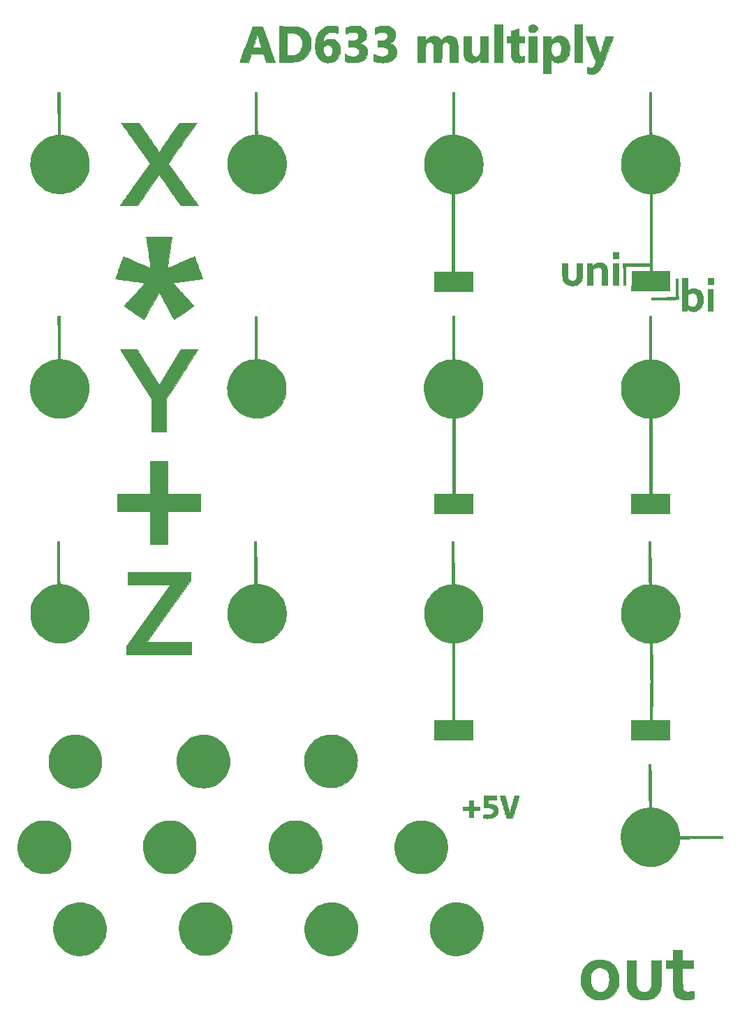
<source format=gts>
G04 #@! TF.GenerationSoftware,KiCad,Pcbnew,(6.0.0)*
G04 #@! TF.CreationDate,2022-01-04T18:38:19+01:00*
G04 #@! TF.ProjectId,ad633muliply-panel,61643633-336d-4756-9c69-706c792d7061,rev?*
G04 #@! TF.SameCoordinates,Original*
G04 #@! TF.FileFunction,Soldermask,Top*
G04 #@! TF.FilePolarity,Negative*
%FSLAX46Y46*%
G04 Gerber Fmt 4.6, Leading zero omitted, Abs format (unit mm)*
G04 Created by KiCad (PCBNEW (6.0.0)) date 2022-01-04 18:38:19*
%MOMM*%
%LPD*%
G01*
G04 APERTURE LIST*
%ADD10C,0.010000*%
G04 APERTURE END LIST*
D10*
X103273789Y-144768586D02*
X103629473Y-144833282D01*
X103629473Y-144833282D02*
X103977151Y-144938367D01*
X103977151Y-144938367D02*
X104314376Y-145083363D01*
X104314376Y-145083363D02*
X104638702Y-145267793D01*
X104638702Y-145267793D02*
X104708395Y-145313826D01*
X104708395Y-145313826D02*
X104841199Y-145413383D01*
X104841199Y-145413383D02*
X104986919Y-145538734D01*
X104986919Y-145538734D02*
X105136075Y-145680412D01*
X105136075Y-145680412D02*
X105279189Y-145828951D01*
X105279189Y-145828951D02*
X105406780Y-145974885D01*
X105406780Y-145974885D02*
X105509371Y-146108748D01*
X105509371Y-146108748D02*
X105520251Y-146124583D01*
X105520251Y-146124583D02*
X105692465Y-146410320D01*
X105692465Y-146410320D02*
X105838794Y-146717321D01*
X105838794Y-146717321D02*
X105954802Y-147034728D01*
X105954802Y-147034728D02*
X106036049Y-147351683D01*
X106036049Y-147351683D02*
X106048032Y-147415750D01*
X106048032Y-147415750D02*
X106081480Y-147702364D01*
X106081480Y-147702364D02*
X106086916Y-148007845D01*
X106086916Y-148007845D02*
X106065088Y-148319997D01*
X106065088Y-148319997D02*
X106016742Y-148626619D01*
X106016742Y-148626619D02*
X105959719Y-148858891D01*
X105959719Y-148858891D02*
X105840245Y-149196815D01*
X105840245Y-149196815D02*
X105684478Y-149515934D01*
X105684478Y-149515934D02*
X105495131Y-149813901D01*
X105495131Y-149813901D02*
X105274913Y-150088368D01*
X105274913Y-150088368D02*
X105026537Y-150336990D01*
X105026537Y-150336990D02*
X104752712Y-150557418D01*
X104752712Y-150557418D02*
X104456150Y-150747305D01*
X104456150Y-150747305D02*
X104139563Y-150904305D01*
X104139563Y-150904305D02*
X103805661Y-151026069D01*
X103805661Y-151026069D02*
X103457155Y-151110252D01*
X103457155Y-151110252D02*
X103336750Y-151129764D01*
X103336750Y-151129764D02*
X103204864Y-151142608D01*
X103204864Y-151142608D02*
X103043942Y-151149156D01*
X103043942Y-151149156D02*
X102866769Y-151149667D01*
X102866769Y-151149667D02*
X102686131Y-151144401D01*
X102686131Y-151144401D02*
X102514813Y-151133617D01*
X102514813Y-151133617D02*
X102365602Y-151117576D01*
X102365602Y-151117576D02*
X102310166Y-151108905D01*
X102310166Y-151108905D02*
X101961371Y-151026095D01*
X101961371Y-151026095D02*
X101626905Y-150904972D01*
X101626905Y-150904972D02*
X101309548Y-150747948D01*
X101309548Y-150747948D02*
X101012080Y-150557439D01*
X101012080Y-150557439D02*
X100737282Y-150335857D01*
X100737282Y-150335857D02*
X100487934Y-150085617D01*
X100487934Y-150085617D02*
X100266818Y-149809132D01*
X100266818Y-149809132D02*
X100076712Y-149508817D01*
X100076712Y-149508817D02*
X99920398Y-149187085D01*
X99920398Y-149187085D02*
X99836013Y-148960917D01*
X99836013Y-148960917D02*
X99742239Y-148610083D01*
X99742239Y-148610083D02*
X99689183Y-148253204D01*
X99689183Y-148253204D02*
X99676373Y-147893988D01*
X99676373Y-147893988D02*
X99703331Y-147536142D01*
X99703331Y-147536142D02*
X99769585Y-147183375D01*
X99769585Y-147183375D02*
X99874657Y-146839394D01*
X99874657Y-146839394D02*
X100018074Y-146507907D01*
X100018074Y-146507907D02*
X100188560Y-146209250D01*
X100188560Y-146209250D02*
X100398898Y-145921571D01*
X100398898Y-145921571D02*
X100641133Y-145659043D01*
X100641133Y-145659043D02*
X100911331Y-145424401D01*
X100911331Y-145424401D02*
X101205561Y-145220382D01*
X101205561Y-145220382D02*
X101519888Y-145049721D01*
X101519888Y-145049721D02*
X101850380Y-144915156D01*
X101850380Y-144915156D02*
X102183166Y-144821597D01*
X102183166Y-144821597D02*
X102548189Y-144762266D01*
X102548189Y-144762266D02*
X102912545Y-144744755D01*
X102912545Y-144744755D02*
X103273789Y-144768586D01*
X103273789Y-144768586D02*
X103273789Y-144768586D01*
G36*
X103273789Y-144768586D02*
G01*
X103629473Y-144833282D01*
X103977151Y-144938367D01*
X104314376Y-145083363D01*
X104638702Y-145267793D01*
X104708395Y-145313826D01*
X104841199Y-145413383D01*
X104986919Y-145538734D01*
X105136075Y-145680412D01*
X105279189Y-145828951D01*
X105406780Y-145974885D01*
X105509371Y-146108748D01*
X105520251Y-146124583D01*
X105692465Y-146410320D01*
X105838794Y-146717321D01*
X105954802Y-147034728D01*
X106036049Y-147351683D01*
X106048032Y-147415750D01*
X106081480Y-147702364D01*
X106086916Y-148007845D01*
X106065088Y-148319997D01*
X106016742Y-148626619D01*
X105959719Y-148858891D01*
X105840245Y-149196815D01*
X105684478Y-149515934D01*
X105495131Y-149813901D01*
X105274913Y-150088368D01*
X105026537Y-150336990D01*
X104752712Y-150557418D01*
X104456150Y-150747305D01*
X104139563Y-150904305D01*
X103805661Y-151026069D01*
X103457155Y-151110252D01*
X103336750Y-151129764D01*
X103204864Y-151142608D01*
X103043942Y-151149156D01*
X102866769Y-151149667D01*
X102686131Y-151144401D01*
X102514813Y-151133617D01*
X102365602Y-151117576D01*
X102310166Y-151108905D01*
X101961371Y-151026095D01*
X101626905Y-150904972D01*
X101309548Y-150747948D01*
X101012080Y-150557439D01*
X100737282Y-150335857D01*
X100487934Y-150085617D01*
X100266818Y-149809132D01*
X100076712Y-149508817D01*
X99920398Y-149187085D01*
X99836013Y-148960917D01*
X99742239Y-148610083D01*
X99689183Y-148253204D01*
X99676373Y-147893988D01*
X99703331Y-147536142D01*
X99769585Y-147183375D01*
X99874657Y-146839394D01*
X100018074Y-146507907D01*
X100188560Y-146209250D01*
X100398898Y-145921571D01*
X100641133Y-145659043D01*
X100911331Y-145424401D01*
X101205561Y-145220382D01*
X101519888Y-145049721D01*
X101850380Y-144915156D01*
X102183166Y-144821597D01*
X102548189Y-144762266D01*
X102912545Y-144744755D01*
X103273789Y-144768586D01*
G37*
X103273789Y-144768586D02*
X103629473Y-144833282D01*
X103977151Y-144938367D01*
X104314376Y-145083363D01*
X104638702Y-145267793D01*
X104708395Y-145313826D01*
X104841199Y-145413383D01*
X104986919Y-145538734D01*
X105136075Y-145680412D01*
X105279189Y-145828951D01*
X105406780Y-145974885D01*
X105509371Y-146108748D01*
X105520251Y-146124583D01*
X105692465Y-146410320D01*
X105838794Y-146717321D01*
X105954802Y-147034728D01*
X106036049Y-147351683D01*
X106048032Y-147415750D01*
X106081480Y-147702364D01*
X106086916Y-148007845D01*
X106065088Y-148319997D01*
X106016742Y-148626619D01*
X105959719Y-148858891D01*
X105840245Y-149196815D01*
X105684478Y-149515934D01*
X105495131Y-149813901D01*
X105274913Y-150088368D01*
X105026537Y-150336990D01*
X104752712Y-150557418D01*
X104456150Y-150747305D01*
X104139563Y-150904305D01*
X103805661Y-151026069D01*
X103457155Y-151110252D01*
X103336750Y-151129764D01*
X103204864Y-151142608D01*
X103043942Y-151149156D01*
X102866769Y-151149667D01*
X102686131Y-151144401D01*
X102514813Y-151133617D01*
X102365602Y-151117576D01*
X102310166Y-151108905D01*
X101961371Y-151026095D01*
X101626905Y-150904972D01*
X101309548Y-150747948D01*
X101012080Y-150557439D01*
X100737282Y-150335857D01*
X100487934Y-150085617D01*
X100266818Y-149809132D01*
X100076712Y-149508817D01*
X99920398Y-149187085D01*
X99836013Y-148960917D01*
X99742239Y-148610083D01*
X99689183Y-148253204D01*
X99676373Y-147893988D01*
X99703331Y-147536142D01*
X99769585Y-147183375D01*
X99874657Y-146839394D01*
X100018074Y-146507907D01*
X100188560Y-146209250D01*
X100398898Y-145921571D01*
X100641133Y-145659043D01*
X100911331Y-145424401D01*
X101205561Y-145220382D01*
X101519888Y-145049721D01*
X101850380Y-144915156D01*
X102183166Y-144821597D01*
X102548189Y-144762266D01*
X102912545Y-144744755D01*
X103273789Y-144768586D01*
X159455052Y-89752458D02*
X159460522Y-90932500D01*
X159460522Y-90932500D02*
X154824311Y-90932500D01*
X154824311Y-90932500D02*
X154829780Y-89752458D01*
X154829780Y-89752458D02*
X154835250Y-88572417D01*
X154835250Y-88572417D02*
X159449583Y-88572417D01*
X159449583Y-88572417D02*
X159455052Y-89752458D01*
X159455052Y-89752458D02*
X159455052Y-89752458D01*
G36*
X159455052Y-89752458D02*
G01*
X159460522Y-90932500D01*
X154824311Y-90932500D01*
X154829780Y-89752458D01*
X154835250Y-88572417D01*
X159449583Y-88572417D01*
X159455052Y-89752458D01*
G37*
X159455052Y-89752458D02*
X159460522Y-90932500D01*
X154824311Y-90932500D01*
X154829780Y-89752458D01*
X154835250Y-88572417D01*
X159449583Y-88572417D01*
X159455052Y-89752458D01*
X85447474Y-122167385D02*
X85450604Y-122384719D01*
X85450604Y-122384719D02*
X85453491Y-122633816D01*
X85453491Y-122633816D02*
X85456055Y-122904108D01*
X85456055Y-122904108D02*
X85458217Y-123185026D01*
X85458217Y-123185026D02*
X85459896Y-123466001D01*
X85459896Y-123466001D02*
X85461013Y-123736464D01*
X85461013Y-123736464D02*
X85461488Y-123985847D01*
X85461488Y-123985847D02*
X85461500Y-124026594D01*
X85461500Y-124026594D02*
X85461842Y-124263700D01*
X85461842Y-124263700D02*
X85462819Y-124517388D01*
X85462819Y-124517388D02*
X85464354Y-124778307D01*
X85464354Y-124778307D02*
X85466372Y-125037104D01*
X85466372Y-125037104D02*
X85468798Y-125284427D01*
X85468798Y-125284427D02*
X85471556Y-125510923D01*
X85471556Y-125510923D02*
X85474569Y-125707241D01*
X85474569Y-125707241D02*
X85475511Y-125758791D01*
X85475511Y-125758791D02*
X85489522Y-126492500D01*
X85489522Y-126492500D02*
X85590843Y-126492500D01*
X85590843Y-126492500D02*
X85694500Y-126497377D01*
X85694500Y-126497377D02*
X85826884Y-126510793D01*
X85826884Y-126510793D02*
X85975681Y-126530922D01*
X85975681Y-126530922D02*
X86128571Y-126555942D01*
X86128571Y-126555942D02*
X86273239Y-126584027D01*
X86273239Y-126584027D02*
X86385204Y-126610150D01*
X86385204Y-126610150D02*
X86750033Y-126725821D01*
X86750033Y-126725821D02*
X87094518Y-126878375D01*
X87094518Y-126878375D02*
X87419466Y-127068278D01*
X87419466Y-127068278D02*
X87725686Y-127295990D01*
X87725686Y-127295990D02*
X87971308Y-127519083D01*
X87971308Y-127519083D02*
X88233490Y-127804250D01*
X88233490Y-127804250D02*
X88456057Y-128101802D01*
X88456057Y-128101802D02*
X88640433Y-128413742D01*
X88640433Y-128413742D02*
X88711877Y-128560560D01*
X88711877Y-128560560D02*
X88852996Y-128920050D01*
X88852996Y-128920050D02*
X88953702Y-129287986D01*
X88953702Y-129287986D02*
X89014315Y-129661291D01*
X89014315Y-129661291D02*
X89035157Y-130036888D01*
X89035157Y-130036888D02*
X89016549Y-130411699D01*
X89016549Y-130411699D02*
X88958812Y-130782646D01*
X88958812Y-130782646D02*
X88862268Y-131146653D01*
X88862268Y-131146653D02*
X88727237Y-131500642D01*
X88727237Y-131500642D02*
X88554041Y-131841535D01*
X88554041Y-131841535D02*
X88343001Y-132166256D01*
X88343001Y-132166256D02*
X88334311Y-132178138D01*
X88334311Y-132178138D02*
X88281381Y-132244407D01*
X88281381Y-132244407D02*
X88206108Y-132330911D01*
X88206108Y-132330911D02*
X88116702Y-132428585D01*
X88116702Y-132428585D02*
X88021373Y-132528363D01*
X88021373Y-132528363D02*
X87971496Y-132578758D01*
X87971496Y-132578758D02*
X87681528Y-132838648D01*
X87681528Y-132838648D02*
X87370028Y-133062151D01*
X87370028Y-133062151D02*
X87037841Y-133248816D01*
X87037841Y-133248816D02*
X86685814Y-133398189D01*
X86685814Y-133398189D02*
X86314792Y-133509819D01*
X86314792Y-133509819D02*
X86167828Y-133542484D01*
X86167828Y-133542484D02*
X86046217Y-133561576D01*
X86046217Y-133561576D02*
X85894516Y-133577166D01*
X85894516Y-133577166D02*
X85723798Y-133588865D01*
X85723798Y-133588865D02*
X85545135Y-133596283D01*
X85545135Y-133596283D02*
X85369603Y-133599033D01*
X85369603Y-133599033D02*
X85208273Y-133596725D01*
X85208273Y-133596725D02*
X85072221Y-133588970D01*
X85072221Y-133588970D02*
X85017000Y-133582910D01*
X85017000Y-133582910D02*
X84639486Y-133510979D01*
X84639486Y-133510979D02*
X84276188Y-133400697D01*
X84276188Y-133400697D02*
X83929586Y-133254106D01*
X83929586Y-133254106D02*
X83602162Y-133073252D01*
X83602162Y-133073252D02*
X83296399Y-132860178D01*
X83296399Y-132860178D02*
X83014778Y-132616928D01*
X83014778Y-132616928D02*
X82759782Y-132345548D01*
X82759782Y-132345548D02*
X82533892Y-132048080D01*
X82533892Y-132048080D02*
X82339590Y-131726569D01*
X82339590Y-131726569D02*
X82179358Y-131383059D01*
X82179358Y-131383059D02*
X82106866Y-131186129D01*
X82106866Y-131186129D02*
X82054978Y-131025659D01*
X82054978Y-131025659D02*
X82014827Y-130885857D01*
X82014827Y-130885857D02*
X81984965Y-130756987D01*
X81984965Y-130756987D02*
X81963941Y-130629313D01*
X81963941Y-130629313D02*
X81950306Y-130493101D01*
X81950306Y-130493101D02*
X81942609Y-130338615D01*
X81942609Y-130338615D02*
X81939401Y-130156120D01*
X81939401Y-130156120D02*
X81939033Y-130059083D01*
X81939033Y-130059083D02*
X81939341Y-129894624D01*
X81939341Y-129894624D02*
X81940944Y-129764469D01*
X81940944Y-129764469D02*
X81944383Y-129660597D01*
X81944383Y-129660597D02*
X81950198Y-129574985D01*
X81950198Y-129574985D02*
X81958928Y-129499612D01*
X81958928Y-129499612D02*
X81971114Y-129426456D01*
X81971114Y-129426456D02*
X81986752Y-129350000D01*
X81986752Y-129350000D02*
X82091182Y-128962620D01*
X82091182Y-128962620D02*
X82232483Y-128595679D01*
X82232483Y-128595679D02*
X82411402Y-128247542D01*
X82411402Y-128247542D02*
X82628689Y-127916570D01*
X82628689Y-127916570D02*
X82664616Y-127868333D01*
X82664616Y-127868333D02*
X82791950Y-127715537D01*
X82791950Y-127715537D02*
X82947348Y-127553766D01*
X82947348Y-127553766D02*
X83120615Y-127392175D01*
X83120615Y-127392175D02*
X83301558Y-127239917D01*
X83301558Y-127239917D02*
X83479986Y-127106145D01*
X83479986Y-127106145D02*
X83604051Y-127024658D01*
X83604051Y-127024658D02*
X83878586Y-126873656D01*
X83878586Y-126873656D02*
X84168293Y-126744689D01*
X84168293Y-126744689D02*
X84463801Y-126641000D01*
X84463801Y-126641000D02*
X84755738Y-126565832D01*
X84755738Y-126565832D02*
X85034732Y-126522428D01*
X85034732Y-126522428D02*
X85062840Y-126519850D01*
X85062840Y-126519850D02*
X85143234Y-126509625D01*
X85143234Y-126509625D02*
X85188457Y-126496138D01*
X85188457Y-126496138D02*
X85196792Y-126484288D01*
X85196792Y-126484288D02*
X85195776Y-126460522D01*
X85195776Y-126460522D02*
X85194580Y-126397023D01*
X85194580Y-126397023D02*
X85193226Y-126296391D01*
X85193226Y-126296391D02*
X85191735Y-126161224D01*
X85191735Y-126161224D02*
X85190127Y-125994123D01*
X85190127Y-125994123D02*
X85188424Y-125797686D01*
X85188424Y-125797686D02*
X85186645Y-125574515D01*
X85186645Y-125574515D02*
X85184813Y-125327207D01*
X85184813Y-125327207D02*
X85182948Y-125058363D01*
X85182948Y-125058363D02*
X85181070Y-124770582D01*
X85181070Y-124770582D02*
X85179201Y-124466465D01*
X85179201Y-124466465D02*
X85177361Y-124148609D01*
X85177361Y-124148609D02*
X85175911Y-123883708D01*
X85175911Y-123883708D02*
X85162169Y-121306667D01*
X85162169Y-121306667D02*
X85433448Y-121306667D01*
X85433448Y-121306667D02*
X85447474Y-122167385D01*
X85447474Y-122167385D02*
X85447474Y-122167385D01*
G36*
X85447474Y-122167385D02*
G01*
X85450604Y-122384719D01*
X85453491Y-122633816D01*
X85456055Y-122904108D01*
X85458217Y-123185026D01*
X85459896Y-123466001D01*
X85461013Y-123736464D01*
X85461488Y-123985847D01*
X85461500Y-124026594D01*
X85461842Y-124263700D01*
X85462819Y-124517388D01*
X85464354Y-124778307D01*
X85466372Y-125037104D01*
X85468798Y-125284427D01*
X85471556Y-125510923D01*
X85474569Y-125707241D01*
X85475511Y-125758791D01*
X85489522Y-126492500D01*
X85590843Y-126492500D01*
X85694500Y-126497377D01*
X85826884Y-126510793D01*
X85975681Y-126530922D01*
X86128571Y-126555942D01*
X86273239Y-126584027D01*
X86385204Y-126610150D01*
X86750033Y-126725821D01*
X87094518Y-126878375D01*
X87419466Y-127068278D01*
X87725686Y-127295990D01*
X87971308Y-127519083D01*
X88233490Y-127804250D01*
X88456057Y-128101802D01*
X88640433Y-128413742D01*
X88711877Y-128560560D01*
X88852996Y-128920050D01*
X88953702Y-129287986D01*
X89014315Y-129661291D01*
X89035157Y-130036888D01*
X89016549Y-130411699D01*
X88958812Y-130782646D01*
X88862268Y-131146653D01*
X88727237Y-131500642D01*
X88554041Y-131841535D01*
X88343001Y-132166256D01*
X88334311Y-132178138D01*
X88281381Y-132244407D01*
X88206108Y-132330911D01*
X88116702Y-132428585D01*
X88021373Y-132528363D01*
X87971496Y-132578758D01*
X87681528Y-132838648D01*
X87370028Y-133062151D01*
X87037841Y-133248816D01*
X86685814Y-133398189D01*
X86314792Y-133509819D01*
X86167828Y-133542484D01*
X86046217Y-133561576D01*
X85894516Y-133577166D01*
X85723798Y-133588865D01*
X85545135Y-133596283D01*
X85369603Y-133599033D01*
X85208273Y-133596725D01*
X85072221Y-133588970D01*
X85017000Y-133582910D01*
X84639486Y-133510979D01*
X84276188Y-133400697D01*
X83929586Y-133254106D01*
X83602162Y-133073252D01*
X83296399Y-132860178D01*
X83014778Y-132616928D01*
X82759782Y-132345548D01*
X82533892Y-132048080D01*
X82339590Y-131726569D01*
X82179358Y-131383059D01*
X82106866Y-131186129D01*
X82054978Y-131025659D01*
X82014827Y-130885857D01*
X81984965Y-130756987D01*
X81963941Y-130629313D01*
X81950306Y-130493101D01*
X81942609Y-130338615D01*
X81939401Y-130156120D01*
X81939033Y-130059083D01*
X81939341Y-129894624D01*
X81940944Y-129764469D01*
X81944383Y-129660597D01*
X81950198Y-129574985D01*
X81958928Y-129499612D01*
X81971114Y-129426456D01*
X81986752Y-129350000D01*
X82091182Y-128962620D01*
X82232483Y-128595679D01*
X82411402Y-128247542D01*
X82628689Y-127916570D01*
X82664616Y-127868333D01*
X82791950Y-127715537D01*
X82947348Y-127553766D01*
X83120615Y-127392175D01*
X83301558Y-127239917D01*
X83479986Y-127106145D01*
X83604051Y-127024658D01*
X83878586Y-126873656D01*
X84168293Y-126744689D01*
X84463801Y-126641000D01*
X84755738Y-126565832D01*
X85034732Y-126522428D01*
X85062840Y-126519850D01*
X85143234Y-126509625D01*
X85188457Y-126496138D01*
X85196792Y-126484288D01*
X85195776Y-126460522D01*
X85194580Y-126397023D01*
X85193226Y-126296391D01*
X85191735Y-126161224D01*
X85190127Y-125994123D01*
X85188424Y-125797686D01*
X85186645Y-125574515D01*
X85184813Y-125327207D01*
X85182948Y-125058363D01*
X85181070Y-124770582D01*
X85179201Y-124466465D01*
X85177361Y-124148609D01*
X85175911Y-123883708D01*
X85162169Y-121306667D01*
X85433448Y-121306667D01*
X85447474Y-122167385D01*
G37*
X85447474Y-122167385D02*
X85450604Y-122384719D01*
X85453491Y-122633816D01*
X85456055Y-122904108D01*
X85458217Y-123185026D01*
X85459896Y-123466001D01*
X85461013Y-123736464D01*
X85461488Y-123985847D01*
X85461500Y-124026594D01*
X85461842Y-124263700D01*
X85462819Y-124517388D01*
X85464354Y-124778307D01*
X85466372Y-125037104D01*
X85468798Y-125284427D01*
X85471556Y-125510923D01*
X85474569Y-125707241D01*
X85475511Y-125758791D01*
X85489522Y-126492500D01*
X85590843Y-126492500D01*
X85694500Y-126497377D01*
X85826884Y-126510793D01*
X85975681Y-126530922D01*
X86128571Y-126555942D01*
X86273239Y-126584027D01*
X86385204Y-126610150D01*
X86750033Y-126725821D01*
X87094518Y-126878375D01*
X87419466Y-127068278D01*
X87725686Y-127295990D01*
X87971308Y-127519083D01*
X88233490Y-127804250D01*
X88456057Y-128101802D01*
X88640433Y-128413742D01*
X88711877Y-128560560D01*
X88852996Y-128920050D01*
X88953702Y-129287986D01*
X89014315Y-129661291D01*
X89035157Y-130036888D01*
X89016549Y-130411699D01*
X88958812Y-130782646D01*
X88862268Y-131146653D01*
X88727237Y-131500642D01*
X88554041Y-131841535D01*
X88343001Y-132166256D01*
X88334311Y-132178138D01*
X88281381Y-132244407D01*
X88206108Y-132330911D01*
X88116702Y-132428585D01*
X88021373Y-132528363D01*
X87971496Y-132578758D01*
X87681528Y-132838648D01*
X87370028Y-133062151D01*
X87037841Y-133248816D01*
X86685814Y-133398189D01*
X86314792Y-133509819D01*
X86167828Y-133542484D01*
X86046217Y-133561576D01*
X85894516Y-133577166D01*
X85723798Y-133588865D01*
X85545135Y-133596283D01*
X85369603Y-133599033D01*
X85208273Y-133596725D01*
X85072221Y-133588970D01*
X85017000Y-133582910D01*
X84639486Y-133510979D01*
X84276188Y-133400697D01*
X83929586Y-133254106D01*
X83602162Y-133073252D01*
X83296399Y-132860178D01*
X83014778Y-132616928D01*
X82759782Y-132345548D01*
X82533892Y-132048080D01*
X82339590Y-131726569D01*
X82179358Y-131383059D01*
X82106866Y-131186129D01*
X82054978Y-131025659D01*
X82014827Y-130885857D01*
X81984965Y-130756987D01*
X81963941Y-130629313D01*
X81950306Y-130493101D01*
X81942609Y-130338615D01*
X81939401Y-130156120D01*
X81939033Y-130059083D01*
X81939341Y-129894624D01*
X81940944Y-129764469D01*
X81944383Y-129660597D01*
X81950198Y-129574985D01*
X81958928Y-129499612D01*
X81971114Y-129426456D01*
X81986752Y-129350000D01*
X82091182Y-128962620D01*
X82232483Y-128595679D01*
X82411402Y-128247542D01*
X82628689Y-127916570D01*
X82664616Y-127868333D01*
X82791950Y-127715537D01*
X82947348Y-127553766D01*
X83120615Y-127392175D01*
X83301558Y-127239917D01*
X83479986Y-127106145D01*
X83604051Y-127024658D01*
X83878586Y-126873656D01*
X84168293Y-126744689D01*
X84463801Y-126641000D01*
X84755738Y-126565832D01*
X85034732Y-126522428D01*
X85062840Y-126519850D01*
X85143234Y-126509625D01*
X85188457Y-126496138D01*
X85196792Y-126484288D01*
X85195776Y-126460522D01*
X85194580Y-126397023D01*
X85193226Y-126296391D01*
X85191735Y-126161224D01*
X85190127Y-125994123D01*
X85188424Y-125797686D01*
X85186645Y-125574515D01*
X85184813Y-125327207D01*
X85182948Y-125058363D01*
X85181070Y-124770582D01*
X85179201Y-124466465D01*
X85177361Y-124148609D01*
X85175911Y-123883708D01*
X85162169Y-121306667D01*
X85433448Y-121306667D01*
X85447474Y-122167385D01*
X125036215Y-58815169D02*
X125122671Y-58818915D01*
X125122671Y-58818915D02*
X125192155Y-58825663D01*
X125192155Y-58825663D02*
X125253115Y-58836110D01*
X125253115Y-58836110D02*
X125314003Y-58850950D01*
X125314003Y-58850950D02*
X125349129Y-58860833D01*
X125349129Y-58860833D02*
X125576042Y-58943684D01*
X125576042Y-58943684D02*
X125768853Y-59051182D01*
X125768853Y-59051182D02*
X125928245Y-59183853D01*
X125928245Y-59183853D02*
X126054902Y-59342216D01*
X126054902Y-59342216D02*
X126113179Y-59445128D01*
X126113179Y-59445128D02*
X126152199Y-59528648D01*
X126152199Y-59528648D02*
X126176911Y-59597889D01*
X126176911Y-59597889D02*
X126191435Y-59669481D01*
X126191435Y-59669481D02*
X126199893Y-59760059D01*
X126199893Y-59760059D02*
X126202524Y-59805784D01*
X126202524Y-59805784D02*
X126200410Y-60023974D01*
X126200410Y-60023974D02*
X126169181Y-60215383D01*
X126169181Y-60215383D02*
X126109804Y-60381041D01*
X126109804Y-60381041D02*
X126016942Y-60531652D01*
X126016942Y-60531652D02*
X125890557Y-60667846D01*
X125890557Y-60667846D02*
X125738806Y-60782594D01*
X125738806Y-60782594D02*
X125569851Y-60868866D01*
X125569851Y-60868866D02*
X125523714Y-60885901D01*
X125523714Y-60885901D02*
X125459952Y-60909481D01*
X125459952Y-60909481D02*
X125416202Y-60929305D01*
X125416202Y-60929305D02*
X125403000Y-60939482D01*
X125403000Y-60939482D02*
X125421920Y-60950007D01*
X125421920Y-60950007D02*
X125471100Y-60964712D01*
X125471100Y-60964712D02*
X125527981Y-60977844D01*
X125527981Y-60977844D02*
X125716307Y-61037316D01*
X125716307Y-61037316D02*
X125891505Y-61132564D01*
X125891505Y-61132564D02*
X126046658Y-61258174D01*
X126046658Y-61258174D02*
X126174850Y-61408729D01*
X126174850Y-61408729D02*
X126255033Y-61547079D01*
X126255033Y-61547079D02*
X126288402Y-61623886D01*
X126288402Y-61623886D02*
X126309670Y-61691810D01*
X126309670Y-61691810D02*
X126322191Y-61766386D01*
X126322191Y-61766386D02*
X126329319Y-61863146D01*
X126329319Y-61863146D02*
X126330888Y-61898358D01*
X126330888Y-61898358D02*
X126330023Y-62086722D01*
X126330023Y-62086722D02*
X126308921Y-62250745D01*
X126308921Y-62250745D02*
X126264936Y-62404594D01*
X126264936Y-62404594D02*
X126213837Y-62524978D01*
X126213837Y-62524978D02*
X126114899Y-62686607D01*
X126114899Y-62686607D02*
X125980827Y-62836394D01*
X125980827Y-62836394D02*
X125818313Y-62969003D01*
X125818313Y-62969003D02*
X125634054Y-63079099D01*
X125634054Y-63079099D02*
X125434745Y-63161345D01*
X125434745Y-63161345D02*
X125403000Y-63171237D01*
X125403000Y-63171237D02*
X125234429Y-63211052D01*
X125234429Y-63211052D02*
X125036969Y-63240551D01*
X125036969Y-63240551D02*
X124822975Y-63258949D01*
X124822975Y-63258949D02*
X124604804Y-63265459D01*
X124604804Y-63265459D02*
X124394813Y-63259295D01*
X124394813Y-63259295D02*
X124243244Y-63245002D01*
X124243244Y-63245002D02*
X124112576Y-63222976D01*
X124112576Y-63222976D02*
X123970681Y-63190775D01*
X123970681Y-63190775D02*
X123833464Y-63152562D01*
X123833464Y-63152562D02*
X123716830Y-63112493D01*
X123716830Y-63112493D02*
X123683208Y-63098533D01*
X123683208Y-63098533D02*
X123582666Y-63054019D01*
X123582666Y-63054019D02*
X123582666Y-62205176D01*
X123582666Y-62205176D02*
X123651458Y-62251239D01*
X123651458Y-62251239D02*
X123755941Y-62312327D01*
X123755941Y-62312327D02*
X123884316Y-62374382D01*
X123884316Y-62374382D02*
X124019034Y-62429725D01*
X124019034Y-62429725D02*
X124142546Y-62470676D01*
X124142546Y-62470676D02*
X124168580Y-62477512D01*
X124168580Y-62477512D02*
X124285149Y-62498358D01*
X124285149Y-62498358D02*
X124423280Y-62511026D01*
X124423280Y-62511026D02*
X124570400Y-62515490D01*
X124570400Y-62515490D02*
X124713933Y-62511727D01*
X124713933Y-62511727D02*
X124841306Y-62499711D01*
X124841306Y-62499711D02*
X124939942Y-62479418D01*
X124939942Y-62479418D02*
X124941218Y-62479026D01*
X124941218Y-62479026D02*
X125090686Y-62414366D01*
X125090686Y-62414366D02*
X125207454Y-62323859D01*
X125207454Y-62323859D02*
X125290232Y-62209192D01*
X125290232Y-62209192D02*
X125337730Y-62072052D01*
X125337730Y-62072052D02*
X125349454Y-61945315D01*
X125349454Y-61945315D02*
X125334362Y-61800729D01*
X125334362Y-61800729D02*
X125288852Y-61682222D01*
X125288852Y-61682222D02*
X125210553Y-61584164D01*
X125210553Y-61584164D02*
X125189435Y-61565401D01*
X125189435Y-61565401D02*
X125099997Y-61500220D01*
X125099997Y-61500220D02*
X125000158Y-61448857D01*
X125000158Y-61448857D02*
X124883668Y-61409675D01*
X124883668Y-61409675D02*
X124744275Y-61381037D01*
X124744275Y-61381037D02*
X124575729Y-61361307D01*
X124575729Y-61361307D02*
X124371779Y-61348848D01*
X124371779Y-61348848D02*
X124360541Y-61348386D01*
X124360541Y-61348386D02*
X124027166Y-61334968D01*
X124027166Y-61334968D02*
X124027166Y-60605551D01*
X124027166Y-60605551D02*
X124381708Y-60595283D01*
X124381708Y-60595283D02*
X124551160Y-60588397D01*
X124551160Y-60588397D02*
X124685757Y-60577639D01*
X124685757Y-60577639D02*
X124792915Y-60561403D01*
X124792915Y-60561403D02*
X124880051Y-60538083D01*
X124880051Y-60538083D02*
X124954582Y-60506075D01*
X124954582Y-60506075D02*
X125023924Y-60463772D01*
X125023924Y-60463772D02*
X125039127Y-60452992D01*
X125039127Y-60452992D02*
X125128698Y-60369860D01*
X125128698Y-60369860D02*
X125186614Y-60270003D01*
X125186614Y-60270003D02*
X125216072Y-60146359D01*
X125216072Y-60146359D02*
X125221472Y-60050333D01*
X125221472Y-60050333D02*
X125206995Y-59900778D01*
X125206995Y-59900778D02*
X125161842Y-59779570D01*
X125161842Y-59779570D02*
X125085332Y-59685183D01*
X125085332Y-59685183D02*
X125044496Y-59653717D01*
X125044496Y-59653717D02*
X124916359Y-59590913D01*
X124916359Y-59590913D02*
X124762780Y-59554303D01*
X124762780Y-59554303D02*
X124591130Y-59543332D01*
X124591130Y-59543332D02*
X124408776Y-59557442D01*
X124408776Y-59557442D02*
X124223087Y-59596079D01*
X124223087Y-59596079D02*
X124041434Y-59658687D01*
X124041434Y-59658687D02*
X123875898Y-59741886D01*
X123875898Y-59741886D02*
X123813143Y-59776566D01*
X123813143Y-59776566D02*
X123765323Y-59797972D01*
X123765323Y-59797972D02*
X123743061Y-59801505D01*
X123743061Y-59801505D02*
X123739130Y-59777384D01*
X123739130Y-59777384D02*
X123735723Y-59717922D01*
X123735723Y-59717922D02*
X123733061Y-59630111D01*
X123733061Y-59630111D02*
X123731360Y-59520941D01*
X123731360Y-59520941D02*
X123730833Y-59410641D01*
X123730833Y-59410641D02*
X123730833Y-59032004D01*
X123730833Y-59032004D02*
X123852541Y-58977920D01*
X123852541Y-58977920D02*
X123929616Y-58947524D01*
X123929616Y-58947524D02*
X124030274Y-58913074D01*
X124030274Y-58913074D02*
X124136949Y-58880455D01*
X124136949Y-58880455D02*
X124175333Y-58869784D01*
X124175333Y-58869784D02*
X124251554Y-58850327D01*
X124251554Y-58850327D02*
X124320025Y-58836081D01*
X124320025Y-58836081D02*
X124389822Y-58826205D01*
X124389822Y-58826205D02*
X124470020Y-58819859D01*
X124470020Y-58819859D02*
X124569695Y-58816203D01*
X124569695Y-58816203D02*
X124697922Y-58814395D01*
X124697922Y-58814395D02*
X124778583Y-58813908D01*
X124778583Y-58813908D02*
X124924335Y-58813732D01*
X124924335Y-58813732D02*
X125036215Y-58815169D01*
X125036215Y-58815169D02*
X125036215Y-58815169D01*
G36*
X125036215Y-58815169D02*
G01*
X125122671Y-58818915D01*
X125192155Y-58825663D01*
X125253115Y-58836110D01*
X125314003Y-58850950D01*
X125349129Y-58860833D01*
X125576042Y-58943684D01*
X125768853Y-59051182D01*
X125928245Y-59183853D01*
X126054902Y-59342216D01*
X126113179Y-59445128D01*
X126152199Y-59528648D01*
X126176911Y-59597889D01*
X126191435Y-59669481D01*
X126199893Y-59760059D01*
X126202524Y-59805784D01*
X126200410Y-60023974D01*
X126169181Y-60215383D01*
X126109804Y-60381041D01*
X126016942Y-60531652D01*
X125890557Y-60667846D01*
X125738806Y-60782594D01*
X125569851Y-60868866D01*
X125523714Y-60885901D01*
X125459952Y-60909481D01*
X125416202Y-60929305D01*
X125403000Y-60939482D01*
X125421920Y-60950007D01*
X125471100Y-60964712D01*
X125527981Y-60977844D01*
X125716307Y-61037316D01*
X125891505Y-61132564D01*
X126046658Y-61258174D01*
X126174850Y-61408729D01*
X126255033Y-61547079D01*
X126288402Y-61623886D01*
X126309670Y-61691810D01*
X126322191Y-61766386D01*
X126329319Y-61863146D01*
X126330888Y-61898358D01*
X126330023Y-62086722D01*
X126308921Y-62250745D01*
X126264936Y-62404594D01*
X126213837Y-62524978D01*
X126114899Y-62686607D01*
X125980827Y-62836394D01*
X125818313Y-62969003D01*
X125634054Y-63079099D01*
X125434745Y-63161345D01*
X125403000Y-63171237D01*
X125234429Y-63211052D01*
X125036969Y-63240551D01*
X124822975Y-63258949D01*
X124604804Y-63265459D01*
X124394813Y-63259295D01*
X124243244Y-63245002D01*
X124112576Y-63222976D01*
X123970681Y-63190775D01*
X123833464Y-63152562D01*
X123716830Y-63112493D01*
X123683208Y-63098533D01*
X123582666Y-63054019D01*
X123582666Y-62205176D01*
X123651458Y-62251239D01*
X123755941Y-62312327D01*
X123884316Y-62374382D01*
X124019034Y-62429725D01*
X124142546Y-62470676D01*
X124168580Y-62477512D01*
X124285149Y-62498358D01*
X124423280Y-62511026D01*
X124570400Y-62515490D01*
X124713933Y-62511727D01*
X124841306Y-62499711D01*
X124939942Y-62479418D01*
X124941218Y-62479026D01*
X125090686Y-62414366D01*
X125207454Y-62323859D01*
X125290232Y-62209192D01*
X125337730Y-62072052D01*
X125349454Y-61945315D01*
X125334362Y-61800729D01*
X125288852Y-61682222D01*
X125210553Y-61584164D01*
X125189435Y-61565401D01*
X125099997Y-61500220D01*
X125000158Y-61448857D01*
X124883668Y-61409675D01*
X124744275Y-61381037D01*
X124575729Y-61361307D01*
X124371779Y-61348848D01*
X124360541Y-61348386D01*
X124027166Y-61334968D01*
X124027166Y-60605551D01*
X124381708Y-60595283D01*
X124551160Y-60588397D01*
X124685757Y-60577639D01*
X124792915Y-60561403D01*
X124880051Y-60538083D01*
X124954582Y-60506075D01*
X125023924Y-60463772D01*
X125039127Y-60452992D01*
X125128698Y-60369860D01*
X125186614Y-60270003D01*
X125216072Y-60146359D01*
X125221472Y-60050333D01*
X125206995Y-59900778D01*
X125161842Y-59779570D01*
X125085332Y-59685183D01*
X125044496Y-59653717D01*
X124916359Y-59590913D01*
X124762780Y-59554303D01*
X124591130Y-59543332D01*
X124408776Y-59557442D01*
X124223087Y-59596079D01*
X124041434Y-59658687D01*
X123875898Y-59741886D01*
X123813143Y-59776566D01*
X123765323Y-59797972D01*
X123743061Y-59801505D01*
X123739130Y-59777384D01*
X123735723Y-59717922D01*
X123733061Y-59630111D01*
X123731360Y-59520941D01*
X123730833Y-59410641D01*
X123730833Y-59032004D01*
X123852541Y-58977920D01*
X123929616Y-58947524D01*
X124030274Y-58913074D01*
X124136949Y-58880455D01*
X124175333Y-58869784D01*
X124251554Y-58850327D01*
X124320025Y-58836081D01*
X124389822Y-58826205D01*
X124470020Y-58819859D01*
X124569695Y-58816203D01*
X124697922Y-58814395D01*
X124778583Y-58813908D01*
X124924335Y-58813732D01*
X125036215Y-58815169D01*
G37*
X125036215Y-58815169D02*
X125122671Y-58818915D01*
X125192155Y-58825663D01*
X125253115Y-58836110D01*
X125314003Y-58850950D01*
X125349129Y-58860833D01*
X125576042Y-58943684D01*
X125768853Y-59051182D01*
X125928245Y-59183853D01*
X126054902Y-59342216D01*
X126113179Y-59445128D01*
X126152199Y-59528648D01*
X126176911Y-59597889D01*
X126191435Y-59669481D01*
X126199893Y-59760059D01*
X126202524Y-59805784D01*
X126200410Y-60023974D01*
X126169181Y-60215383D01*
X126109804Y-60381041D01*
X126016942Y-60531652D01*
X125890557Y-60667846D01*
X125738806Y-60782594D01*
X125569851Y-60868866D01*
X125523714Y-60885901D01*
X125459952Y-60909481D01*
X125416202Y-60929305D01*
X125403000Y-60939482D01*
X125421920Y-60950007D01*
X125471100Y-60964712D01*
X125527981Y-60977844D01*
X125716307Y-61037316D01*
X125891505Y-61132564D01*
X126046658Y-61258174D01*
X126174850Y-61408729D01*
X126255033Y-61547079D01*
X126288402Y-61623886D01*
X126309670Y-61691810D01*
X126322191Y-61766386D01*
X126329319Y-61863146D01*
X126330888Y-61898358D01*
X126330023Y-62086722D01*
X126308921Y-62250745D01*
X126264936Y-62404594D01*
X126213837Y-62524978D01*
X126114899Y-62686607D01*
X125980827Y-62836394D01*
X125818313Y-62969003D01*
X125634054Y-63079099D01*
X125434745Y-63161345D01*
X125403000Y-63171237D01*
X125234429Y-63211052D01*
X125036969Y-63240551D01*
X124822975Y-63258949D01*
X124604804Y-63265459D01*
X124394813Y-63259295D01*
X124243244Y-63245002D01*
X124112576Y-63222976D01*
X123970681Y-63190775D01*
X123833464Y-63152562D01*
X123716830Y-63112493D01*
X123683208Y-63098533D01*
X123582666Y-63054019D01*
X123582666Y-62205176D01*
X123651458Y-62251239D01*
X123755941Y-62312327D01*
X123884316Y-62374382D01*
X124019034Y-62429725D01*
X124142546Y-62470676D01*
X124168580Y-62477512D01*
X124285149Y-62498358D01*
X124423280Y-62511026D01*
X124570400Y-62515490D01*
X124713933Y-62511727D01*
X124841306Y-62499711D01*
X124939942Y-62479418D01*
X124941218Y-62479026D01*
X125090686Y-62414366D01*
X125207454Y-62323859D01*
X125290232Y-62209192D01*
X125337730Y-62072052D01*
X125349454Y-61945315D01*
X125334362Y-61800729D01*
X125288852Y-61682222D01*
X125210553Y-61584164D01*
X125189435Y-61565401D01*
X125099997Y-61500220D01*
X125000158Y-61448857D01*
X124883668Y-61409675D01*
X124744275Y-61381037D01*
X124575729Y-61361307D01*
X124371779Y-61348848D01*
X124360541Y-61348386D01*
X124027166Y-61334968D01*
X124027166Y-60605551D01*
X124381708Y-60595283D01*
X124551160Y-60588397D01*
X124685757Y-60577639D01*
X124792915Y-60561403D01*
X124880051Y-60538083D01*
X124954582Y-60506075D01*
X125023924Y-60463772D01*
X125039127Y-60452992D01*
X125128698Y-60369860D01*
X125186614Y-60270003D01*
X125216072Y-60146359D01*
X125221472Y-60050333D01*
X125206995Y-59900778D01*
X125161842Y-59779570D01*
X125085332Y-59685183D01*
X125044496Y-59653717D01*
X124916359Y-59590913D01*
X124762780Y-59554303D01*
X124591130Y-59543332D01*
X124408776Y-59557442D01*
X124223087Y-59596079D01*
X124041434Y-59658687D01*
X123875898Y-59741886D01*
X123813143Y-59776566D01*
X123765323Y-59797972D01*
X123743061Y-59801505D01*
X123739130Y-59777384D01*
X123735723Y-59717922D01*
X123733061Y-59630111D01*
X123731360Y-59520941D01*
X123730833Y-59410641D01*
X123730833Y-59032004D01*
X123852541Y-58977920D01*
X123929616Y-58947524D01*
X124030274Y-58913074D01*
X124136949Y-58880455D01*
X124175333Y-58869784D01*
X124251554Y-58850327D01*
X124320025Y-58836081D01*
X124389822Y-58826205D01*
X124470020Y-58819859D01*
X124569695Y-58816203D01*
X124697922Y-58814395D01*
X124778583Y-58813908D01*
X124924335Y-58813732D01*
X125036215Y-58815169D01*
X121392751Y-58815568D02*
X121507864Y-58817753D01*
X121507864Y-58817753D02*
X121597522Y-58822317D01*
X121597522Y-58822317D02*
X121670157Y-58829926D01*
X121670157Y-58829926D02*
X121734202Y-58841244D01*
X121734202Y-58841244D02*
X121798090Y-58856937D01*
X121798090Y-58856937D02*
X121807704Y-58859577D01*
X121807704Y-58859577D02*
X122024072Y-58935992D01*
X122024072Y-58935992D02*
X122209861Y-59037693D01*
X122209861Y-59037693D02*
X122366893Y-59164187D01*
X122366893Y-59164187D02*
X122500485Y-59316987D01*
X122500485Y-59316987D02*
X122594786Y-59482638D01*
X122594786Y-59482638D02*
X122651428Y-59665029D01*
X122651428Y-59665029D02*
X122672045Y-59868046D01*
X122672045Y-59868046D02*
X122672187Y-59890739D01*
X122672187Y-59890739D02*
X122653417Y-60111811D01*
X122653417Y-60111811D02*
X122598774Y-60311287D01*
X122598774Y-60311287D02*
X122509298Y-60487675D01*
X122509298Y-60487675D02*
X122386028Y-60639487D01*
X122386028Y-60639487D02*
X122230005Y-60765233D01*
X122230005Y-60765233D02*
X122042269Y-60863423D01*
X122042269Y-60863423D02*
X121975059Y-60888993D01*
X121975059Y-60888993D02*
X121911947Y-60913654D01*
X121911947Y-60913654D02*
X121873508Y-60933961D01*
X121873508Y-60933961D02*
X121867171Y-60945895D01*
X121867171Y-60945895D02*
X121868738Y-60946519D01*
X121868738Y-60946519D02*
X121904202Y-60956324D01*
X121904202Y-60956324D02*
X121967029Y-60972864D01*
X121967029Y-60972864D02*
X122042531Y-60992280D01*
X122042531Y-60992280D02*
X122140357Y-61024041D01*
X122140357Y-61024041D02*
X122243605Y-61068051D01*
X122243605Y-61068051D02*
X122307115Y-61101655D01*
X122307115Y-61101655D02*
X122478544Y-61226255D01*
X122478544Y-61226255D02*
X122613688Y-61372624D01*
X122613688Y-61372624D02*
X122712276Y-61540283D01*
X122712276Y-61540283D02*
X122774038Y-61728750D01*
X122774038Y-61728750D02*
X122798703Y-61937544D01*
X122798703Y-61937544D02*
X122799187Y-61975655D01*
X122799187Y-61975655D02*
X122779206Y-62203605D01*
X122779206Y-62203605D02*
X122721326Y-62414687D01*
X122721326Y-62414687D02*
X122627253Y-62606982D01*
X122627253Y-62606982D02*
X122498694Y-62778571D01*
X122498694Y-62778571D02*
X122337356Y-62927534D01*
X122337356Y-62927534D02*
X122144945Y-63051953D01*
X122144945Y-63051953D02*
X121923169Y-63149908D01*
X121923169Y-63149908D02*
X121697618Y-63214354D01*
X121697618Y-63214354D02*
X121592576Y-63231477D01*
X121592576Y-63231477D02*
X121456462Y-63244772D01*
X121456462Y-63244772D02*
X121300391Y-63253983D01*
X121300391Y-63253983D02*
X121135472Y-63258855D01*
X121135472Y-63258855D02*
X120972819Y-63259132D01*
X120972819Y-63259132D02*
X120823543Y-63254560D01*
X120823543Y-63254560D02*
X120698756Y-63244883D01*
X120698756Y-63244883D02*
X120651083Y-63238393D01*
X120651083Y-63238393D02*
X120407797Y-63187247D01*
X120407797Y-63187247D02*
X120194750Y-63119386D01*
X120194750Y-63119386D02*
X120144249Y-63098833D01*
X120144249Y-63098833D02*
X120047833Y-63057504D01*
X120047833Y-63057504D02*
X120047833Y-62206451D01*
X120047833Y-62206451D02*
X120106041Y-62247544D01*
X120106041Y-62247544D02*
X120211190Y-62311394D01*
X120211190Y-62311394D02*
X120341450Y-62375036D01*
X120341450Y-62375036D02*
X120480229Y-62431003D01*
X120480229Y-62431003D02*
X120595128Y-62467678D01*
X120595128Y-62467678D02*
X120713083Y-62491809D01*
X120713083Y-62491809D02*
X120851048Y-62507722D01*
X120851048Y-62507722D02*
X120997742Y-62515302D01*
X120997742Y-62515302D02*
X121141885Y-62514433D01*
X121141885Y-62514433D02*
X121272196Y-62504999D01*
X121272196Y-62504999D02*
X121377393Y-62486886D01*
X121377393Y-62486886D02*
X121413083Y-62476040D01*
X121413083Y-62476040D02*
X121564713Y-62402349D01*
X121564713Y-62402349D02*
X121680753Y-62306531D01*
X121680753Y-62306531D02*
X121760673Y-62189280D01*
X121760673Y-62189280D02*
X121803939Y-62051292D01*
X121803939Y-62051292D02*
X121812128Y-61955057D01*
X121812128Y-61955057D02*
X121797350Y-61810877D01*
X121797350Y-61810877D02*
X121749647Y-61686883D01*
X121749647Y-61686883D02*
X121668206Y-61582634D01*
X121668206Y-61582634D02*
X121552214Y-61497692D01*
X121552214Y-61497692D02*
X121400859Y-61431617D01*
X121400859Y-61431617D02*
X121213329Y-61383972D01*
X121213329Y-61383972D02*
X120988811Y-61354317D01*
X120988811Y-61354317D02*
X120726492Y-61342212D01*
X120726492Y-61342212D02*
X120677041Y-61341867D01*
X120677041Y-61341867D02*
X120470167Y-61341500D01*
X120470167Y-61341500D02*
X120475958Y-60976375D01*
X120475958Y-60976375D02*
X120481750Y-60611250D01*
X120481750Y-60611250D02*
X120841583Y-60598501D01*
X120841583Y-60598501D02*
X121007063Y-60590840D01*
X121007063Y-60590840D02*
X121138021Y-60579885D01*
X121138021Y-60579885D02*
X121242240Y-60563977D01*
X121242240Y-60563977D02*
X121327498Y-60541460D01*
X121327498Y-60541460D02*
X121401578Y-60510675D01*
X121401578Y-60510675D02*
X121472258Y-60469964D01*
X121472258Y-60469964D02*
X121485411Y-60461327D01*
X121485411Y-60461327D02*
X121547923Y-60409697D01*
X121547923Y-60409697D02*
X121602988Y-60348571D01*
X121602988Y-60348571D02*
X121609714Y-60339124D01*
X121609714Y-60339124D02*
X121657209Y-60235825D01*
X121657209Y-60235825D02*
X121680191Y-60111646D01*
X121680191Y-60111646D02*
X121678758Y-59980147D01*
X121678758Y-59980147D02*
X121653009Y-59854891D01*
X121653009Y-59854891D02*
X121605455Y-59753033D01*
X121605455Y-59753033D02*
X121525483Y-59668975D01*
X121525483Y-59668975D02*
X121415042Y-59606395D01*
X121415042Y-59606395D02*
X121280135Y-59565279D01*
X121280135Y-59565279D02*
X121126766Y-59545616D01*
X121126766Y-59545616D02*
X120960940Y-59547394D01*
X120960940Y-59547394D02*
X120788661Y-59570601D01*
X120788661Y-59570601D02*
X120615934Y-59615225D01*
X120615934Y-59615225D02*
X120448761Y-59681254D01*
X120448761Y-59681254D02*
X120313294Y-59755605D01*
X120313294Y-59755605D02*
X120257630Y-59789856D01*
X120257630Y-59789856D02*
X120217923Y-59812333D01*
X120217923Y-59812333D02*
X120205848Y-59817500D01*
X120205848Y-59817500D02*
X120202746Y-59797430D01*
X120202746Y-59797430D02*
X120200046Y-59741606D01*
X120200046Y-59741606D02*
X120197911Y-59656606D01*
X120197911Y-59656606D02*
X120196508Y-59549010D01*
X120196508Y-59549010D02*
X120196000Y-59425395D01*
X120196000Y-59425395D02*
X120196000Y-59032004D01*
X120196000Y-59032004D02*
X120317708Y-58977920D01*
X120317708Y-58977920D02*
X120394775Y-58947513D01*
X120394775Y-58947513D02*
X120495424Y-58913031D01*
X120495424Y-58913031D02*
X120602091Y-58880362D01*
X120602091Y-58880362D02*
X120640500Y-58869663D01*
X120640500Y-58869663D02*
X120716154Y-58850251D01*
X120716154Y-58850251D02*
X120783585Y-58836071D01*
X120783585Y-58836071D02*
X120851819Y-58826306D01*
X120851819Y-58826306D02*
X120929882Y-58820141D01*
X120929882Y-58820141D02*
X121026798Y-58816759D01*
X121026798Y-58816759D02*
X121151594Y-58815342D01*
X121151594Y-58815342D02*
X121243750Y-58815097D01*
X121243750Y-58815097D02*
X121392751Y-58815568D01*
X121392751Y-58815568D02*
X121392751Y-58815568D01*
G36*
X121392751Y-58815568D02*
G01*
X121507864Y-58817753D01*
X121597522Y-58822317D01*
X121670157Y-58829926D01*
X121734202Y-58841244D01*
X121798090Y-58856937D01*
X121807704Y-58859577D01*
X122024072Y-58935992D01*
X122209861Y-59037693D01*
X122366893Y-59164187D01*
X122500485Y-59316987D01*
X122594786Y-59482638D01*
X122651428Y-59665029D01*
X122672045Y-59868046D01*
X122672187Y-59890739D01*
X122653417Y-60111811D01*
X122598774Y-60311287D01*
X122509298Y-60487675D01*
X122386028Y-60639487D01*
X122230005Y-60765233D01*
X122042269Y-60863423D01*
X121975059Y-60888993D01*
X121911947Y-60913654D01*
X121873508Y-60933961D01*
X121867171Y-60945895D01*
X121868738Y-60946519D01*
X121904202Y-60956324D01*
X121967029Y-60972864D01*
X122042531Y-60992280D01*
X122140357Y-61024041D01*
X122243605Y-61068051D01*
X122307115Y-61101655D01*
X122478544Y-61226255D01*
X122613688Y-61372624D01*
X122712276Y-61540283D01*
X122774038Y-61728750D01*
X122798703Y-61937544D01*
X122799187Y-61975655D01*
X122779206Y-62203605D01*
X122721326Y-62414687D01*
X122627253Y-62606982D01*
X122498694Y-62778571D01*
X122337356Y-62927534D01*
X122144945Y-63051953D01*
X121923169Y-63149908D01*
X121697618Y-63214354D01*
X121592576Y-63231477D01*
X121456462Y-63244772D01*
X121300391Y-63253983D01*
X121135472Y-63258855D01*
X120972819Y-63259132D01*
X120823543Y-63254560D01*
X120698756Y-63244883D01*
X120651083Y-63238393D01*
X120407797Y-63187247D01*
X120194750Y-63119386D01*
X120144249Y-63098833D01*
X120047833Y-63057504D01*
X120047833Y-62206451D01*
X120106041Y-62247544D01*
X120211190Y-62311394D01*
X120341450Y-62375036D01*
X120480229Y-62431003D01*
X120595128Y-62467678D01*
X120713083Y-62491809D01*
X120851048Y-62507722D01*
X120997742Y-62515302D01*
X121141885Y-62514433D01*
X121272196Y-62504999D01*
X121377393Y-62486886D01*
X121413083Y-62476040D01*
X121564713Y-62402349D01*
X121680753Y-62306531D01*
X121760673Y-62189280D01*
X121803939Y-62051292D01*
X121812128Y-61955057D01*
X121797350Y-61810877D01*
X121749647Y-61686883D01*
X121668206Y-61582634D01*
X121552214Y-61497692D01*
X121400859Y-61431617D01*
X121213329Y-61383972D01*
X120988811Y-61354317D01*
X120726492Y-61342212D01*
X120677041Y-61341867D01*
X120470167Y-61341500D01*
X120475958Y-60976375D01*
X120481750Y-60611250D01*
X120841583Y-60598501D01*
X121007063Y-60590840D01*
X121138021Y-60579885D01*
X121242240Y-60563977D01*
X121327498Y-60541460D01*
X121401578Y-60510675D01*
X121472258Y-60469964D01*
X121485411Y-60461327D01*
X121547923Y-60409697D01*
X121602988Y-60348571D01*
X121609714Y-60339124D01*
X121657209Y-60235825D01*
X121680191Y-60111646D01*
X121678758Y-59980147D01*
X121653009Y-59854891D01*
X121605455Y-59753033D01*
X121525483Y-59668975D01*
X121415042Y-59606395D01*
X121280135Y-59565279D01*
X121126766Y-59545616D01*
X120960940Y-59547394D01*
X120788661Y-59570601D01*
X120615934Y-59615225D01*
X120448761Y-59681254D01*
X120313294Y-59755605D01*
X120257630Y-59789856D01*
X120217923Y-59812333D01*
X120205848Y-59817500D01*
X120202746Y-59797430D01*
X120200046Y-59741606D01*
X120197911Y-59656606D01*
X120196508Y-59549010D01*
X120196000Y-59425395D01*
X120196000Y-59032004D01*
X120317708Y-58977920D01*
X120394775Y-58947513D01*
X120495424Y-58913031D01*
X120602091Y-58880362D01*
X120640500Y-58869663D01*
X120716154Y-58850251D01*
X120783585Y-58836071D01*
X120851819Y-58826306D01*
X120929882Y-58820141D01*
X121026798Y-58816759D01*
X121151594Y-58815342D01*
X121243750Y-58815097D01*
X121392751Y-58815568D01*
G37*
X121392751Y-58815568D02*
X121507864Y-58817753D01*
X121597522Y-58822317D01*
X121670157Y-58829926D01*
X121734202Y-58841244D01*
X121798090Y-58856937D01*
X121807704Y-58859577D01*
X122024072Y-58935992D01*
X122209861Y-59037693D01*
X122366893Y-59164187D01*
X122500485Y-59316987D01*
X122594786Y-59482638D01*
X122651428Y-59665029D01*
X122672045Y-59868046D01*
X122672187Y-59890739D01*
X122653417Y-60111811D01*
X122598774Y-60311287D01*
X122509298Y-60487675D01*
X122386028Y-60639487D01*
X122230005Y-60765233D01*
X122042269Y-60863423D01*
X121975059Y-60888993D01*
X121911947Y-60913654D01*
X121873508Y-60933961D01*
X121867171Y-60945895D01*
X121868738Y-60946519D01*
X121904202Y-60956324D01*
X121967029Y-60972864D01*
X122042531Y-60992280D01*
X122140357Y-61024041D01*
X122243605Y-61068051D01*
X122307115Y-61101655D01*
X122478544Y-61226255D01*
X122613688Y-61372624D01*
X122712276Y-61540283D01*
X122774038Y-61728750D01*
X122798703Y-61937544D01*
X122799187Y-61975655D01*
X122779206Y-62203605D01*
X122721326Y-62414687D01*
X122627253Y-62606982D01*
X122498694Y-62778571D01*
X122337356Y-62927534D01*
X122144945Y-63051953D01*
X121923169Y-63149908D01*
X121697618Y-63214354D01*
X121592576Y-63231477D01*
X121456462Y-63244772D01*
X121300391Y-63253983D01*
X121135472Y-63258855D01*
X120972819Y-63259132D01*
X120823543Y-63254560D01*
X120698756Y-63244883D01*
X120651083Y-63238393D01*
X120407797Y-63187247D01*
X120194750Y-63119386D01*
X120144249Y-63098833D01*
X120047833Y-63057504D01*
X120047833Y-62206451D01*
X120106041Y-62247544D01*
X120211190Y-62311394D01*
X120341450Y-62375036D01*
X120480229Y-62431003D01*
X120595128Y-62467678D01*
X120713083Y-62491809D01*
X120851048Y-62507722D01*
X120997742Y-62515302D01*
X121141885Y-62514433D01*
X121272196Y-62504999D01*
X121377393Y-62486886D01*
X121413083Y-62476040D01*
X121564713Y-62402349D01*
X121680753Y-62306531D01*
X121760673Y-62189280D01*
X121803939Y-62051292D01*
X121812128Y-61955057D01*
X121797350Y-61810877D01*
X121749647Y-61686883D01*
X121668206Y-61582634D01*
X121552214Y-61497692D01*
X121400859Y-61431617D01*
X121213329Y-61383972D01*
X120988811Y-61354317D01*
X120726492Y-61342212D01*
X120677041Y-61341867D01*
X120470167Y-61341500D01*
X120475958Y-60976375D01*
X120481750Y-60611250D01*
X120841583Y-60598501D01*
X121007063Y-60590840D01*
X121138021Y-60579885D01*
X121242240Y-60563977D01*
X121327498Y-60541460D01*
X121401578Y-60510675D01*
X121472258Y-60469964D01*
X121485411Y-60461327D01*
X121547923Y-60409697D01*
X121602988Y-60348571D01*
X121609714Y-60339124D01*
X121657209Y-60235825D01*
X121680191Y-60111646D01*
X121678758Y-59980147D01*
X121653009Y-59854891D01*
X121605455Y-59753033D01*
X121525483Y-59668975D01*
X121415042Y-59606395D01*
X121280135Y-59565279D01*
X121126766Y-59545616D01*
X120960940Y-59547394D01*
X120788661Y-59570601D01*
X120615934Y-59615225D01*
X120448761Y-59681254D01*
X120313294Y-59755605D01*
X120257630Y-59789856D01*
X120217923Y-59812333D01*
X120205848Y-59817500D01*
X120202746Y-59797430D01*
X120200046Y-59741606D01*
X120197911Y-59656606D01*
X120196508Y-59549010D01*
X120196000Y-59425395D01*
X120196000Y-59032004D01*
X120317708Y-58977920D01*
X120394775Y-58947513D01*
X120495424Y-58913031D01*
X120602091Y-58880362D01*
X120640500Y-58869663D01*
X120716154Y-58850251D01*
X120783585Y-58836071D01*
X120851819Y-58826306D01*
X120929882Y-58820141D01*
X121026798Y-58816759D01*
X121151594Y-58815342D01*
X121243750Y-58815097D01*
X121392751Y-58815568D01*
X133305738Y-122391458D02*
X133308206Y-122616432D01*
X133308206Y-122616432D02*
X133310887Y-122876008D01*
X133310887Y-122876008D02*
X133313709Y-123162455D01*
X133313709Y-123162455D02*
X133316602Y-123468043D01*
X133316602Y-123468043D02*
X133319494Y-123785041D01*
X133319494Y-123785041D02*
X133322316Y-124105718D01*
X133322316Y-124105718D02*
X133324996Y-124422343D01*
X133324996Y-124422343D02*
X133327465Y-124727187D01*
X133327465Y-124727187D02*
X133329442Y-124984375D01*
X133329442Y-124984375D02*
X133340532Y-126471333D01*
X133340532Y-126471333D02*
X133202268Y-126471333D01*
X133202268Y-126471333D02*
X133112650Y-126467115D01*
X133112650Y-126467115D02*
X133064393Y-126454473D01*
X133064393Y-126454473D02*
X133055763Y-126444875D01*
X133055763Y-126444875D02*
X133054605Y-126420727D01*
X133054605Y-126420727D02*
X133053274Y-126356855D01*
X133053274Y-126356855D02*
X133051791Y-126255869D01*
X133051791Y-126255869D02*
X133050178Y-126120376D01*
X133050178Y-126120376D02*
X133048459Y-125952987D01*
X133048459Y-125952987D02*
X133046654Y-125756310D01*
X133046654Y-125756310D02*
X133044786Y-125532953D01*
X133044786Y-125532953D02*
X133042876Y-125285527D01*
X133042876Y-125285527D02*
X133040947Y-125016640D01*
X133040947Y-125016640D02*
X133039021Y-124728900D01*
X133039021Y-124728900D02*
X133037120Y-124424918D01*
X133037120Y-124424918D02*
X133035266Y-124107302D01*
X133035266Y-124107302D02*
X133033868Y-123851958D01*
X133033868Y-123851958D02*
X133020213Y-121285500D01*
X133020213Y-121285500D02*
X133293125Y-121285500D01*
X133293125Y-121285500D02*
X133305738Y-122391458D01*
X133305738Y-122391458D02*
X133305738Y-122391458D01*
G36*
X133305738Y-122391458D02*
G01*
X133308206Y-122616432D01*
X133310887Y-122876008D01*
X133313709Y-123162455D01*
X133316602Y-123468043D01*
X133319494Y-123785041D01*
X133322316Y-124105718D01*
X133324996Y-124422343D01*
X133327465Y-124727187D01*
X133329442Y-124984375D01*
X133340532Y-126471333D01*
X133202268Y-126471333D01*
X133112650Y-126467115D01*
X133064393Y-126454473D01*
X133055763Y-126444875D01*
X133054605Y-126420727D01*
X133053274Y-126356855D01*
X133051791Y-126255869D01*
X133050178Y-126120376D01*
X133048459Y-125952987D01*
X133046654Y-125756310D01*
X133044786Y-125532953D01*
X133042876Y-125285527D01*
X133040947Y-125016640D01*
X133039021Y-124728900D01*
X133037120Y-124424918D01*
X133035266Y-124107302D01*
X133033868Y-123851958D01*
X133020213Y-121285500D01*
X133293125Y-121285500D01*
X133305738Y-122391458D01*
G37*
X133305738Y-122391458D02*
X133308206Y-122616432D01*
X133310887Y-122876008D01*
X133313709Y-123162455D01*
X133316602Y-123468043D01*
X133319494Y-123785041D01*
X133322316Y-124105718D01*
X133324996Y-124422343D01*
X133327465Y-124727187D01*
X133329442Y-124984375D01*
X133340532Y-126471333D01*
X133202268Y-126471333D01*
X133112650Y-126467115D01*
X133064393Y-126454473D01*
X133055763Y-126444875D01*
X133054605Y-126420727D01*
X133053274Y-126356855D01*
X133051791Y-126255869D01*
X133050178Y-126120376D01*
X133048459Y-125952987D01*
X133046654Y-125756310D01*
X133044786Y-125532953D01*
X133042876Y-125285527D01*
X133040947Y-125016640D01*
X133039021Y-124728900D01*
X133037120Y-124424918D01*
X133035266Y-124107302D01*
X133033868Y-123851958D01*
X133020213Y-121285500D01*
X133293125Y-121285500D01*
X133305738Y-122391458D01*
X161661500Y-90868609D02*
X161762041Y-90807405D01*
X161762041Y-90807405D02*
X161942423Y-90721309D01*
X161942423Y-90721309D02*
X162140634Y-90668524D01*
X162140634Y-90668524D02*
X162347506Y-90649754D01*
X162347506Y-90649754D02*
X162553871Y-90665702D01*
X162553871Y-90665702D02*
X162750563Y-90717070D01*
X162750563Y-90717070D02*
X162781950Y-90729201D01*
X162781950Y-90729201D02*
X162968041Y-90824201D01*
X162968041Y-90824201D02*
X163125957Y-90947526D01*
X163125957Y-90947526D02*
X163257836Y-91101552D01*
X163257836Y-91101552D02*
X163365818Y-91288652D01*
X163365818Y-91288652D02*
X163432119Y-91451286D01*
X163432119Y-91451286D02*
X163454015Y-91516241D01*
X163454015Y-91516241D02*
X163469748Y-91572575D01*
X163469748Y-91572575D02*
X163480341Y-91629361D01*
X163480341Y-91629361D02*
X163486814Y-91695670D01*
X163486814Y-91695670D02*
X163490189Y-91780576D01*
X163490189Y-91780576D02*
X163491489Y-91893150D01*
X163491489Y-91893150D02*
X163491701Y-91980250D01*
X163491701Y-91980250D02*
X163489891Y-92150558D01*
X163489891Y-92150558D02*
X163482807Y-92288685D01*
X163482807Y-92288685D02*
X163468513Y-92404650D01*
X163468513Y-92404650D02*
X163445074Y-92508471D01*
X163445074Y-92508471D02*
X163410555Y-92610170D01*
X163410555Y-92610170D02*
X163363020Y-92719765D01*
X163363020Y-92719765D02*
X163339273Y-92769403D01*
X163339273Y-92769403D02*
X163231492Y-92948063D01*
X163231492Y-92948063D02*
X163096791Y-93102550D01*
X163096791Y-93102550D02*
X162940432Y-93230149D01*
X162940432Y-93230149D02*
X162767679Y-93328141D01*
X162767679Y-93328141D02*
X162583796Y-93393812D01*
X162583796Y-93393812D02*
X162394047Y-93424444D01*
X162394047Y-93424444D02*
X162203695Y-93417321D01*
X162203695Y-93417321D02*
X162116583Y-93400422D01*
X162116583Y-93400422D02*
X161947293Y-93344273D01*
X161947293Y-93344273D02*
X161802526Y-93263000D01*
X161802526Y-93263000D02*
X161709855Y-93188645D01*
X161709855Y-93188645D02*
X161599461Y-93088891D01*
X161599461Y-93088891D02*
X161586024Y-93148404D01*
X161586024Y-93148404D02*
X161571486Y-93210452D01*
X161571486Y-93210452D02*
X161554105Y-93281725D01*
X161554105Y-93281725D02*
X161552559Y-93287917D01*
X161552559Y-93287917D02*
X161532531Y-93367917D01*
X161532531Y-93367917D02*
X161263640Y-93362000D01*
X161263640Y-93362000D02*
X160994750Y-93356083D01*
X160994750Y-93356083D02*
X160995925Y-93287292D01*
X160995925Y-93287292D02*
X160996144Y-93256308D01*
X160996144Y-93256308D02*
X160996440Y-93186124D01*
X160996440Y-93186124D02*
X160996806Y-93079871D01*
X160996806Y-93079871D02*
X160997234Y-92940684D01*
X160997234Y-92940684D02*
X160997713Y-92771693D01*
X160997713Y-92771693D02*
X160998238Y-92576032D01*
X160998238Y-92576032D02*
X160998798Y-92356833D01*
X160998798Y-92356833D02*
X160999386Y-92117230D01*
X160999386Y-92117230D02*
X160999993Y-91860353D01*
X160999993Y-91860353D02*
X161000610Y-91589337D01*
X161000610Y-91589337D02*
X161001076Y-91377531D01*
X161001076Y-91377531D02*
X161661500Y-91377531D01*
X161661500Y-91377531D02*
X161661500Y-92008576D01*
X161661500Y-92008576D02*
X161661565Y-92188428D01*
X161661565Y-92188428D02*
X161661987Y-92330732D01*
X161661987Y-92330732D02*
X161663103Y-92440276D01*
X161663103Y-92440276D02*
X161665251Y-92521844D01*
X161665251Y-92521844D02*
X161668770Y-92580224D01*
X161668770Y-92580224D02*
X161673997Y-92620201D01*
X161673997Y-92620201D02*
X161681271Y-92646561D01*
X161681271Y-92646561D02*
X161690929Y-92664091D01*
X161690929Y-92664091D02*
X161703309Y-92677576D01*
X161703309Y-92677576D02*
X161709125Y-92682933D01*
X161709125Y-92682933D02*
X161849951Y-92787669D01*
X161849951Y-92787669D02*
X162000095Y-92856829D01*
X162000095Y-92856829D02*
X162153981Y-92889281D01*
X162153981Y-92889281D02*
X162306036Y-92883893D01*
X162306036Y-92883893D02*
X162450685Y-92839532D01*
X162450685Y-92839532D02*
X162459611Y-92835315D01*
X162459611Y-92835315D02*
X162575503Y-92756258D01*
X162575503Y-92756258D02*
X162671310Y-92642641D01*
X162671310Y-92642641D02*
X162745428Y-92497991D01*
X162745428Y-92497991D02*
X162796252Y-92325836D01*
X162796252Y-92325836D02*
X162822176Y-92129703D01*
X162822176Y-92129703D02*
X162825299Y-92031762D01*
X162825299Y-92031762D02*
X162812313Y-91819776D01*
X162812313Y-91819776D02*
X162773071Y-91633811D01*
X162773071Y-91633811D02*
X162708686Y-91476196D01*
X162708686Y-91476196D02*
X162620273Y-91349259D01*
X162620273Y-91349259D02*
X162508946Y-91255328D01*
X162508946Y-91255328D02*
X162435584Y-91217416D01*
X162435584Y-91217416D02*
X162312568Y-91186436D01*
X162312568Y-91186436D02*
X162170355Y-91184032D01*
X162170355Y-91184032D02*
X162019447Y-91208613D01*
X162019447Y-91208613D02*
X161870349Y-91258588D01*
X161870349Y-91258588D02*
X161750943Y-91321068D01*
X161750943Y-91321068D02*
X161661500Y-91377531D01*
X161661500Y-91377531D02*
X161001076Y-91377531D01*
X161001076Y-91377531D02*
X161001217Y-91313500D01*
X161001217Y-91313500D02*
X161005333Y-89408500D01*
X161005333Y-89408500D02*
X161661500Y-89408500D01*
X161661500Y-89408500D02*
X161661500Y-90868609D01*
X161661500Y-90868609D02*
X161661500Y-90868609D01*
G36*
X161005333Y-89408500D02*
G01*
X161661500Y-89408500D01*
X161661500Y-90868609D01*
X161762041Y-90807405D01*
X161942423Y-90721309D01*
X162140634Y-90668524D01*
X162347506Y-90649754D01*
X162553871Y-90665702D01*
X162750563Y-90717070D01*
X162781950Y-90729201D01*
X162968041Y-90824201D01*
X163125957Y-90947526D01*
X163257836Y-91101552D01*
X163365818Y-91288652D01*
X163432119Y-91451286D01*
X163454015Y-91516241D01*
X163469748Y-91572575D01*
X163480341Y-91629361D01*
X163486814Y-91695670D01*
X163490189Y-91780576D01*
X163491489Y-91893150D01*
X163491701Y-91980250D01*
X163489891Y-92150558D01*
X163482807Y-92288685D01*
X163468513Y-92404650D01*
X163445074Y-92508471D01*
X163410555Y-92610170D01*
X163363020Y-92719765D01*
X163339273Y-92769403D01*
X163231492Y-92948063D01*
X163096791Y-93102550D01*
X162940432Y-93230149D01*
X162767679Y-93328141D01*
X162583796Y-93393812D01*
X162394047Y-93424444D01*
X162203695Y-93417321D01*
X162116583Y-93400422D01*
X161947293Y-93344273D01*
X161802526Y-93263000D01*
X161709855Y-93188645D01*
X161599461Y-93088891D01*
X161586024Y-93148404D01*
X161571486Y-93210452D01*
X161554105Y-93281725D01*
X161552559Y-93287917D01*
X161532531Y-93367917D01*
X161263640Y-93362000D01*
X160994750Y-93356083D01*
X160995925Y-93287292D01*
X160996144Y-93256308D01*
X160996440Y-93186124D01*
X160996806Y-93079871D01*
X160997234Y-92940684D01*
X160997713Y-92771693D01*
X160998238Y-92576032D01*
X160998798Y-92356833D01*
X160999386Y-92117230D01*
X160999643Y-92008576D01*
X161661500Y-92008576D01*
X161661565Y-92188428D01*
X161661987Y-92330732D01*
X161663103Y-92440276D01*
X161665251Y-92521844D01*
X161668770Y-92580224D01*
X161673997Y-92620201D01*
X161681271Y-92646561D01*
X161690929Y-92664091D01*
X161703309Y-92677576D01*
X161709125Y-92682933D01*
X161849951Y-92787669D01*
X162000095Y-92856829D01*
X162153981Y-92889281D01*
X162306036Y-92883893D01*
X162450685Y-92839532D01*
X162459611Y-92835315D01*
X162575503Y-92756258D01*
X162671310Y-92642641D01*
X162745428Y-92497991D01*
X162796252Y-92325836D01*
X162822176Y-92129703D01*
X162825299Y-92031762D01*
X162812313Y-91819776D01*
X162773071Y-91633811D01*
X162708686Y-91476196D01*
X162620273Y-91349259D01*
X162508946Y-91255328D01*
X162435584Y-91217416D01*
X162312568Y-91186436D01*
X162170355Y-91184032D01*
X162019447Y-91208613D01*
X161870349Y-91258588D01*
X161750943Y-91321068D01*
X161661500Y-91377531D01*
X161661500Y-92008576D01*
X160999643Y-92008576D01*
X160999993Y-91860353D01*
X161000610Y-91589337D01*
X161001076Y-91377531D01*
X161001217Y-91313500D01*
X161005333Y-89408500D01*
G37*
X161005333Y-89408500D02*
X161661500Y-89408500D01*
X161661500Y-90868609D01*
X161762041Y-90807405D01*
X161942423Y-90721309D01*
X162140634Y-90668524D01*
X162347506Y-90649754D01*
X162553871Y-90665702D01*
X162750563Y-90717070D01*
X162781950Y-90729201D01*
X162968041Y-90824201D01*
X163125957Y-90947526D01*
X163257836Y-91101552D01*
X163365818Y-91288652D01*
X163432119Y-91451286D01*
X163454015Y-91516241D01*
X163469748Y-91572575D01*
X163480341Y-91629361D01*
X163486814Y-91695670D01*
X163490189Y-91780576D01*
X163491489Y-91893150D01*
X163491701Y-91980250D01*
X163489891Y-92150558D01*
X163482807Y-92288685D01*
X163468513Y-92404650D01*
X163445074Y-92508471D01*
X163410555Y-92610170D01*
X163363020Y-92719765D01*
X163339273Y-92769403D01*
X163231492Y-92948063D01*
X163096791Y-93102550D01*
X162940432Y-93230149D01*
X162767679Y-93328141D01*
X162583796Y-93393812D01*
X162394047Y-93424444D01*
X162203695Y-93417321D01*
X162116583Y-93400422D01*
X161947293Y-93344273D01*
X161802526Y-93263000D01*
X161709855Y-93188645D01*
X161599461Y-93088891D01*
X161586024Y-93148404D01*
X161571486Y-93210452D01*
X161554105Y-93281725D01*
X161552559Y-93287917D01*
X161532531Y-93367917D01*
X161263640Y-93362000D01*
X160994750Y-93356083D01*
X160995925Y-93287292D01*
X160996144Y-93256308D01*
X160996440Y-93186124D01*
X160996806Y-93079871D01*
X160997234Y-92940684D01*
X160997713Y-92771693D01*
X160998238Y-92576032D01*
X160998798Y-92356833D01*
X160999386Y-92117230D01*
X160999643Y-92008576D01*
X161661500Y-92008576D01*
X161661565Y-92188428D01*
X161661987Y-92330732D01*
X161663103Y-92440276D01*
X161665251Y-92521844D01*
X161668770Y-92580224D01*
X161673997Y-92620201D01*
X161681271Y-92646561D01*
X161690929Y-92664091D01*
X161703309Y-92677576D01*
X161709125Y-92682933D01*
X161849951Y-92787669D01*
X162000095Y-92856829D01*
X162153981Y-92889281D01*
X162306036Y-92883893D01*
X162450685Y-92839532D01*
X162459611Y-92835315D01*
X162575503Y-92756258D01*
X162671310Y-92642641D01*
X162745428Y-92497991D01*
X162796252Y-92325836D01*
X162822176Y-92129703D01*
X162825299Y-92031762D01*
X162812313Y-91819776D01*
X162773071Y-91633811D01*
X162708686Y-91476196D01*
X162620273Y-91349259D01*
X162508946Y-91255328D01*
X162435584Y-91217416D01*
X162312568Y-91186436D01*
X162170355Y-91184032D01*
X162019447Y-91208613D01*
X161870349Y-91258588D01*
X161750943Y-91321068D01*
X161661500Y-91377531D01*
X161661500Y-92008576D01*
X160999643Y-92008576D01*
X160999993Y-91860353D01*
X161000610Y-91589337D01*
X161001076Y-91377531D01*
X161001217Y-91313500D01*
X161005333Y-89408500D01*
X118702047Y-58813275D02*
X118872860Y-58832544D01*
X118872860Y-58832544D02*
X119021401Y-58861579D01*
X119021401Y-58861579D02*
X119128695Y-58896059D01*
X119128695Y-58896059D02*
X119201166Y-58926340D01*
X119201166Y-58926340D02*
X119201166Y-59319003D01*
X119201166Y-59319003D02*
X119200215Y-59442665D01*
X119200215Y-59442665D02*
X119197570Y-59550341D01*
X119197570Y-59550341D02*
X119193542Y-59635452D01*
X119193542Y-59635452D02*
X119188443Y-59691420D01*
X119188443Y-59691420D02*
X119182585Y-59711666D01*
X119182585Y-59711666D02*
X119182557Y-59711667D01*
X119182557Y-59711667D02*
X119154679Y-59703424D01*
X119154679Y-59703424D02*
X119101192Y-59682027D01*
X119101192Y-59682027D02*
X119046630Y-59657956D01*
X119046630Y-59657956D02*
X118840883Y-59586538D01*
X118840883Y-59586538D02*
X118614083Y-59550458D01*
X118614083Y-59550458D02*
X118414748Y-59547605D01*
X118414748Y-59547605D02*
X118310736Y-59554071D01*
X118310736Y-59554071D02*
X118232862Y-59564892D01*
X118232862Y-59564892D02*
X118164937Y-59583851D01*
X118164937Y-59583851D02*
X118090770Y-59614729D01*
X118090770Y-59614729D02*
X118054915Y-59631656D01*
X118054915Y-59631656D02*
X117888064Y-59727908D01*
X117888064Y-59727908D02*
X117751743Y-59843871D01*
X117751743Y-59843871D02*
X117640195Y-59985909D01*
X117640195Y-59985909D02*
X117547669Y-60160389D01*
X117547669Y-60160389D02*
X117522516Y-60220625D01*
X117522516Y-60220625D02*
X117476408Y-60349059D01*
X117476408Y-60349059D02*
X117444210Y-60471655D01*
X117444210Y-60471655D02*
X117421480Y-60607329D01*
X117421480Y-60607329D02*
X117411535Y-60693117D01*
X117411535Y-60693117D02*
X117396534Y-60838483D01*
X117396534Y-60838483D02*
X117485554Y-60741908D01*
X117485554Y-60741908D02*
X117628138Y-60612949D01*
X117628138Y-60612949D02*
X117788828Y-60517666D01*
X117788828Y-60517666D02*
X117971921Y-60454205D01*
X117971921Y-60454205D02*
X118181712Y-60420710D01*
X118181712Y-60420710D02*
X118238083Y-60416840D01*
X118238083Y-60416840D02*
X118470799Y-60423291D01*
X118470799Y-60423291D02*
X118684830Y-60467233D01*
X118684830Y-60467233D02*
X118878422Y-60547360D01*
X118878422Y-60547360D02*
X119049823Y-60662364D01*
X119049823Y-60662364D02*
X119197278Y-60810937D01*
X119197278Y-60810937D02*
X119319033Y-60991770D01*
X119319033Y-60991770D02*
X119413336Y-61203558D01*
X119413336Y-61203558D02*
X119449559Y-61320333D01*
X119449559Y-61320333D02*
X119466758Y-61399375D01*
X119466758Y-61399375D02*
X119477990Y-61491463D01*
X119477990Y-61491463D02*
X119484023Y-61606080D01*
X119484023Y-61606080D02*
X119485626Y-61752706D01*
X119485626Y-61752706D02*
X119485590Y-61764833D01*
X119485590Y-61764833D02*
X119484306Y-61892322D01*
X119484306Y-61892322D02*
X119480684Y-61988262D01*
X119480684Y-61988262D02*
X119473454Y-62063423D01*
X119473454Y-62063423D02*
X119461347Y-62128575D01*
X119461347Y-62128575D02*
X119443094Y-62194490D01*
X119443094Y-62194490D02*
X119430290Y-62234027D01*
X119430290Y-62234027D02*
X119330802Y-62471542D01*
X119330802Y-62471542D02*
X119200712Y-62681542D01*
X119200712Y-62681542D02*
X119041530Y-62862251D01*
X119041530Y-62862251D02*
X118854763Y-63011890D01*
X118854763Y-63011890D02*
X118691125Y-63105787D01*
X118691125Y-63105787D02*
X118452741Y-63198997D01*
X118452741Y-63198997D02*
X118202298Y-63253164D01*
X118202298Y-63253164D02*
X117945721Y-63267567D01*
X117945721Y-63267567D02*
X117688935Y-63241486D01*
X117688935Y-63241486D02*
X117645416Y-63232917D01*
X117645416Y-63232917D02*
X117420122Y-63164869D01*
X117420122Y-63164869D02*
X117216212Y-63061299D01*
X117216212Y-63061299D02*
X117034534Y-62923703D01*
X117034534Y-62923703D02*
X116875931Y-62753577D01*
X116875931Y-62753577D02*
X116741250Y-62552414D01*
X116741250Y-62552414D02*
X116631336Y-62321712D01*
X116631336Y-62321712D02*
X116547034Y-62062965D01*
X116547034Y-62062965D02*
X116489189Y-61777668D01*
X116489189Y-61777668D02*
X116488961Y-61775345D01*
X116488961Y-61775345D02*
X117444333Y-61775345D01*
X117444333Y-61775345D02*
X117459557Y-61962952D01*
X117459557Y-61962952D02*
X117503739Y-62130669D01*
X117503739Y-62130669D02*
X117574649Y-62274449D01*
X117574649Y-62274449D02*
X117670052Y-62390240D01*
X117670052Y-62390240D02*
X117787717Y-62473993D01*
X117787717Y-62473993D02*
X117843034Y-62498566D01*
X117843034Y-62498566D02*
X117949645Y-62519912D01*
X117949645Y-62519912D02*
X118070797Y-62515231D01*
X118070797Y-62515231D02*
X118189171Y-62486369D01*
X118189171Y-62486369D02*
X118258583Y-62454260D01*
X118258583Y-62454260D02*
X118361581Y-62371043D01*
X118361581Y-62371043D02*
X118447978Y-62254878D01*
X118447978Y-62254878D02*
X118511870Y-62113775D01*
X118511870Y-62113775D02*
X118513806Y-62107932D01*
X118513806Y-62107932D02*
X118533750Y-62014140D01*
X118533750Y-62014140D02*
X118543604Y-61895275D01*
X118543604Y-61895275D02*
X118543842Y-61764467D01*
X118543842Y-61764467D02*
X118534940Y-61634844D01*
X118534940Y-61634844D02*
X118517370Y-61519534D01*
X118517370Y-61519534D02*
X118491608Y-61431667D01*
X118491608Y-61431667D02*
X118489184Y-61426167D01*
X118489184Y-61426167D02*
X118411431Y-61302963D01*
X118411431Y-61302963D02*
X118306514Y-61211218D01*
X118306514Y-61211218D02*
X118177667Y-61152930D01*
X118177667Y-61152930D02*
X118028125Y-61130096D01*
X118028125Y-61130096D02*
X118009226Y-61129833D01*
X118009226Y-61129833D02*
X117875279Y-61141446D01*
X117875279Y-61141446D02*
X117764126Y-61180041D01*
X117764126Y-61180041D02*
X117662002Y-61251252D01*
X117662002Y-61251252D02*
X117622689Y-61288046D01*
X117622689Y-61288046D02*
X117541036Y-61383243D01*
X117541036Y-61383243D02*
X117486754Y-61483885D01*
X117486754Y-61483885D02*
X117455918Y-61600698D01*
X117455918Y-61600698D02*
X117444600Y-61744408D01*
X117444600Y-61744408D02*
X117444333Y-61775345D01*
X117444333Y-61775345D02*
X116488961Y-61775345D01*
X116488961Y-61775345D02*
X116458647Y-61467316D01*
X116458647Y-61467316D02*
X116456254Y-61133405D01*
X116456254Y-61133405D02*
X116456379Y-61129833D01*
X116456379Y-61129833D02*
X116477456Y-60816396D01*
X116477456Y-60816396D02*
X116518374Y-60533267D01*
X116518374Y-60533267D02*
X116580942Y-60272455D01*
X116580942Y-60272455D02*
X116666968Y-60025968D01*
X116666968Y-60025968D02*
X116746224Y-59849250D01*
X116746224Y-59849250D02*
X116887752Y-59604325D01*
X116887752Y-59604325D02*
X117057069Y-59387850D01*
X117057069Y-59387850D02*
X117251333Y-59202110D01*
X117251333Y-59202110D02*
X117467701Y-59049395D01*
X117467701Y-59049395D02*
X117703331Y-58931989D01*
X117703331Y-58931989D02*
X117955382Y-58852183D01*
X117955382Y-58852183D02*
X117996369Y-58843195D01*
X117996369Y-58843195D02*
X118156122Y-58818730D01*
X118156122Y-58818730D02*
X118333663Y-58805900D01*
X118333663Y-58805900D02*
X118518976Y-58804237D01*
X118518976Y-58804237D02*
X118702047Y-58813275D01*
X118702047Y-58813275D02*
X118702047Y-58813275D01*
G36*
X116456254Y-61133405D02*
G01*
X116456379Y-61129833D01*
X116477456Y-60816396D01*
X116518374Y-60533267D01*
X116580942Y-60272455D01*
X116666968Y-60025968D01*
X116746224Y-59849250D01*
X116887752Y-59604325D01*
X117057069Y-59387850D01*
X117251333Y-59202110D01*
X117467701Y-59049395D01*
X117703331Y-58931989D01*
X117955382Y-58852183D01*
X117996369Y-58843195D01*
X118156122Y-58818730D01*
X118333663Y-58805900D01*
X118518976Y-58804237D01*
X118702047Y-58813275D01*
X118872860Y-58832544D01*
X119021401Y-58861579D01*
X119128695Y-58896059D01*
X119201166Y-58926340D01*
X119201166Y-59319003D01*
X119200215Y-59442665D01*
X119197570Y-59550341D01*
X119193542Y-59635452D01*
X119188443Y-59691420D01*
X119182585Y-59711666D01*
X119182557Y-59711667D01*
X119154679Y-59703424D01*
X119101192Y-59682027D01*
X119046630Y-59657956D01*
X118840883Y-59586538D01*
X118614083Y-59550458D01*
X118414748Y-59547605D01*
X118310736Y-59554071D01*
X118232862Y-59564892D01*
X118164937Y-59583851D01*
X118090770Y-59614729D01*
X118054915Y-59631656D01*
X117888064Y-59727908D01*
X117751743Y-59843871D01*
X117640195Y-59985909D01*
X117547669Y-60160389D01*
X117522516Y-60220625D01*
X117476408Y-60349059D01*
X117444210Y-60471655D01*
X117421480Y-60607329D01*
X117411535Y-60693117D01*
X117396534Y-60838483D01*
X117485554Y-60741908D01*
X117628138Y-60612949D01*
X117788828Y-60517666D01*
X117971921Y-60454205D01*
X118181712Y-60420710D01*
X118238083Y-60416840D01*
X118470799Y-60423291D01*
X118684830Y-60467233D01*
X118878422Y-60547360D01*
X119049823Y-60662364D01*
X119197278Y-60810937D01*
X119319033Y-60991770D01*
X119413336Y-61203558D01*
X119449559Y-61320333D01*
X119466758Y-61399375D01*
X119477990Y-61491463D01*
X119484023Y-61606080D01*
X119485626Y-61752706D01*
X119485590Y-61764833D01*
X119484306Y-61892322D01*
X119480684Y-61988262D01*
X119473454Y-62063423D01*
X119461347Y-62128575D01*
X119443094Y-62194490D01*
X119430290Y-62234027D01*
X119330802Y-62471542D01*
X119200712Y-62681542D01*
X119041530Y-62862251D01*
X118854763Y-63011890D01*
X118691125Y-63105787D01*
X118452741Y-63198997D01*
X118202298Y-63253164D01*
X117945721Y-63267567D01*
X117688935Y-63241486D01*
X117645416Y-63232917D01*
X117420122Y-63164869D01*
X117216212Y-63061299D01*
X117034534Y-62923703D01*
X116875931Y-62753577D01*
X116741250Y-62552414D01*
X116631336Y-62321712D01*
X116547034Y-62062965D01*
X116489189Y-61777668D01*
X116488961Y-61775345D01*
X117444333Y-61775345D01*
X117459557Y-61962952D01*
X117503739Y-62130669D01*
X117574649Y-62274449D01*
X117670052Y-62390240D01*
X117787717Y-62473993D01*
X117843034Y-62498566D01*
X117949645Y-62519912D01*
X118070797Y-62515231D01*
X118189171Y-62486369D01*
X118258583Y-62454260D01*
X118361581Y-62371043D01*
X118447978Y-62254878D01*
X118511870Y-62113775D01*
X118513806Y-62107932D01*
X118533750Y-62014140D01*
X118543604Y-61895275D01*
X118543842Y-61764467D01*
X118534940Y-61634844D01*
X118517370Y-61519534D01*
X118491608Y-61431667D01*
X118489184Y-61426167D01*
X118411431Y-61302963D01*
X118306514Y-61211218D01*
X118177667Y-61152930D01*
X118028125Y-61130096D01*
X118009226Y-61129833D01*
X117875279Y-61141446D01*
X117764126Y-61180041D01*
X117662002Y-61251252D01*
X117622689Y-61288046D01*
X117541036Y-61383243D01*
X117486754Y-61483885D01*
X117455918Y-61600698D01*
X117444600Y-61744408D01*
X117444333Y-61775345D01*
X116488961Y-61775345D01*
X116458647Y-61467316D01*
X116456254Y-61133405D01*
G37*
X116456254Y-61133405D02*
X116456379Y-61129833D01*
X116477456Y-60816396D01*
X116518374Y-60533267D01*
X116580942Y-60272455D01*
X116666968Y-60025968D01*
X116746224Y-59849250D01*
X116887752Y-59604325D01*
X117057069Y-59387850D01*
X117251333Y-59202110D01*
X117467701Y-59049395D01*
X117703331Y-58931989D01*
X117955382Y-58852183D01*
X117996369Y-58843195D01*
X118156122Y-58818730D01*
X118333663Y-58805900D01*
X118518976Y-58804237D01*
X118702047Y-58813275D01*
X118872860Y-58832544D01*
X119021401Y-58861579D01*
X119128695Y-58896059D01*
X119201166Y-58926340D01*
X119201166Y-59319003D01*
X119200215Y-59442665D01*
X119197570Y-59550341D01*
X119193542Y-59635452D01*
X119188443Y-59691420D01*
X119182585Y-59711666D01*
X119182557Y-59711667D01*
X119154679Y-59703424D01*
X119101192Y-59682027D01*
X119046630Y-59657956D01*
X118840883Y-59586538D01*
X118614083Y-59550458D01*
X118414748Y-59547605D01*
X118310736Y-59554071D01*
X118232862Y-59564892D01*
X118164937Y-59583851D01*
X118090770Y-59614729D01*
X118054915Y-59631656D01*
X117888064Y-59727908D01*
X117751743Y-59843871D01*
X117640195Y-59985909D01*
X117547669Y-60160389D01*
X117522516Y-60220625D01*
X117476408Y-60349059D01*
X117444210Y-60471655D01*
X117421480Y-60607329D01*
X117411535Y-60693117D01*
X117396534Y-60838483D01*
X117485554Y-60741908D01*
X117628138Y-60612949D01*
X117788828Y-60517666D01*
X117971921Y-60454205D01*
X118181712Y-60420710D01*
X118238083Y-60416840D01*
X118470799Y-60423291D01*
X118684830Y-60467233D01*
X118878422Y-60547360D01*
X119049823Y-60662364D01*
X119197278Y-60810937D01*
X119319033Y-60991770D01*
X119413336Y-61203558D01*
X119449559Y-61320333D01*
X119466758Y-61399375D01*
X119477990Y-61491463D01*
X119484023Y-61606080D01*
X119485626Y-61752706D01*
X119485590Y-61764833D01*
X119484306Y-61892322D01*
X119480684Y-61988262D01*
X119473454Y-62063423D01*
X119461347Y-62128575D01*
X119443094Y-62194490D01*
X119430290Y-62234027D01*
X119330802Y-62471542D01*
X119200712Y-62681542D01*
X119041530Y-62862251D01*
X118854763Y-63011890D01*
X118691125Y-63105787D01*
X118452741Y-63198997D01*
X118202298Y-63253164D01*
X117945721Y-63267567D01*
X117688935Y-63241486D01*
X117645416Y-63232917D01*
X117420122Y-63164869D01*
X117216212Y-63061299D01*
X117034534Y-62923703D01*
X116875931Y-62753577D01*
X116741250Y-62552414D01*
X116631336Y-62321712D01*
X116547034Y-62062965D01*
X116489189Y-61777668D01*
X116488961Y-61775345D01*
X117444333Y-61775345D01*
X117459557Y-61962952D01*
X117503739Y-62130669D01*
X117574649Y-62274449D01*
X117670052Y-62390240D01*
X117787717Y-62473993D01*
X117843034Y-62498566D01*
X117949645Y-62519912D01*
X118070797Y-62515231D01*
X118189171Y-62486369D01*
X118258583Y-62454260D01*
X118361581Y-62371043D01*
X118447978Y-62254878D01*
X118511870Y-62113775D01*
X118513806Y-62107932D01*
X118533750Y-62014140D01*
X118543604Y-61895275D01*
X118543842Y-61764467D01*
X118534940Y-61634844D01*
X118517370Y-61519534D01*
X118491608Y-61431667D01*
X118489184Y-61426167D01*
X118411431Y-61302963D01*
X118306514Y-61211218D01*
X118177667Y-61152930D01*
X118028125Y-61130096D01*
X118009226Y-61129833D01*
X117875279Y-61141446D01*
X117764126Y-61180041D01*
X117662002Y-61251252D01*
X117622689Y-61288046D01*
X117541036Y-61383243D01*
X117486754Y-61483885D01*
X117455918Y-61600698D01*
X117444600Y-61744408D01*
X117444333Y-61775345D01*
X116488961Y-61775345D01*
X116458647Y-61467316D01*
X116456254Y-61133405D01*
X164751833Y-90128167D02*
X164412502Y-90128167D01*
X164412502Y-90128167D02*
X164277065Y-90127305D01*
X164277065Y-90127305D02*
X164179140Y-90124469D01*
X164179140Y-90124469D02*
X164113935Y-90119285D01*
X164113935Y-90119285D02*
X164076659Y-90111379D01*
X164076659Y-90111379D02*
X164062677Y-90100819D01*
X164062677Y-90100819D02*
X164059409Y-90071029D01*
X164059409Y-90071029D02*
X164057327Y-90006948D01*
X164057327Y-90006948D02*
X164056534Y-89916605D01*
X164056534Y-89916605D02*
X164057137Y-89808029D01*
X164057137Y-89808029D02*
X164058049Y-89746278D01*
X164058049Y-89746278D02*
X164063916Y-89419083D01*
X164063916Y-89419083D02*
X164407875Y-89413267D01*
X164407875Y-89413267D02*
X164751833Y-89407451D01*
X164751833Y-89407451D02*
X164751833Y-90128167D01*
X164751833Y-90128167D02*
X164751833Y-90128167D01*
G36*
X164751833Y-90128167D02*
G01*
X164412502Y-90128167D01*
X164277065Y-90127305D01*
X164179140Y-90124469D01*
X164113935Y-90119285D01*
X164076659Y-90111379D01*
X164062677Y-90100819D01*
X164059409Y-90071029D01*
X164057327Y-90006948D01*
X164056534Y-89916605D01*
X164057137Y-89808029D01*
X164058049Y-89746278D01*
X164063916Y-89419083D01*
X164407875Y-89413267D01*
X164751833Y-89407451D01*
X164751833Y-90128167D01*
G37*
X164751833Y-90128167D02*
X164412502Y-90128167D01*
X164277065Y-90127305D01*
X164179140Y-90124469D01*
X164113935Y-90119285D01*
X164076659Y-90111379D01*
X164062677Y-90100819D01*
X164059409Y-90071029D01*
X164057327Y-90006948D01*
X164056534Y-89916605D01*
X164057137Y-89808029D01*
X164058049Y-89746278D01*
X164063916Y-89419083D01*
X164407875Y-89413267D01*
X164751833Y-89407451D01*
X164751833Y-90128167D01*
X133907461Y-165087644D02*
X134261852Y-165139692D01*
X134261852Y-165139692D02*
X134608978Y-165230592D01*
X134608978Y-165230592D02*
X134610500Y-165231084D01*
X134610500Y-165231084D02*
X134941253Y-165359672D01*
X134941253Y-165359672D02*
X135253867Y-165525790D01*
X135253867Y-165525790D02*
X135549586Y-165730197D01*
X135549586Y-165730197D02*
X135829657Y-165973651D01*
X135829657Y-165973651D02*
X135830819Y-165974773D01*
X135830819Y-165974773D02*
X136082977Y-166245554D01*
X136082977Y-166245554D02*
X136297640Y-166534936D01*
X136297640Y-166534936D02*
X136475864Y-166844794D01*
X136475864Y-166844794D02*
X136618708Y-167177005D01*
X136618708Y-167177005D02*
X136727230Y-167533446D01*
X136727230Y-167533446D02*
X136740257Y-167587583D01*
X136740257Y-167587583D02*
X136760651Y-167678091D01*
X136760651Y-167678091D02*
X136775737Y-167755555D01*
X136775737Y-167755555D02*
X136786294Y-167829133D01*
X136786294Y-167829133D02*
X136793102Y-167907987D01*
X136793102Y-167907987D02*
X136796940Y-168001275D01*
X136796940Y-168001275D02*
X136798589Y-168118158D01*
X136798589Y-168118158D02*
X136798828Y-168267795D01*
X136798828Y-168267795D02*
X136798818Y-168275500D01*
X136798818Y-168275500D02*
X136797925Y-168434765D01*
X136797925Y-168434765D02*
X136795308Y-168560561D01*
X136795308Y-168560561D02*
X136790324Y-168661739D01*
X136790324Y-168661739D02*
X136782331Y-168747148D01*
X136782331Y-168747148D02*
X136770686Y-168825641D01*
X136770686Y-168825641D02*
X136754747Y-168906066D01*
X136754747Y-168906066D02*
X136752198Y-168917705D01*
X136752198Y-168917705D02*
X136650414Y-169286393D01*
X136650414Y-169286393D02*
X136513290Y-169632098D01*
X136513290Y-169632098D02*
X136341286Y-169954142D01*
X136341286Y-169954142D02*
X136134861Y-170251849D01*
X136134861Y-170251849D02*
X135894474Y-170524540D01*
X135894474Y-170524540D02*
X135620586Y-170771537D01*
X135620586Y-170771537D02*
X135371317Y-170954429D01*
X135371317Y-170954429D02*
X135069032Y-171131857D01*
X135069032Y-171131857D02*
X134746898Y-171275037D01*
X134746898Y-171275037D02*
X134410399Y-171382620D01*
X134410399Y-171382620D02*
X134065019Y-171453258D01*
X134065019Y-171453258D02*
X133716242Y-171485602D01*
X133716242Y-171485602D02*
X133369552Y-171478305D01*
X133369552Y-171478305D02*
X133277000Y-171469361D01*
X133277000Y-171469361D02*
X132905441Y-171406800D01*
X132905441Y-171406800D02*
X132550036Y-171305557D01*
X132550036Y-171305557D02*
X132212437Y-171166488D01*
X132212437Y-171166488D02*
X131894300Y-170990451D01*
X131894300Y-170990451D02*
X131597278Y-170778302D01*
X131597278Y-170778302D02*
X131323026Y-170530898D01*
X131323026Y-170530898D02*
X131189795Y-170388410D01*
X131189795Y-170388410D02*
X131023444Y-170178925D01*
X131023444Y-170178925D02*
X130866504Y-169941221D01*
X130866504Y-169941221D02*
X130726731Y-169688793D01*
X130726731Y-169688793D02*
X130611883Y-169435137D01*
X130611883Y-169435137D02*
X130559327Y-169291500D01*
X130559327Y-169291500D02*
X130505382Y-169115954D01*
X130505382Y-169115954D02*
X130465441Y-168954078D01*
X130465441Y-168954078D02*
X130437786Y-168794082D01*
X130437786Y-168794082D02*
X130420696Y-168624181D01*
X130420696Y-168624181D02*
X130412448Y-168432587D01*
X130412448Y-168432587D02*
X130411019Y-168275500D01*
X130411019Y-168275500D02*
X130414085Y-168066917D01*
X130414085Y-168066917D02*
X130424017Y-167888668D01*
X130424017Y-167888668D02*
X130442677Y-167729053D01*
X130442677Y-167729053D02*
X130471928Y-167576369D01*
X130471928Y-167576369D02*
X130513635Y-167418914D01*
X130513635Y-167418914D02*
X130569659Y-167244986D01*
X130569659Y-167244986D02*
X130579735Y-167215825D01*
X130579735Y-167215825D02*
X130718738Y-166879914D01*
X130718738Y-166879914D02*
X130893978Y-166564369D01*
X130893978Y-166564369D02*
X131103398Y-166271512D01*
X131103398Y-166271512D02*
X131344938Y-166003667D01*
X131344938Y-166003667D02*
X131616541Y-165763156D01*
X131616541Y-165763156D02*
X131916150Y-165552301D01*
X131916150Y-165552301D02*
X132189803Y-165398876D01*
X132189803Y-165398876D02*
X132510543Y-165261511D01*
X132510543Y-165261511D02*
X132847344Y-165161382D01*
X132847344Y-165161382D02*
X133195541Y-165098813D01*
X133195541Y-165098813D02*
X133550469Y-165074125D01*
X133550469Y-165074125D02*
X133907461Y-165087644D01*
X133907461Y-165087644D02*
X133907461Y-165087644D01*
G36*
X133907461Y-165087644D02*
G01*
X134261852Y-165139692D01*
X134608978Y-165230592D01*
X134610500Y-165231084D01*
X134941253Y-165359672D01*
X135253867Y-165525790D01*
X135549586Y-165730197D01*
X135829657Y-165973651D01*
X135830819Y-165974773D01*
X136082977Y-166245554D01*
X136297640Y-166534936D01*
X136475864Y-166844794D01*
X136618708Y-167177005D01*
X136727230Y-167533446D01*
X136740257Y-167587583D01*
X136760651Y-167678091D01*
X136775737Y-167755555D01*
X136786294Y-167829133D01*
X136793102Y-167907987D01*
X136796940Y-168001275D01*
X136798589Y-168118158D01*
X136798828Y-168267795D01*
X136798818Y-168275500D01*
X136797925Y-168434765D01*
X136795308Y-168560561D01*
X136790324Y-168661739D01*
X136782331Y-168747148D01*
X136770686Y-168825641D01*
X136754747Y-168906066D01*
X136752198Y-168917705D01*
X136650414Y-169286393D01*
X136513290Y-169632098D01*
X136341286Y-169954142D01*
X136134861Y-170251849D01*
X135894474Y-170524540D01*
X135620586Y-170771537D01*
X135371317Y-170954429D01*
X135069032Y-171131857D01*
X134746898Y-171275037D01*
X134410399Y-171382620D01*
X134065019Y-171453258D01*
X133716242Y-171485602D01*
X133369552Y-171478305D01*
X133277000Y-171469361D01*
X132905441Y-171406800D01*
X132550036Y-171305557D01*
X132212437Y-171166488D01*
X131894300Y-170990451D01*
X131597278Y-170778302D01*
X131323026Y-170530898D01*
X131189795Y-170388410D01*
X131023444Y-170178925D01*
X130866504Y-169941221D01*
X130726731Y-169688793D01*
X130611883Y-169435137D01*
X130559327Y-169291500D01*
X130505382Y-169115954D01*
X130465441Y-168954078D01*
X130437786Y-168794082D01*
X130420696Y-168624181D01*
X130412448Y-168432587D01*
X130411019Y-168275500D01*
X130414085Y-168066917D01*
X130424017Y-167888668D01*
X130442677Y-167729053D01*
X130471928Y-167576369D01*
X130513635Y-167418914D01*
X130569659Y-167244986D01*
X130579735Y-167215825D01*
X130718738Y-166879914D01*
X130893978Y-166564369D01*
X131103398Y-166271512D01*
X131344938Y-166003667D01*
X131616541Y-165763156D01*
X131916150Y-165552301D01*
X132189803Y-165398876D01*
X132510543Y-165261511D01*
X132847344Y-165161382D01*
X133195541Y-165098813D01*
X133550469Y-165074125D01*
X133907461Y-165087644D01*
G37*
X133907461Y-165087644D02*
X134261852Y-165139692D01*
X134608978Y-165230592D01*
X134610500Y-165231084D01*
X134941253Y-165359672D01*
X135253867Y-165525790D01*
X135549586Y-165730197D01*
X135829657Y-165973651D01*
X135830819Y-165974773D01*
X136082977Y-166245554D01*
X136297640Y-166534936D01*
X136475864Y-166844794D01*
X136618708Y-167177005D01*
X136727230Y-167533446D01*
X136740257Y-167587583D01*
X136760651Y-167678091D01*
X136775737Y-167755555D01*
X136786294Y-167829133D01*
X136793102Y-167907987D01*
X136796940Y-168001275D01*
X136798589Y-168118158D01*
X136798828Y-168267795D01*
X136798818Y-168275500D01*
X136797925Y-168434765D01*
X136795308Y-168560561D01*
X136790324Y-168661739D01*
X136782331Y-168747148D01*
X136770686Y-168825641D01*
X136754747Y-168906066D01*
X136752198Y-168917705D01*
X136650414Y-169286393D01*
X136513290Y-169632098D01*
X136341286Y-169954142D01*
X136134861Y-170251849D01*
X135894474Y-170524540D01*
X135620586Y-170771537D01*
X135371317Y-170954429D01*
X135069032Y-171131857D01*
X134746898Y-171275037D01*
X134410399Y-171382620D01*
X134065019Y-171453258D01*
X133716242Y-171485602D01*
X133369552Y-171478305D01*
X133277000Y-171469361D01*
X132905441Y-171406800D01*
X132550036Y-171305557D01*
X132212437Y-171166488D01*
X131894300Y-170990451D01*
X131597278Y-170778302D01*
X131323026Y-170530898D01*
X131189795Y-170388410D01*
X131023444Y-170178925D01*
X130866504Y-169941221D01*
X130726731Y-169688793D01*
X130611883Y-169435137D01*
X130559327Y-169291500D01*
X130505382Y-169115954D01*
X130465441Y-168954078D01*
X130437786Y-168794082D01*
X130420696Y-168624181D01*
X130412448Y-168432587D01*
X130411019Y-168275500D01*
X130414085Y-168066917D01*
X130424017Y-167888668D01*
X130442677Y-167729053D01*
X130471928Y-167576369D01*
X130513635Y-167418914D01*
X130569659Y-167244986D01*
X130579735Y-167215825D01*
X130718738Y-166879914D01*
X130893978Y-166564369D01*
X131103398Y-166271512D01*
X131344938Y-166003667D01*
X131616541Y-165763156D01*
X131916150Y-165552301D01*
X132189803Y-165398876D01*
X132510543Y-165261511D01*
X132847344Y-165161382D01*
X133195541Y-165098813D01*
X133550469Y-165074125D01*
X133907461Y-165087644D01*
X109618218Y-99230192D02*
X109748312Y-99241168D01*
X109748312Y-99241168D02*
X109848806Y-99251176D01*
X109848806Y-99251176D02*
X109932326Y-99262218D01*
X109932326Y-99262218D02*
X110011502Y-99276296D01*
X110011502Y-99276296D02*
X110098961Y-99295414D01*
X110098961Y-99295414D02*
X110207331Y-99321574D01*
X110207331Y-99321574D02*
X110230373Y-99327270D01*
X110230373Y-99327270D02*
X110597366Y-99439260D01*
X110597366Y-99439260D02*
X110944875Y-99588735D01*
X110944875Y-99588735D02*
X111273229Y-99775882D01*
X111273229Y-99775882D02*
X111582758Y-100000891D01*
X111582758Y-100000891D02*
X111873792Y-100263948D01*
X111873792Y-100263948D02*
X111877500Y-100267663D01*
X111877500Y-100267663D02*
X112136172Y-100553370D01*
X112136172Y-100553370D02*
X112355828Y-100853159D01*
X112355828Y-100853159D02*
X112538427Y-101170479D01*
X112538427Y-101170479D02*
X112685929Y-101508777D01*
X112685929Y-101508777D02*
X112800294Y-101871500D01*
X112800294Y-101871500D02*
X112809521Y-101907417D01*
X112809521Y-101907417D02*
X112856726Y-102115776D01*
X112856726Y-102115776D02*
X112888574Y-102311272D01*
X112888574Y-102311272D02*
X112906466Y-102508141D01*
X112906466Y-102508141D02*
X112911801Y-102720614D01*
X112911801Y-102720614D02*
X112908031Y-102909568D01*
X112908031Y-102909568D02*
X112885122Y-103233600D01*
X112885122Y-103233600D02*
X112838309Y-103532670D01*
X112838309Y-103532670D02*
X112764615Y-103818615D01*
X112764615Y-103818615D02*
X112661063Y-104103272D01*
X112661063Y-104103272D02*
X112542554Y-104362750D01*
X112542554Y-104362750D02*
X112353272Y-104698365D01*
X112353272Y-104698365D02*
X112132464Y-105007117D01*
X112132464Y-105007117D02*
X111882514Y-105287487D01*
X111882514Y-105287487D02*
X111605807Y-105537957D01*
X111605807Y-105537957D02*
X111304726Y-105757007D01*
X111304726Y-105757007D02*
X110981655Y-105943118D01*
X110981655Y-105943118D02*
X110638977Y-106094771D01*
X110638977Y-106094771D02*
X110279076Y-106210447D01*
X110279076Y-106210447D02*
X109904336Y-106288628D01*
X109904336Y-106288628D02*
X109517141Y-106327793D01*
X109517141Y-106327793D02*
X109454979Y-106330312D01*
X109454979Y-106330312D02*
X109331291Y-106332259D01*
X109331291Y-106332259D02*
X109204205Y-106330804D01*
X109204205Y-106330804D02*
X109089447Y-106326312D01*
X109089447Y-106326312D02*
X109009416Y-106319943D01*
X109009416Y-106319943D02*
X108617069Y-106254965D01*
X108617069Y-106254965D02*
X108241235Y-106152003D01*
X108241235Y-106152003D02*
X107883855Y-106012343D01*
X107883855Y-106012343D02*
X107546871Y-105837272D01*
X107546871Y-105837272D02*
X107232224Y-105628075D01*
X107232224Y-105628075D02*
X106941853Y-105386040D01*
X106941853Y-105386040D02*
X106677702Y-105112452D01*
X106677702Y-105112452D02*
X106441709Y-104808597D01*
X106441709Y-104808597D02*
X106241195Y-104485537D01*
X106241195Y-104485537D02*
X106075789Y-104143128D01*
X106075789Y-104143128D02*
X105949647Y-103788537D01*
X105949647Y-103788537D02*
X105862617Y-103425026D01*
X105862617Y-103425026D02*
X105814549Y-103055857D01*
X105814549Y-103055857D02*
X105805290Y-102684290D01*
X105805290Y-102684290D02*
X105834689Y-102313588D01*
X105834689Y-102313588D02*
X105902594Y-101947011D01*
X105902594Y-101947011D02*
X106008854Y-101587822D01*
X106008854Y-101587822D02*
X106153316Y-101239282D01*
X106153316Y-101239282D02*
X106335830Y-100904653D01*
X106335830Y-100904653D02*
X106413267Y-100784584D01*
X106413267Y-100784584D02*
X106641889Y-100481980D01*
X106641889Y-100481980D02*
X106899357Y-100208029D01*
X106899357Y-100208029D02*
X107182536Y-99964253D01*
X107182536Y-99964253D02*
X107488289Y-99752171D01*
X107488289Y-99752171D02*
X107813482Y-99573305D01*
X107813482Y-99573305D02*
X108154978Y-99429176D01*
X108154978Y-99429176D02*
X108509642Y-99321305D01*
X108509642Y-99321305D02*
X108874338Y-99251211D01*
X108874338Y-99251211D02*
X109245930Y-99220417D01*
X109245930Y-99220417D02*
X109618218Y-99230192D01*
X109618218Y-99230192D02*
X109618218Y-99230192D01*
G36*
X109618218Y-99230192D02*
G01*
X109748312Y-99241168D01*
X109848806Y-99251176D01*
X109932326Y-99262218D01*
X110011502Y-99276296D01*
X110098961Y-99295414D01*
X110207331Y-99321574D01*
X110230373Y-99327270D01*
X110597366Y-99439260D01*
X110944875Y-99588735D01*
X111273229Y-99775882D01*
X111582758Y-100000891D01*
X111873792Y-100263948D01*
X111877500Y-100267663D01*
X112136172Y-100553370D01*
X112355828Y-100853159D01*
X112538427Y-101170479D01*
X112685929Y-101508777D01*
X112800294Y-101871500D01*
X112809521Y-101907417D01*
X112856726Y-102115776D01*
X112888574Y-102311272D01*
X112906466Y-102508141D01*
X112911801Y-102720614D01*
X112908031Y-102909568D01*
X112885122Y-103233600D01*
X112838309Y-103532670D01*
X112764615Y-103818615D01*
X112661063Y-104103272D01*
X112542554Y-104362750D01*
X112353272Y-104698365D01*
X112132464Y-105007117D01*
X111882514Y-105287487D01*
X111605807Y-105537957D01*
X111304726Y-105757007D01*
X110981655Y-105943118D01*
X110638977Y-106094771D01*
X110279076Y-106210447D01*
X109904336Y-106288628D01*
X109517141Y-106327793D01*
X109454979Y-106330312D01*
X109331291Y-106332259D01*
X109204205Y-106330804D01*
X109089447Y-106326312D01*
X109009416Y-106319943D01*
X108617069Y-106254965D01*
X108241235Y-106152003D01*
X107883855Y-106012343D01*
X107546871Y-105837272D01*
X107232224Y-105628075D01*
X106941853Y-105386040D01*
X106677702Y-105112452D01*
X106441709Y-104808597D01*
X106241195Y-104485537D01*
X106075789Y-104143128D01*
X105949647Y-103788537D01*
X105862617Y-103425026D01*
X105814549Y-103055857D01*
X105805290Y-102684290D01*
X105834689Y-102313588D01*
X105902594Y-101947011D01*
X106008854Y-101587822D01*
X106153316Y-101239282D01*
X106335830Y-100904653D01*
X106413267Y-100784584D01*
X106641889Y-100481980D01*
X106899357Y-100208029D01*
X107182536Y-99964253D01*
X107488289Y-99752171D01*
X107813482Y-99573305D01*
X108154978Y-99429176D01*
X108509642Y-99321305D01*
X108874338Y-99251211D01*
X109245930Y-99220417D01*
X109618218Y-99230192D01*
G37*
X109618218Y-99230192D02*
X109748312Y-99241168D01*
X109848806Y-99251176D01*
X109932326Y-99262218D01*
X110011502Y-99276296D01*
X110098961Y-99295414D01*
X110207331Y-99321574D01*
X110230373Y-99327270D01*
X110597366Y-99439260D01*
X110944875Y-99588735D01*
X111273229Y-99775882D01*
X111582758Y-100000891D01*
X111873792Y-100263948D01*
X111877500Y-100267663D01*
X112136172Y-100553370D01*
X112355828Y-100853159D01*
X112538427Y-101170479D01*
X112685929Y-101508777D01*
X112800294Y-101871500D01*
X112809521Y-101907417D01*
X112856726Y-102115776D01*
X112888574Y-102311272D01*
X112906466Y-102508141D01*
X112911801Y-102720614D01*
X112908031Y-102909568D01*
X112885122Y-103233600D01*
X112838309Y-103532670D01*
X112764615Y-103818615D01*
X112661063Y-104103272D01*
X112542554Y-104362750D01*
X112353272Y-104698365D01*
X112132464Y-105007117D01*
X111882514Y-105287487D01*
X111605807Y-105537957D01*
X111304726Y-105757007D01*
X110981655Y-105943118D01*
X110638977Y-106094771D01*
X110279076Y-106210447D01*
X109904336Y-106288628D01*
X109517141Y-106327793D01*
X109454979Y-106330312D01*
X109331291Y-106332259D01*
X109204205Y-106330804D01*
X109089447Y-106326312D01*
X109009416Y-106319943D01*
X108617069Y-106254965D01*
X108241235Y-106152003D01*
X107883855Y-106012343D01*
X107546871Y-105837272D01*
X107232224Y-105628075D01*
X106941853Y-105386040D01*
X106677702Y-105112452D01*
X106441709Y-104808597D01*
X106241195Y-104485537D01*
X106075789Y-104143128D01*
X105949647Y-103788537D01*
X105862617Y-103425026D01*
X105814549Y-103055857D01*
X105805290Y-102684290D01*
X105834689Y-102313588D01*
X105902594Y-101947011D01*
X106008854Y-101587822D01*
X106153316Y-101239282D01*
X106335830Y-100904653D01*
X106413267Y-100784584D01*
X106641889Y-100481980D01*
X106899357Y-100208029D01*
X107182536Y-99964253D01*
X107488289Y-99752171D01*
X107813482Y-99573305D01*
X108154978Y-99429176D01*
X108509642Y-99321305D01*
X108874338Y-99251211D01*
X109245930Y-99220417D01*
X109618218Y-99230192D01*
X133752385Y-126540919D02*
X134117697Y-126612568D01*
X134117697Y-126612568D02*
X134469410Y-126720929D01*
X134469410Y-126720929D02*
X134805312Y-126864321D01*
X134805312Y-126864321D02*
X135123188Y-127041060D01*
X135123188Y-127041060D02*
X135420823Y-127249465D01*
X135420823Y-127249465D02*
X135696004Y-127487853D01*
X135696004Y-127487853D02*
X135946517Y-127754544D01*
X135946517Y-127754544D02*
X136170146Y-128047854D01*
X136170146Y-128047854D02*
X136364679Y-128366102D01*
X136364679Y-128366102D02*
X136527900Y-128707605D01*
X136527900Y-128707605D02*
X136657596Y-129070682D01*
X136657596Y-129070682D02*
X136731747Y-129357104D01*
X136731747Y-129357104D02*
X136747475Y-129434029D01*
X136747475Y-129434029D02*
X136759311Y-129506590D01*
X136759311Y-129506590D02*
X136767786Y-129582731D01*
X136767786Y-129582731D02*
X136773434Y-129670395D01*
X136773434Y-129670395D02*
X136776783Y-129777524D01*
X136776783Y-129777524D02*
X136778368Y-129912062D01*
X136778368Y-129912062D02*
X136778724Y-130059083D01*
X136778724Y-130059083D02*
X136778251Y-130224238D01*
X136778251Y-130224238D02*
X136776480Y-130355009D01*
X136776480Y-130355009D02*
X136772879Y-130459341D01*
X136772879Y-130459341D02*
X136766915Y-130545174D01*
X136766915Y-130545174D02*
X136758058Y-130620454D01*
X136758058Y-130620454D02*
X136745776Y-130693122D01*
X136745776Y-130693122D02*
X136731747Y-130761062D01*
X136731747Y-130761062D02*
X136627446Y-131144066D01*
X136627446Y-131144066D02*
X136486544Y-131508409D01*
X136486544Y-131508409D02*
X136310523Y-131851929D01*
X136310523Y-131851929D02*
X136100862Y-132172460D01*
X136100862Y-132172460D02*
X135859043Y-132467837D01*
X135859043Y-132467837D02*
X135586544Y-132735896D01*
X135586544Y-132735896D02*
X135284846Y-132974473D01*
X135284846Y-132974473D02*
X135160833Y-133058256D01*
X135160833Y-133058256D02*
X134905818Y-133205625D01*
X134905818Y-133205625D02*
X134628163Y-133335130D01*
X134628163Y-133335130D02*
X134338420Y-133443065D01*
X134338420Y-133443065D02*
X134047144Y-133525721D01*
X134047144Y-133525721D02*
X133764887Y-133579391D01*
X133764887Y-133579391D02*
X133636833Y-133593674D01*
X133636833Y-133593674D02*
X133552460Y-133601462D01*
X133552460Y-133601462D02*
X133479425Y-133609544D01*
X133479425Y-133609544D02*
X133432586Y-133616265D01*
X133432586Y-133616265D02*
X133430458Y-133616686D01*
X133430458Y-133616686D02*
X133382833Y-133626473D01*
X133382833Y-133626473D02*
X133382833Y-142938619D01*
X133382833Y-142938619D02*
X135573583Y-142949583D01*
X135573583Y-142949583D02*
X135579052Y-144129625D01*
X135579052Y-144129625D02*
X135584522Y-145309667D01*
X135584522Y-145309667D02*
X130948666Y-145309667D01*
X130948666Y-145309667D02*
X130948666Y-142939000D01*
X130948666Y-142939000D02*
X133086500Y-142939000D01*
X133086500Y-142939000D02*
X133086500Y-133626473D01*
X133086500Y-133626473D02*
X133038875Y-133617488D01*
X133038875Y-133617488D02*
X132997913Y-133611348D01*
X132997913Y-133611348D02*
X132926609Y-133602166D01*
X132926609Y-133602166D02*
X132836714Y-133591416D01*
X132836714Y-133591416D02*
X132779482Y-133584911D01*
X132779482Y-133584911D02*
X132430880Y-133525428D01*
X132430880Y-133525428D02*
X132083428Y-133425665D01*
X132083428Y-133425665D02*
X131742100Y-133287505D01*
X131742100Y-133287505D02*
X131411868Y-133112829D01*
X131411868Y-133112829D02*
X131234776Y-133000528D01*
X131234776Y-133000528D02*
X130935170Y-132773435D01*
X130935170Y-132773435D02*
X130663818Y-132516787D01*
X130663818Y-132516787D02*
X130422234Y-132233847D01*
X130422234Y-132233847D02*
X130211930Y-131927879D01*
X130211930Y-131927879D02*
X130034421Y-131602147D01*
X130034421Y-131602147D02*
X129891219Y-131259914D01*
X129891219Y-131259914D02*
X129783838Y-130904443D01*
X129783838Y-130904443D02*
X129713792Y-130538997D01*
X129713792Y-130538997D02*
X129682594Y-130166842D01*
X129682594Y-130166842D02*
X129691758Y-129791239D01*
X129691758Y-129791239D02*
X129700970Y-129693124D01*
X129700970Y-129693124D02*
X129762763Y-129311647D01*
X129762763Y-129311647D02*
X129862411Y-128945697D01*
X129862411Y-128945697D02*
X129997809Y-128597306D01*
X129997809Y-128597306D02*
X130166854Y-128268507D01*
X130166854Y-128268507D02*
X130367442Y-127961334D01*
X130367442Y-127961334D02*
X130597469Y-127677820D01*
X130597469Y-127677820D02*
X130854833Y-127419998D01*
X130854833Y-127419998D02*
X131137428Y-127189901D01*
X131137428Y-127189901D02*
X131443152Y-126989563D01*
X131443152Y-126989563D02*
X131769901Y-126821016D01*
X131769901Y-126821016D02*
X132115571Y-126686295D01*
X132115571Y-126686295D02*
X132478058Y-126587431D01*
X132478058Y-126587431D02*
X132855259Y-126526458D01*
X132855259Y-126526458D02*
X132989826Y-126514484D01*
X132989826Y-126514484D02*
X133375690Y-126507663D01*
X133375690Y-126507663D02*
X133752385Y-126540919D01*
X133752385Y-126540919D02*
X133752385Y-126540919D01*
G36*
X133752385Y-126540919D02*
G01*
X134117697Y-126612568D01*
X134469410Y-126720929D01*
X134805312Y-126864321D01*
X135123188Y-127041060D01*
X135420823Y-127249465D01*
X135696004Y-127487853D01*
X135946517Y-127754544D01*
X136170146Y-128047854D01*
X136364679Y-128366102D01*
X136527900Y-128707605D01*
X136657596Y-129070682D01*
X136731747Y-129357104D01*
X136747475Y-129434029D01*
X136759311Y-129506590D01*
X136767786Y-129582731D01*
X136773434Y-129670395D01*
X136776783Y-129777524D01*
X136778368Y-129912062D01*
X136778724Y-130059083D01*
X136778251Y-130224238D01*
X136776480Y-130355009D01*
X136772879Y-130459341D01*
X136766915Y-130545174D01*
X136758058Y-130620454D01*
X136745776Y-130693122D01*
X136731747Y-130761062D01*
X136627446Y-131144066D01*
X136486544Y-131508409D01*
X136310523Y-131851929D01*
X136100862Y-132172460D01*
X135859043Y-132467837D01*
X135586544Y-132735896D01*
X135284846Y-132974473D01*
X135160833Y-133058256D01*
X134905818Y-133205625D01*
X134628163Y-133335130D01*
X134338420Y-133443065D01*
X134047144Y-133525721D01*
X133764887Y-133579391D01*
X133636833Y-133593674D01*
X133552460Y-133601462D01*
X133479425Y-133609544D01*
X133432586Y-133616265D01*
X133430458Y-133616686D01*
X133382833Y-133626473D01*
X133382833Y-142938619D01*
X135573583Y-142949583D01*
X135579052Y-144129625D01*
X135584522Y-145309667D01*
X130948666Y-145309667D01*
X130948666Y-142939000D01*
X133086500Y-142939000D01*
X133086500Y-133626473D01*
X133038875Y-133617488D01*
X132997913Y-133611348D01*
X132926609Y-133602166D01*
X132836714Y-133591416D01*
X132779482Y-133584911D01*
X132430880Y-133525428D01*
X132083428Y-133425665D01*
X131742100Y-133287505D01*
X131411868Y-133112829D01*
X131234776Y-133000528D01*
X130935170Y-132773435D01*
X130663818Y-132516787D01*
X130422234Y-132233847D01*
X130211930Y-131927879D01*
X130034421Y-131602147D01*
X129891219Y-131259914D01*
X129783838Y-130904443D01*
X129713792Y-130538997D01*
X129682594Y-130166842D01*
X129691758Y-129791239D01*
X129700970Y-129693124D01*
X129762763Y-129311647D01*
X129862411Y-128945697D01*
X129997809Y-128597306D01*
X130166854Y-128268507D01*
X130367442Y-127961334D01*
X130597469Y-127677820D01*
X130854833Y-127419998D01*
X131137428Y-127189901D01*
X131443152Y-126989563D01*
X131769901Y-126821016D01*
X132115571Y-126686295D01*
X132478058Y-126587431D01*
X132855259Y-126526458D01*
X132989826Y-126514484D01*
X133375690Y-126507663D01*
X133752385Y-126540919D01*
G37*
X133752385Y-126540919D02*
X134117697Y-126612568D01*
X134469410Y-126720929D01*
X134805312Y-126864321D01*
X135123188Y-127041060D01*
X135420823Y-127249465D01*
X135696004Y-127487853D01*
X135946517Y-127754544D01*
X136170146Y-128047854D01*
X136364679Y-128366102D01*
X136527900Y-128707605D01*
X136657596Y-129070682D01*
X136731747Y-129357104D01*
X136747475Y-129434029D01*
X136759311Y-129506590D01*
X136767786Y-129582731D01*
X136773434Y-129670395D01*
X136776783Y-129777524D01*
X136778368Y-129912062D01*
X136778724Y-130059083D01*
X136778251Y-130224238D01*
X136776480Y-130355009D01*
X136772879Y-130459341D01*
X136766915Y-130545174D01*
X136758058Y-130620454D01*
X136745776Y-130693122D01*
X136731747Y-130761062D01*
X136627446Y-131144066D01*
X136486544Y-131508409D01*
X136310523Y-131851929D01*
X136100862Y-132172460D01*
X135859043Y-132467837D01*
X135586544Y-132735896D01*
X135284846Y-132974473D01*
X135160833Y-133058256D01*
X134905818Y-133205625D01*
X134628163Y-133335130D01*
X134338420Y-133443065D01*
X134047144Y-133525721D01*
X133764887Y-133579391D01*
X133636833Y-133593674D01*
X133552460Y-133601462D01*
X133479425Y-133609544D01*
X133432586Y-133616265D01*
X133430458Y-133616686D01*
X133382833Y-133626473D01*
X133382833Y-142938619D01*
X135573583Y-142949583D01*
X135579052Y-144129625D01*
X135584522Y-145309667D01*
X130948666Y-145309667D01*
X130948666Y-142939000D01*
X133086500Y-142939000D01*
X133086500Y-133626473D01*
X133038875Y-133617488D01*
X132997913Y-133611348D01*
X132926609Y-133602166D01*
X132836714Y-133591416D01*
X132779482Y-133584911D01*
X132430880Y-133525428D01*
X132083428Y-133425665D01*
X131742100Y-133287505D01*
X131411868Y-133112829D01*
X131234776Y-133000528D01*
X130935170Y-132773435D01*
X130663818Y-132516787D01*
X130422234Y-132233847D01*
X130211930Y-131927879D01*
X130034421Y-131602147D01*
X129891219Y-131259914D01*
X129783838Y-130904443D01*
X129713792Y-130538997D01*
X129682594Y-130166842D01*
X129691758Y-129791239D01*
X129700970Y-129693124D01*
X129762763Y-129311647D01*
X129862411Y-128945697D01*
X129997809Y-128597306D01*
X130166854Y-128268507D01*
X130367442Y-127961334D01*
X130597469Y-127677820D01*
X130854833Y-127419998D01*
X131137428Y-127189901D01*
X131443152Y-126989563D01*
X131769901Y-126821016D01*
X132115571Y-126686295D01*
X132478058Y-126587431D01*
X132855259Y-126526458D01*
X132989826Y-126514484D01*
X133375690Y-126507663D01*
X133752385Y-126540919D01*
X85624847Y-99242326D02*
X85754039Y-99244165D01*
X85754039Y-99244165D02*
X85857245Y-99247917D01*
X85857245Y-99247917D02*
X85942636Y-99254143D01*
X85942636Y-99254143D02*
X86018383Y-99263403D01*
X86018383Y-99263403D02*
X86092654Y-99276260D01*
X86092654Y-99276260D02*
X86156963Y-99289612D01*
X86156963Y-99289612D02*
X86543594Y-99394100D01*
X86543594Y-99394100D02*
X86907467Y-99534222D01*
X86907467Y-99534222D02*
X87249215Y-99710329D01*
X87249215Y-99710329D02*
X87569474Y-99922775D01*
X87569474Y-99922775D02*
X87868879Y-100171909D01*
X87868879Y-100171909D02*
X88024900Y-100324708D01*
X88024900Y-100324708D02*
X88275527Y-100613875D01*
X88275527Y-100613875D02*
X88490701Y-100924058D01*
X88490701Y-100924058D02*
X88669845Y-101252274D01*
X88669845Y-101252274D02*
X88812383Y-101595545D01*
X88812383Y-101595545D02*
X88917738Y-101950889D01*
X88917738Y-101950889D02*
X88985334Y-102315327D01*
X88985334Y-102315327D02*
X89014594Y-102685879D01*
X89014594Y-102685879D02*
X89004941Y-103059565D01*
X89004941Y-103059565D02*
X88955799Y-103433404D01*
X88955799Y-103433404D02*
X88866592Y-103804416D01*
X88866592Y-103804416D02*
X88758458Y-104116270D01*
X88758458Y-104116270D02*
X88610984Y-104438086D01*
X88610984Y-104438086D02*
X88431998Y-104739164D01*
X88431998Y-104739164D02*
X88217868Y-105024985D01*
X88217868Y-105024985D02*
X87990916Y-105274912D01*
X87990916Y-105274912D02*
X87700560Y-105541256D01*
X87700560Y-105541256D02*
X87391896Y-105769458D01*
X87391896Y-105769458D02*
X87064406Y-105959793D01*
X87064406Y-105959793D02*
X86717571Y-106112534D01*
X86717571Y-106112534D02*
X86350871Y-106227953D01*
X86350871Y-106227953D02*
X86064750Y-106289793D01*
X86064750Y-106289793D02*
X85915402Y-106309944D01*
X85915402Y-106309944D02*
X85737957Y-106323945D01*
X85737957Y-106323945D02*
X85545677Y-106331558D01*
X85545677Y-106331558D02*
X85351827Y-106332548D01*
X85351827Y-106332548D02*
X85169669Y-106326679D01*
X85169669Y-106326679D02*
X85012467Y-106313716D01*
X85012467Y-106313716D02*
X84977173Y-106309134D01*
X84977173Y-106309134D02*
X84590192Y-106233712D01*
X84590192Y-106233712D02*
X84222110Y-106120427D01*
X84222110Y-106120427D02*
X83872799Y-105969212D01*
X83872799Y-105969212D02*
X83542131Y-105780000D01*
X83542131Y-105780000D02*
X83229975Y-105552727D01*
X83229975Y-105552727D02*
X82936204Y-105287326D01*
X82936204Y-105287326D02*
X82887893Y-105238216D01*
X82887893Y-105238216D02*
X82637155Y-104948927D01*
X82637155Y-104948927D02*
X82421025Y-104635443D01*
X82421025Y-104635443D02*
X82239860Y-104298446D01*
X82239860Y-104298446D02*
X82094015Y-103938617D01*
X82094015Y-103938617D02*
X81983844Y-103556636D01*
X81983844Y-103556636D02*
X81963866Y-103467033D01*
X81963866Y-103467033D02*
X81947483Y-103384398D01*
X81947483Y-103384398D02*
X81935294Y-103307544D01*
X81935294Y-103307544D02*
X81926721Y-103227989D01*
X81926721Y-103227989D02*
X81921191Y-103137250D01*
X81921191Y-103137250D02*
X81918128Y-103026847D01*
X81918128Y-103026847D02*
X81916956Y-102888297D01*
X81916956Y-102888297D02*
X81916943Y-102775250D01*
X81916943Y-102775250D02*
X81917784Y-102612549D01*
X81917784Y-102612549D02*
X81920035Y-102483736D01*
X81920035Y-102483736D02*
X81924293Y-102380371D01*
X81924293Y-102380371D02*
X81931158Y-102294018D01*
X81931158Y-102294018D02*
X81941228Y-102216237D01*
X81941228Y-102216237D02*
X81955102Y-102138591D01*
X81955102Y-102138591D02*
X81965765Y-102087333D01*
X81965765Y-102087333D02*
X82069829Y-101700722D01*
X82069829Y-101700722D02*
X82209687Y-101335546D01*
X82209687Y-101335546D02*
X82383727Y-100993414D01*
X82383727Y-100993414D02*
X82590338Y-100675941D01*
X82590338Y-100675941D02*
X82827909Y-100384736D01*
X82827909Y-100384736D02*
X83094828Y-100121411D01*
X83094828Y-100121411D02*
X83389483Y-99887579D01*
X83389483Y-99887579D02*
X83710263Y-99684851D01*
X83710263Y-99684851D02*
X84055556Y-99514839D01*
X84055556Y-99514839D02*
X84423751Y-99379153D01*
X84423751Y-99379153D02*
X84763000Y-99289950D01*
X84763000Y-99289950D02*
X84842991Y-99273677D01*
X84842991Y-99273677D02*
X84917532Y-99261482D01*
X84917532Y-99261482D02*
X84994836Y-99252797D01*
X84994836Y-99252797D02*
X85083120Y-99247058D01*
X85083120Y-99247058D02*
X85190600Y-99243697D01*
X85190600Y-99243697D02*
X85325489Y-99242150D01*
X85325489Y-99242150D02*
X85461500Y-99241837D01*
X85461500Y-99241837D02*
X85624847Y-99242326D01*
X85624847Y-99242326D02*
X85624847Y-99242326D01*
G36*
X85624847Y-99242326D02*
G01*
X85754039Y-99244165D01*
X85857245Y-99247917D01*
X85942636Y-99254143D01*
X86018383Y-99263403D01*
X86092654Y-99276260D01*
X86156963Y-99289612D01*
X86543594Y-99394100D01*
X86907467Y-99534222D01*
X87249215Y-99710329D01*
X87569474Y-99922775D01*
X87868879Y-100171909D01*
X88024900Y-100324708D01*
X88275527Y-100613875D01*
X88490701Y-100924058D01*
X88669845Y-101252274D01*
X88812383Y-101595545D01*
X88917738Y-101950889D01*
X88985334Y-102315327D01*
X89014594Y-102685879D01*
X89004941Y-103059565D01*
X88955799Y-103433404D01*
X88866592Y-103804416D01*
X88758458Y-104116270D01*
X88610984Y-104438086D01*
X88431998Y-104739164D01*
X88217868Y-105024985D01*
X87990916Y-105274912D01*
X87700560Y-105541256D01*
X87391896Y-105769458D01*
X87064406Y-105959793D01*
X86717571Y-106112534D01*
X86350871Y-106227953D01*
X86064750Y-106289793D01*
X85915402Y-106309944D01*
X85737957Y-106323945D01*
X85545677Y-106331558D01*
X85351827Y-106332548D01*
X85169669Y-106326679D01*
X85012467Y-106313716D01*
X84977173Y-106309134D01*
X84590192Y-106233712D01*
X84222110Y-106120427D01*
X83872799Y-105969212D01*
X83542131Y-105780000D01*
X83229975Y-105552727D01*
X82936204Y-105287326D01*
X82887893Y-105238216D01*
X82637155Y-104948927D01*
X82421025Y-104635443D01*
X82239860Y-104298446D01*
X82094015Y-103938617D01*
X81983844Y-103556636D01*
X81963866Y-103467033D01*
X81947483Y-103384398D01*
X81935294Y-103307544D01*
X81926721Y-103227989D01*
X81921191Y-103137250D01*
X81918128Y-103026847D01*
X81916956Y-102888297D01*
X81916943Y-102775250D01*
X81917784Y-102612549D01*
X81920035Y-102483736D01*
X81924293Y-102380371D01*
X81931158Y-102294018D01*
X81941228Y-102216237D01*
X81955102Y-102138591D01*
X81965765Y-102087333D01*
X82069829Y-101700722D01*
X82209687Y-101335546D01*
X82383727Y-100993414D01*
X82590338Y-100675941D01*
X82827909Y-100384736D01*
X83094828Y-100121411D01*
X83389483Y-99887579D01*
X83710263Y-99684851D01*
X84055556Y-99514839D01*
X84423751Y-99379153D01*
X84763000Y-99289950D01*
X84842991Y-99273677D01*
X84917532Y-99261482D01*
X84994836Y-99252797D01*
X85083120Y-99247058D01*
X85190600Y-99243697D01*
X85325489Y-99242150D01*
X85461500Y-99241837D01*
X85624847Y-99242326D01*
G37*
X85624847Y-99242326D02*
X85754039Y-99244165D01*
X85857245Y-99247917D01*
X85942636Y-99254143D01*
X86018383Y-99263403D01*
X86092654Y-99276260D01*
X86156963Y-99289612D01*
X86543594Y-99394100D01*
X86907467Y-99534222D01*
X87249215Y-99710329D01*
X87569474Y-99922775D01*
X87868879Y-100171909D01*
X88024900Y-100324708D01*
X88275527Y-100613875D01*
X88490701Y-100924058D01*
X88669845Y-101252274D01*
X88812383Y-101595545D01*
X88917738Y-101950889D01*
X88985334Y-102315327D01*
X89014594Y-102685879D01*
X89004941Y-103059565D01*
X88955799Y-103433404D01*
X88866592Y-103804416D01*
X88758458Y-104116270D01*
X88610984Y-104438086D01*
X88431998Y-104739164D01*
X88217868Y-105024985D01*
X87990916Y-105274912D01*
X87700560Y-105541256D01*
X87391896Y-105769458D01*
X87064406Y-105959793D01*
X86717571Y-106112534D01*
X86350871Y-106227953D01*
X86064750Y-106289793D01*
X85915402Y-106309944D01*
X85737957Y-106323945D01*
X85545677Y-106331558D01*
X85351827Y-106332548D01*
X85169669Y-106326679D01*
X85012467Y-106313716D01*
X84977173Y-106309134D01*
X84590192Y-106233712D01*
X84222110Y-106120427D01*
X83872799Y-105969212D01*
X83542131Y-105780000D01*
X83229975Y-105552727D01*
X82936204Y-105287326D01*
X82887893Y-105238216D01*
X82637155Y-104948927D01*
X82421025Y-104635443D01*
X82239860Y-104298446D01*
X82094015Y-103938617D01*
X81983844Y-103556636D01*
X81963866Y-103467033D01*
X81947483Y-103384398D01*
X81935294Y-103307544D01*
X81926721Y-103227989D01*
X81921191Y-103137250D01*
X81918128Y-103026847D01*
X81916956Y-102888297D01*
X81916943Y-102775250D01*
X81917784Y-102612549D01*
X81920035Y-102483736D01*
X81924293Y-102380371D01*
X81931158Y-102294018D01*
X81941228Y-102216237D01*
X81955102Y-102138591D01*
X81965765Y-102087333D01*
X82069829Y-101700722D01*
X82209687Y-101335546D01*
X82383727Y-100993414D01*
X82590338Y-100675941D01*
X82827909Y-100384736D01*
X83094828Y-100121411D01*
X83389483Y-99887579D01*
X83710263Y-99684851D01*
X84055556Y-99514839D01*
X84423751Y-99379153D01*
X84763000Y-99289950D01*
X84842991Y-99273677D01*
X84917532Y-99261482D01*
X84994836Y-99252797D01*
X85083120Y-99247058D01*
X85190600Y-99243697D01*
X85325489Y-99242150D01*
X85461500Y-99241837D01*
X85624847Y-99242326D01*
X155375653Y-173530125D02*
X155376079Y-173779517D01*
X155376079Y-173779517D02*
X155377087Y-174018802D01*
X155377087Y-174018802D02*
X155378623Y-174244072D01*
X155378623Y-174244072D02*
X155380634Y-174451423D01*
X155380634Y-174451423D02*
X155383066Y-174636947D01*
X155383066Y-174636947D02*
X155385868Y-174796741D01*
X155385868Y-174796741D02*
X155388985Y-174926896D01*
X155388985Y-174926896D02*
X155392365Y-175023509D01*
X155392365Y-175023509D02*
X155395955Y-175082672D01*
X155395955Y-175082672D02*
X155396880Y-175091167D01*
X155396880Y-175091167D02*
X155439131Y-175304186D01*
X155439131Y-175304186D02*
X155506787Y-175483854D01*
X155506787Y-175483854D02*
X155600656Y-175631270D01*
X155600656Y-175631270D02*
X155721544Y-175747536D01*
X155721544Y-175747536D02*
X155870256Y-175833751D01*
X155870256Y-175833751D02*
X155967251Y-175869706D01*
X155967251Y-175869706D02*
X156062899Y-175889821D01*
X156062899Y-175889821D02*
X156184826Y-175901944D01*
X156184826Y-175901944D02*
X156320139Y-175906148D01*
X156320139Y-175906148D02*
X156455949Y-175902507D01*
X156455949Y-175902507D02*
X156579365Y-175891094D01*
X156579365Y-175891094D02*
X156677495Y-175871983D01*
X156677495Y-175871983D02*
X156697916Y-175865536D01*
X156697916Y-175865536D02*
X156866767Y-175788284D01*
X156866767Y-175788284D02*
X157003955Y-175686372D01*
X157003955Y-175686372D02*
X157111249Y-175557460D01*
X157111249Y-175557460D02*
X157190414Y-175399207D01*
X157190414Y-175399207D02*
X157243219Y-175209276D01*
X157243219Y-175209276D02*
X157257216Y-175124913D01*
X157257216Y-175124913D02*
X157262199Y-175066258D01*
X157262199Y-175066258D02*
X157266622Y-174967024D01*
X157266622Y-174967024D02*
X157270459Y-174828962D01*
X157270459Y-174828962D02*
X157273686Y-174653823D01*
X157273686Y-174653823D02*
X157276277Y-174443359D01*
X157276277Y-174443359D02*
X157278206Y-174199319D01*
X157278206Y-174199319D02*
X157279449Y-173923455D01*
X157279449Y-173923455D02*
X157279981Y-173617518D01*
X157279981Y-173617518D02*
X157280000Y-173544468D01*
X157280000Y-173544468D02*
X157280000Y-172127833D01*
X157280000Y-172127833D02*
X158401833Y-172127833D01*
X158401833Y-172127833D02*
X158401833Y-173681245D01*
X158401833Y-173681245D02*
X158401762Y-173992717D01*
X158401762Y-173992717D02*
X158401427Y-174265073D01*
X158401427Y-174265073D02*
X158400640Y-174501530D01*
X158400640Y-174501530D02*
X158399217Y-174705303D01*
X158399217Y-174705303D02*
X158396971Y-174879609D01*
X158396971Y-174879609D02*
X158393717Y-175027667D01*
X158393717Y-175027667D02*
X158389268Y-175152691D01*
X158389268Y-175152691D02*
X158383440Y-175257899D01*
X158383440Y-175257899D02*
X158376045Y-175346508D01*
X158376045Y-175346508D02*
X158366898Y-175421734D01*
X158366898Y-175421734D02*
X158355814Y-175486795D01*
X158355814Y-175486795D02*
X158342606Y-175544906D01*
X158342606Y-175544906D02*
X158327089Y-175599284D01*
X158327089Y-175599284D02*
X158309077Y-175653147D01*
X158309077Y-175653147D02*
X158288383Y-175709711D01*
X158288383Y-175709711D02*
X158283954Y-175721504D01*
X158283954Y-175721504D02*
X158187631Y-175925401D01*
X158187631Y-175925401D02*
X158057504Y-176122548D01*
X158057504Y-176122548D02*
X157901901Y-176302032D01*
X157901901Y-176302032D02*
X157729147Y-176452938D01*
X157729147Y-176452938D02*
X157721940Y-176458268D01*
X157721940Y-176458268D02*
X157568385Y-176554497D01*
X157568385Y-176554497D02*
X157383193Y-176643268D01*
X157383193Y-176643268D02*
X157176937Y-176720383D01*
X157176937Y-176720383D02*
X156960188Y-176781646D01*
X156960188Y-176781646D02*
X156846083Y-176805988D01*
X156846083Y-176805988D02*
X156779489Y-176814793D01*
X156779489Y-176814793D02*
X156682355Y-176822908D01*
X156682355Y-176822908D02*
X156564849Y-176829967D01*
X156564849Y-176829967D02*
X156437137Y-176835602D01*
X156437137Y-176835602D02*
X156309386Y-176839448D01*
X156309386Y-176839448D02*
X156191763Y-176841139D01*
X156191763Y-176841139D02*
X156094434Y-176840308D01*
X156094434Y-176840308D02*
X156027566Y-176836589D01*
X156027566Y-176836589D02*
X156020583Y-176835730D01*
X156020583Y-176835730D02*
X155867276Y-176813566D01*
X155867276Y-176813566D02*
X155745455Y-176793443D01*
X155745455Y-176793443D02*
X155644481Y-176773197D01*
X155644481Y-176773197D02*
X155553714Y-176750662D01*
X155553714Y-176750662D02*
X155462518Y-176723673D01*
X155462518Y-176723673D02*
X155449083Y-176719407D01*
X155449083Y-176719407D02*
X155204764Y-176620445D01*
X155204764Y-176620445D02*
X154980357Y-176487731D01*
X154980357Y-176487731D02*
X154779876Y-176324930D01*
X154779876Y-176324930D02*
X154607335Y-176135704D01*
X154607335Y-176135704D02*
X154466752Y-175923721D01*
X154466752Y-175923721D02*
X154382150Y-175745649D01*
X154382150Y-175745649D02*
X154359043Y-175686586D01*
X154359043Y-175686586D02*
X154338872Y-175630786D01*
X154338872Y-175630786D02*
X154321438Y-175575043D01*
X154321438Y-175575043D02*
X154306541Y-175516151D01*
X154306541Y-175516151D02*
X154293982Y-175450903D01*
X154293982Y-175450903D02*
X154283563Y-175376093D01*
X154283563Y-175376093D02*
X154275083Y-175288517D01*
X154275083Y-175288517D02*
X154268344Y-175184967D01*
X154268344Y-175184967D02*
X154263146Y-175062238D01*
X154263146Y-175062238D02*
X154259291Y-174917124D01*
X154259291Y-174917124D02*
X154256578Y-174746419D01*
X154256578Y-174746419D02*
X154254808Y-174546917D01*
X154254808Y-174546917D02*
X154253783Y-174315413D01*
X154253783Y-174315413D02*
X154253303Y-174048699D01*
X154253303Y-174048699D02*
X154253169Y-173743570D01*
X154253169Y-173743570D02*
X154253166Y-173670227D01*
X154253166Y-173670227D02*
X154253166Y-172127833D01*
X154253166Y-172127833D02*
X155375000Y-172127833D01*
X155375000Y-172127833D02*
X155375653Y-173530125D01*
X155375653Y-173530125D02*
X155375653Y-173530125D01*
G36*
X155375653Y-173530125D02*
G01*
X155376079Y-173779517D01*
X155377087Y-174018802D01*
X155378623Y-174244072D01*
X155380634Y-174451423D01*
X155383066Y-174636947D01*
X155385868Y-174796741D01*
X155388985Y-174926896D01*
X155392365Y-175023509D01*
X155395955Y-175082672D01*
X155396880Y-175091167D01*
X155439131Y-175304186D01*
X155506787Y-175483854D01*
X155600656Y-175631270D01*
X155721544Y-175747536D01*
X155870256Y-175833751D01*
X155967251Y-175869706D01*
X156062899Y-175889821D01*
X156184826Y-175901944D01*
X156320139Y-175906148D01*
X156455949Y-175902507D01*
X156579365Y-175891094D01*
X156677495Y-175871983D01*
X156697916Y-175865536D01*
X156866767Y-175788284D01*
X157003955Y-175686372D01*
X157111249Y-175557460D01*
X157190414Y-175399207D01*
X157243219Y-175209276D01*
X157257216Y-175124913D01*
X157262199Y-175066258D01*
X157266622Y-174967024D01*
X157270459Y-174828962D01*
X157273686Y-174653823D01*
X157276277Y-174443359D01*
X157278206Y-174199319D01*
X157279449Y-173923455D01*
X157279981Y-173617518D01*
X157280000Y-173544468D01*
X157280000Y-172127833D01*
X158401833Y-172127833D01*
X158401833Y-173681245D01*
X158401762Y-173992717D01*
X158401427Y-174265073D01*
X158400640Y-174501530D01*
X158399217Y-174705303D01*
X158396971Y-174879609D01*
X158393717Y-175027667D01*
X158389268Y-175152691D01*
X158383440Y-175257899D01*
X158376045Y-175346508D01*
X158366898Y-175421734D01*
X158355814Y-175486795D01*
X158342606Y-175544906D01*
X158327089Y-175599284D01*
X158309077Y-175653147D01*
X158288383Y-175709711D01*
X158283954Y-175721504D01*
X158187631Y-175925401D01*
X158057504Y-176122548D01*
X157901901Y-176302032D01*
X157729147Y-176452938D01*
X157721940Y-176458268D01*
X157568385Y-176554497D01*
X157383193Y-176643268D01*
X157176937Y-176720383D01*
X156960188Y-176781646D01*
X156846083Y-176805988D01*
X156779489Y-176814793D01*
X156682355Y-176822908D01*
X156564849Y-176829967D01*
X156437137Y-176835602D01*
X156309386Y-176839448D01*
X156191763Y-176841139D01*
X156094434Y-176840308D01*
X156027566Y-176836589D01*
X156020583Y-176835730D01*
X155867276Y-176813566D01*
X155745455Y-176793443D01*
X155644481Y-176773197D01*
X155553714Y-176750662D01*
X155462518Y-176723673D01*
X155449083Y-176719407D01*
X155204764Y-176620445D01*
X154980357Y-176487731D01*
X154779876Y-176324930D01*
X154607335Y-176135704D01*
X154466752Y-175923721D01*
X154382150Y-175745649D01*
X154359043Y-175686586D01*
X154338872Y-175630786D01*
X154321438Y-175575043D01*
X154306541Y-175516151D01*
X154293982Y-175450903D01*
X154283563Y-175376093D01*
X154275083Y-175288517D01*
X154268344Y-175184967D01*
X154263146Y-175062238D01*
X154259291Y-174917124D01*
X154256578Y-174746419D01*
X154254808Y-174546917D01*
X154253783Y-174315413D01*
X154253303Y-174048699D01*
X154253169Y-173743570D01*
X154253166Y-173670227D01*
X154253166Y-172127833D01*
X155375000Y-172127833D01*
X155375653Y-173530125D01*
G37*
X155375653Y-173530125D02*
X155376079Y-173779517D01*
X155377087Y-174018802D01*
X155378623Y-174244072D01*
X155380634Y-174451423D01*
X155383066Y-174636947D01*
X155385868Y-174796741D01*
X155388985Y-174926896D01*
X155392365Y-175023509D01*
X155395955Y-175082672D01*
X155396880Y-175091167D01*
X155439131Y-175304186D01*
X155506787Y-175483854D01*
X155600656Y-175631270D01*
X155721544Y-175747536D01*
X155870256Y-175833751D01*
X155967251Y-175869706D01*
X156062899Y-175889821D01*
X156184826Y-175901944D01*
X156320139Y-175906148D01*
X156455949Y-175902507D01*
X156579365Y-175891094D01*
X156677495Y-175871983D01*
X156697916Y-175865536D01*
X156866767Y-175788284D01*
X157003955Y-175686372D01*
X157111249Y-175557460D01*
X157190414Y-175399207D01*
X157243219Y-175209276D01*
X157257216Y-175124913D01*
X157262199Y-175066258D01*
X157266622Y-174967024D01*
X157270459Y-174828962D01*
X157273686Y-174653823D01*
X157276277Y-174443359D01*
X157278206Y-174199319D01*
X157279449Y-173923455D01*
X157279981Y-173617518D01*
X157280000Y-173544468D01*
X157280000Y-172127833D01*
X158401833Y-172127833D01*
X158401833Y-173681245D01*
X158401762Y-173992717D01*
X158401427Y-174265073D01*
X158400640Y-174501530D01*
X158399217Y-174705303D01*
X158396971Y-174879609D01*
X158393717Y-175027667D01*
X158389268Y-175152691D01*
X158383440Y-175257899D01*
X158376045Y-175346508D01*
X158366898Y-175421734D01*
X158355814Y-175486795D01*
X158342606Y-175544906D01*
X158327089Y-175599284D01*
X158309077Y-175653147D01*
X158288383Y-175709711D01*
X158283954Y-175721504D01*
X158187631Y-175925401D01*
X158057504Y-176122548D01*
X157901901Y-176302032D01*
X157729147Y-176452938D01*
X157721940Y-176458268D01*
X157568385Y-176554497D01*
X157383193Y-176643268D01*
X157176937Y-176720383D01*
X156960188Y-176781646D01*
X156846083Y-176805988D01*
X156779489Y-176814793D01*
X156682355Y-176822908D01*
X156564849Y-176829967D01*
X156437137Y-176835602D01*
X156309386Y-176839448D01*
X156191763Y-176841139D01*
X156094434Y-176840308D01*
X156027566Y-176836589D01*
X156020583Y-176835730D01*
X155867276Y-176813566D01*
X155745455Y-176793443D01*
X155644481Y-176773197D01*
X155553714Y-176750662D01*
X155462518Y-176723673D01*
X155449083Y-176719407D01*
X155204764Y-176620445D01*
X154980357Y-176487731D01*
X154779876Y-176324930D01*
X154607335Y-176135704D01*
X154466752Y-175923721D01*
X154382150Y-175745649D01*
X154359043Y-175686586D01*
X154338872Y-175630786D01*
X154321438Y-175575043D01*
X154306541Y-175516151D01*
X154293982Y-175450903D01*
X154283563Y-175376093D01*
X154275083Y-175288517D01*
X154268344Y-175184967D01*
X154263146Y-175062238D01*
X154259291Y-174917124D01*
X154256578Y-174746419D01*
X154254808Y-174546917D01*
X154253783Y-174315413D01*
X154253303Y-174048699D01*
X154253169Y-173743570D01*
X154253166Y-173670227D01*
X154253166Y-172127833D01*
X155375000Y-172127833D01*
X155375653Y-173530125D01*
X157219762Y-93997513D02*
X157234357Y-94036226D01*
X157234357Y-94036226D02*
X157241389Y-94105230D01*
X157241389Y-94105230D02*
X157245636Y-94176292D01*
X157245636Y-94176292D02*
X157247321Y-94223274D01*
X157247321Y-94223274D02*
X157249154Y-94309637D01*
X157249154Y-94309637D02*
X157251108Y-94432428D01*
X157251108Y-94432428D02*
X157253155Y-94588693D01*
X157253155Y-94588693D02*
X157255268Y-94775480D01*
X157255268Y-94775480D02*
X157257418Y-94989837D01*
X157257418Y-94989837D02*
X157259578Y-95228810D01*
X157259578Y-95228810D02*
X157261720Y-95489447D01*
X157261720Y-95489447D02*
X157263817Y-95768796D01*
X157263817Y-95768796D02*
X157265840Y-96063902D01*
X157265840Y-96063902D02*
X157267764Y-96371815D01*
X157267764Y-96371815D02*
X157269558Y-96689580D01*
X157269558Y-96689580D02*
X157270033Y-96779792D01*
X157270033Y-96779792D02*
X157282511Y-99187500D01*
X157282511Y-99187500D02*
X157009829Y-99187500D01*
X157009829Y-99187500D02*
X156997242Y-98250875D01*
X156997242Y-98250875D02*
X156994962Y-98069766D01*
X156994962Y-98069766D02*
X156992486Y-97852470D01*
X156992486Y-97852470D02*
X156989872Y-97605133D01*
X156989872Y-97605133D02*
X156987177Y-97333902D01*
X156987177Y-97333902D02*
X156984457Y-97044920D01*
X156984457Y-97044920D02*
X156981770Y-96744336D01*
X156981770Y-96744336D02*
X156979171Y-96438293D01*
X156979171Y-96438293D02*
X156976719Y-96132939D01*
X156976719Y-96132939D02*
X156974471Y-95834419D01*
X156974471Y-95834419D02*
X156973241Y-95660881D01*
X156973241Y-95660881D02*
X156961828Y-94007513D01*
X156961828Y-94007513D02*
X157060368Y-93994006D01*
X157060368Y-93994006D02*
X157139791Y-93983313D01*
X157139791Y-93983313D02*
X157190581Y-93982178D01*
X157190581Y-93982178D02*
X157219762Y-93997513D01*
X157219762Y-93997513D02*
X157219762Y-93997513D01*
G36*
X157219762Y-93997513D02*
G01*
X157234357Y-94036226D01*
X157241389Y-94105230D01*
X157245636Y-94176292D01*
X157247321Y-94223274D01*
X157249154Y-94309637D01*
X157251108Y-94432428D01*
X157253155Y-94588693D01*
X157255268Y-94775480D01*
X157257418Y-94989837D01*
X157259578Y-95228810D01*
X157261720Y-95489447D01*
X157263817Y-95768796D01*
X157265840Y-96063902D01*
X157267764Y-96371815D01*
X157269558Y-96689580D01*
X157270033Y-96779792D01*
X157282511Y-99187500D01*
X157009829Y-99187500D01*
X156997242Y-98250875D01*
X156994962Y-98069766D01*
X156992486Y-97852470D01*
X156989872Y-97605133D01*
X156987177Y-97333902D01*
X156984457Y-97044920D01*
X156981770Y-96744336D01*
X156979171Y-96438293D01*
X156976719Y-96132939D01*
X156974471Y-95834419D01*
X156973241Y-95660881D01*
X156961828Y-94007513D01*
X157060368Y-93994006D01*
X157139791Y-93983313D01*
X157190581Y-93982178D01*
X157219762Y-93997513D01*
G37*
X157219762Y-93997513D02*
X157234357Y-94036226D01*
X157241389Y-94105230D01*
X157245636Y-94176292D01*
X157247321Y-94223274D01*
X157249154Y-94309637D01*
X157251108Y-94432428D01*
X157253155Y-94588693D01*
X157255268Y-94775480D01*
X157257418Y-94989837D01*
X157259578Y-95228810D01*
X157261720Y-95489447D01*
X157263817Y-95768796D01*
X157265840Y-96063902D01*
X157267764Y-96371815D01*
X157269558Y-96689580D01*
X157270033Y-96779792D01*
X157282511Y-99187500D01*
X157009829Y-99187500D01*
X156997242Y-98250875D01*
X156994962Y-98069766D01*
X156992486Y-97852470D01*
X156989872Y-97605133D01*
X156987177Y-97333902D01*
X156984457Y-97044920D01*
X156981770Y-96744336D01*
X156979171Y-96438293D01*
X156976719Y-96132939D01*
X156974471Y-95834419D01*
X156973241Y-95660881D01*
X156961828Y-94007513D01*
X157060368Y-93994006D01*
X157139791Y-93983313D01*
X157190581Y-93982178D01*
X157219762Y-93997513D01*
X157244792Y-67896063D02*
X157247894Y-68153377D01*
X157247894Y-68153377D02*
X157250760Y-68439542D01*
X157250760Y-68439542D02*
X157253314Y-68743178D01*
X157253314Y-68743178D02*
X157255478Y-69052906D01*
X157255478Y-69052906D02*
X157257174Y-69357344D01*
X157257174Y-69357344D02*
X157258325Y-69645113D01*
X157258325Y-69645113D02*
X157258853Y-69904832D01*
X157258853Y-69904832D02*
X157258879Y-69965105D01*
X157258879Y-69965105D02*
X157259202Y-70192211D01*
X157259202Y-70192211D02*
X157260109Y-70425758D01*
X157260109Y-70425758D02*
X157261532Y-70658338D01*
X157261532Y-70658338D02*
X157263404Y-70882546D01*
X157263404Y-70882546D02*
X157265658Y-71090972D01*
X157265658Y-71090972D02*
X157268227Y-71276211D01*
X157268227Y-71276211D02*
X157271045Y-71430855D01*
X157271045Y-71430855D02*
X157272781Y-71504150D01*
X157272781Y-71504150D02*
X157286638Y-72025383D01*
X157286638Y-72025383D02*
X157468527Y-72039671D01*
X157468527Y-72039671D02*
X157799061Y-72085017D01*
X157799061Y-72085017D02*
X158134559Y-72168118D01*
X158134559Y-72168118D02*
X158467481Y-72286287D01*
X158467481Y-72286287D02*
X158790286Y-72436836D01*
X158790286Y-72436836D02*
X159095433Y-72617075D01*
X159095433Y-72617075D02*
X159104018Y-72622768D01*
X159104018Y-72622768D02*
X159413674Y-72853548D01*
X159413674Y-72853548D02*
X159692885Y-73112453D01*
X159692885Y-73112453D02*
X159940313Y-73396869D01*
X159940313Y-73396869D02*
X160154619Y-73704183D01*
X160154619Y-73704183D02*
X160334466Y-74031780D01*
X160334466Y-74031780D02*
X160478515Y-74377046D01*
X160478515Y-74377046D02*
X160585428Y-74737368D01*
X160585428Y-74737368D02*
X160653867Y-75110131D01*
X160653867Y-75110131D02*
X160682493Y-75492722D01*
X160682493Y-75492722D02*
X160680905Y-75703083D01*
X160680905Y-75703083D02*
X160659720Y-76010049D01*
X160659720Y-76010049D02*
X160617731Y-76292429D01*
X160617731Y-76292429D02*
X160551912Y-76564056D01*
X160551912Y-76564056D02*
X160459236Y-76838765D01*
X160459236Y-76838765D02*
X160400460Y-76984974D01*
X160400460Y-76984974D02*
X160238786Y-77315808D01*
X160238786Y-77315808D02*
X160042523Y-77626744D01*
X160042523Y-77626744D02*
X159814896Y-77915355D01*
X159814896Y-77915355D02*
X159559131Y-78179210D01*
X159559131Y-78179210D02*
X159278454Y-78415882D01*
X159278454Y-78415882D02*
X158976093Y-78622942D01*
X158976093Y-78622942D02*
X158655272Y-78797961D01*
X158655272Y-78797961D02*
X158319219Y-78938511D01*
X158319219Y-78938511D02*
X157971160Y-79042164D01*
X157971160Y-79042164D02*
X157614320Y-79106489D01*
X157614320Y-79106489D02*
X157576333Y-79110879D01*
X157576333Y-79110879D02*
X157495887Y-79120229D01*
X157495887Y-79120229D02*
X157421125Y-79129816D01*
X157421125Y-79129816D02*
X157391125Y-79134096D01*
X157391125Y-79134096D02*
X157322333Y-79144585D01*
X157322333Y-79144585D02*
X157322333Y-88540667D01*
X157322333Y-88540667D02*
X157047166Y-88540667D01*
X157047166Y-88540667D02*
X157047166Y-87905667D01*
X157047166Y-87905667D02*
X154082494Y-87905667D01*
X154082494Y-87905667D02*
X154111838Y-90255167D01*
X154111838Y-90255167D02*
X153829833Y-90255167D01*
X153829833Y-90255167D02*
X153829754Y-89921792D01*
X153829754Y-89921792D02*
X153829422Y-89829272D01*
X153829422Y-89829272D02*
X153828506Y-89700708D01*
X153828506Y-89700708D02*
X153827072Y-89542386D01*
X153827072Y-89542386D02*
X153825188Y-89360589D01*
X153825188Y-89360589D02*
X153822921Y-89161603D01*
X153822921Y-89161603D02*
X153820339Y-88951712D01*
X153820339Y-88951712D02*
X153817508Y-88737200D01*
X153817508Y-88737200D02*
X153815726Y-88609458D01*
X153815726Y-88609458D02*
X153801777Y-87630500D01*
X153801777Y-87630500D02*
X157047166Y-87630500D01*
X157047166Y-87630500D02*
X157047166Y-79148868D01*
X157047166Y-79148868D02*
X156799954Y-79123805D01*
X156799954Y-79123805D02*
X156407069Y-79064017D01*
X156407069Y-79064017D02*
X156032705Y-78966166D01*
X156032705Y-78966166D02*
X155676751Y-78830202D01*
X155676751Y-78830202D02*
X155339093Y-78656074D01*
X155339093Y-78656074D02*
X155019620Y-78443733D01*
X155019620Y-78443733D02*
X154718219Y-78193126D01*
X154718219Y-78193126D02*
X154703131Y-78179133D01*
X154703131Y-78179133D02*
X154433004Y-77898972D01*
X154433004Y-77898972D02*
X154197702Y-77594986D01*
X154197702Y-77594986D02*
X153997858Y-77268314D01*
X153997858Y-77268314D02*
X153834105Y-76920092D01*
X153834105Y-76920092D02*
X153707075Y-76551456D01*
X153707075Y-76551456D02*
X153636639Y-76264000D01*
X153636639Y-76264000D02*
X153610559Y-76099707D01*
X153610559Y-76099707D02*
X153592233Y-75906861D01*
X153592233Y-75906861D02*
X153582011Y-75698593D01*
X153582011Y-75698593D02*
X153580241Y-75488030D01*
X153580241Y-75488030D02*
X153587273Y-75288301D01*
X153587273Y-75288301D02*
X153603456Y-75112535D01*
X153603456Y-75112535D02*
X153605612Y-75096631D01*
X153605612Y-75096631D02*
X153680229Y-74713338D01*
X153680229Y-74713338D02*
X153793637Y-74345701D01*
X153793637Y-74345701D02*
X153944544Y-73995750D01*
X153944544Y-73995750D02*
X154131661Y-73665514D01*
X154131661Y-73665514D02*
X154353698Y-73357023D01*
X154353698Y-73357023D02*
X154609364Y-73072306D01*
X154609364Y-73072306D02*
X154897369Y-72813392D01*
X154897369Y-72813392D02*
X155195083Y-72596240D01*
X155195083Y-72596240D02*
X155481265Y-72429543D01*
X155481265Y-72429543D02*
X155792394Y-72287176D01*
X155792394Y-72287176D02*
X156118345Y-72172626D01*
X156118345Y-72172626D02*
X156448990Y-72089379D01*
X156448990Y-72089379D02*
X156774201Y-72040921D01*
X156774201Y-72040921D02*
X156819355Y-72037063D01*
X156819355Y-72037063D02*
X156989577Y-72023936D01*
X156989577Y-72023936D02*
X156973881Y-69434385D01*
X156973881Y-69434385D02*
X156958186Y-66844833D01*
X156958186Y-66844833D02*
X157230751Y-66844833D01*
X157230751Y-66844833D02*
X157244792Y-67896063D01*
X157244792Y-67896063D02*
X157244792Y-67896063D01*
G36*
X157244792Y-67896063D02*
G01*
X157247894Y-68153377D01*
X157250760Y-68439542D01*
X157253314Y-68743178D01*
X157255478Y-69052906D01*
X157257174Y-69357344D01*
X157258325Y-69645113D01*
X157258853Y-69904832D01*
X157258879Y-69965105D01*
X157259202Y-70192211D01*
X157260109Y-70425758D01*
X157261532Y-70658338D01*
X157263404Y-70882546D01*
X157265658Y-71090972D01*
X157268227Y-71276211D01*
X157271045Y-71430855D01*
X157272781Y-71504150D01*
X157286638Y-72025383D01*
X157468527Y-72039671D01*
X157799061Y-72085017D01*
X158134559Y-72168118D01*
X158467481Y-72286287D01*
X158790286Y-72436836D01*
X159095433Y-72617075D01*
X159104018Y-72622768D01*
X159413674Y-72853548D01*
X159692885Y-73112453D01*
X159940313Y-73396869D01*
X160154619Y-73704183D01*
X160334466Y-74031780D01*
X160478515Y-74377046D01*
X160585428Y-74737368D01*
X160653867Y-75110131D01*
X160682493Y-75492722D01*
X160680905Y-75703083D01*
X160659720Y-76010049D01*
X160617731Y-76292429D01*
X160551912Y-76564056D01*
X160459236Y-76838765D01*
X160400460Y-76984974D01*
X160238786Y-77315808D01*
X160042523Y-77626744D01*
X159814896Y-77915355D01*
X159559131Y-78179210D01*
X159278454Y-78415882D01*
X158976093Y-78622942D01*
X158655272Y-78797961D01*
X158319219Y-78938511D01*
X157971160Y-79042164D01*
X157614320Y-79106489D01*
X157576333Y-79110879D01*
X157495887Y-79120229D01*
X157421125Y-79129816D01*
X157391125Y-79134096D01*
X157322333Y-79144585D01*
X157322333Y-88540667D01*
X157047166Y-88540667D01*
X157047166Y-87905667D01*
X154082494Y-87905667D01*
X154111838Y-90255167D01*
X153829833Y-90255167D01*
X153829754Y-89921792D01*
X153829422Y-89829272D01*
X153828506Y-89700708D01*
X153827072Y-89542386D01*
X153825188Y-89360589D01*
X153822921Y-89161603D01*
X153820339Y-88951712D01*
X153817508Y-88737200D01*
X153815726Y-88609458D01*
X153801777Y-87630500D01*
X157047166Y-87630500D01*
X157047166Y-79148868D01*
X156799954Y-79123805D01*
X156407069Y-79064017D01*
X156032705Y-78966166D01*
X155676751Y-78830202D01*
X155339093Y-78656074D01*
X155019620Y-78443733D01*
X154718219Y-78193126D01*
X154703131Y-78179133D01*
X154433004Y-77898972D01*
X154197702Y-77594986D01*
X153997858Y-77268314D01*
X153834105Y-76920092D01*
X153707075Y-76551456D01*
X153636639Y-76264000D01*
X153610559Y-76099707D01*
X153592233Y-75906861D01*
X153582011Y-75698593D01*
X153580241Y-75488030D01*
X153587273Y-75288301D01*
X153603456Y-75112535D01*
X153605612Y-75096631D01*
X153680229Y-74713338D01*
X153793637Y-74345701D01*
X153944544Y-73995750D01*
X154131661Y-73665514D01*
X154353698Y-73357023D01*
X154609364Y-73072306D01*
X154897369Y-72813392D01*
X155195083Y-72596240D01*
X155481265Y-72429543D01*
X155792394Y-72287176D01*
X156118345Y-72172626D01*
X156448990Y-72089379D01*
X156774201Y-72040921D01*
X156819355Y-72037063D01*
X156989577Y-72023936D01*
X156973881Y-69434385D01*
X156958186Y-66844833D01*
X157230751Y-66844833D01*
X157244792Y-67896063D01*
G37*
X157244792Y-67896063D02*
X157247894Y-68153377D01*
X157250760Y-68439542D01*
X157253314Y-68743178D01*
X157255478Y-69052906D01*
X157257174Y-69357344D01*
X157258325Y-69645113D01*
X157258853Y-69904832D01*
X157258879Y-69965105D01*
X157259202Y-70192211D01*
X157260109Y-70425758D01*
X157261532Y-70658338D01*
X157263404Y-70882546D01*
X157265658Y-71090972D01*
X157268227Y-71276211D01*
X157271045Y-71430855D01*
X157272781Y-71504150D01*
X157286638Y-72025383D01*
X157468527Y-72039671D01*
X157799061Y-72085017D01*
X158134559Y-72168118D01*
X158467481Y-72286287D01*
X158790286Y-72436836D01*
X159095433Y-72617075D01*
X159104018Y-72622768D01*
X159413674Y-72853548D01*
X159692885Y-73112453D01*
X159940313Y-73396869D01*
X160154619Y-73704183D01*
X160334466Y-74031780D01*
X160478515Y-74377046D01*
X160585428Y-74737368D01*
X160653867Y-75110131D01*
X160682493Y-75492722D01*
X160680905Y-75703083D01*
X160659720Y-76010049D01*
X160617731Y-76292429D01*
X160551912Y-76564056D01*
X160459236Y-76838765D01*
X160400460Y-76984974D01*
X160238786Y-77315808D01*
X160042523Y-77626744D01*
X159814896Y-77915355D01*
X159559131Y-78179210D01*
X159278454Y-78415882D01*
X158976093Y-78622942D01*
X158655272Y-78797961D01*
X158319219Y-78938511D01*
X157971160Y-79042164D01*
X157614320Y-79106489D01*
X157576333Y-79110879D01*
X157495887Y-79120229D01*
X157421125Y-79129816D01*
X157391125Y-79134096D01*
X157322333Y-79144585D01*
X157322333Y-88540667D01*
X157047166Y-88540667D01*
X157047166Y-87905667D01*
X154082494Y-87905667D01*
X154111838Y-90255167D01*
X153829833Y-90255167D01*
X153829754Y-89921792D01*
X153829422Y-89829272D01*
X153828506Y-89700708D01*
X153827072Y-89542386D01*
X153825188Y-89360589D01*
X153822921Y-89161603D01*
X153820339Y-88951712D01*
X153817508Y-88737200D01*
X153815726Y-88609458D01*
X153801777Y-87630500D01*
X157047166Y-87630500D01*
X157047166Y-79148868D01*
X156799954Y-79123805D01*
X156407069Y-79064017D01*
X156032705Y-78966166D01*
X155676751Y-78830202D01*
X155339093Y-78656074D01*
X155019620Y-78443733D01*
X154718219Y-78193126D01*
X154703131Y-78179133D01*
X154433004Y-77898972D01*
X154197702Y-77594986D01*
X153997858Y-77268314D01*
X153834105Y-76920092D01*
X153707075Y-76551456D01*
X153636639Y-76264000D01*
X153610559Y-76099707D01*
X153592233Y-75906861D01*
X153582011Y-75698593D01*
X153580241Y-75488030D01*
X153587273Y-75288301D01*
X153603456Y-75112535D01*
X153605612Y-75096631D01*
X153680229Y-74713338D01*
X153793637Y-74345701D01*
X153944544Y-73995750D01*
X154131661Y-73665514D01*
X154353698Y-73357023D01*
X154609364Y-73072306D01*
X154897369Y-72813392D01*
X155195083Y-72596240D01*
X155481265Y-72429543D01*
X155792394Y-72287176D01*
X156118345Y-72172626D01*
X156448990Y-72089379D01*
X156774201Y-72040921D01*
X156819355Y-72037063D01*
X156989577Y-72023936D01*
X156973881Y-69434385D01*
X156958186Y-66844833D01*
X157230751Y-66844833D01*
X157244792Y-67896063D01*
X138484000Y-152612167D02*
X137404500Y-152612167D01*
X137404500Y-152612167D02*
X137404500Y-153135308D01*
X137404500Y-153135308D02*
X137642625Y-153150031D01*
X137642625Y-153150031D02*
X137838050Y-153166905D01*
X137838050Y-153166905D02*
X137998996Y-153192560D01*
X137998996Y-153192560D02*
X138132839Y-153229447D01*
X138132839Y-153229447D02*
X138246958Y-153280015D01*
X138246958Y-153280015D02*
X138348730Y-153346715D01*
X138348730Y-153346715D02*
X138421229Y-153408647D01*
X138421229Y-153408647D02*
X138503918Y-153496983D01*
X138503918Y-153496983D02*
X138561714Y-153588296D01*
X138561714Y-153588296D02*
X138598191Y-153692362D01*
X138598191Y-153692362D02*
X138616926Y-153818953D01*
X138616926Y-153818953D02*
X138621576Y-153956250D01*
X138621576Y-153956250D02*
X138620581Y-154063344D01*
X138620581Y-154063344D02*
X138616201Y-154140609D01*
X138616201Y-154140609D02*
X138606352Y-154200527D01*
X138606352Y-154200527D02*
X138588951Y-154255581D01*
X138588951Y-154255581D02*
X138561916Y-154318255D01*
X138561916Y-154318255D02*
X138560746Y-154320790D01*
X138560746Y-154320790D02*
X138471334Y-154465541D01*
X138471334Y-154465541D02*
X138346388Y-154594243D01*
X138346388Y-154594243D02*
X138190900Y-154703094D01*
X138190900Y-154703094D02*
X138009860Y-154788290D01*
X138009860Y-154788290D02*
X137900584Y-154823860D01*
X137900584Y-154823860D02*
X137843496Y-154834950D01*
X137843496Y-154834950D02*
X137758257Y-154845649D01*
X137758257Y-154845649D02*
X137653952Y-154855435D01*
X137653952Y-154855435D02*
X137539665Y-154863781D01*
X137539665Y-154863781D02*
X137424479Y-154870164D01*
X137424479Y-154870164D02*
X137317480Y-154874059D01*
X137317480Y-154874059D02*
X137227752Y-154874941D01*
X137227752Y-154874941D02*
X137164378Y-154872286D01*
X137164378Y-154872286D02*
X137139916Y-154867788D01*
X137139916Y-154867788D02*
X137108538Y-154860797D01*
X137108538Y-154860797D02*
X137049647Y-154851857D01*
X137049647Y-154851857D02*
X136997041Y-154845346D01*
X136997041Y-154845346D02*
X136875333Y-154831620D01*
X136875333Y-154831620D02*
X136875333Y-154598884D01*
X136875333Y-154598884D02*
X136875891Y-154497072D01*
X136875891Y-154497072D02*
X136878327Y-154430745D01*
X136878327Y-154430745D02*
X136883786Y-154393061D01*
X136883786Y-154393061D02*
X136893412Y-154377178D01*
X136893412Y-154377178D02*
X136908349Y-154376256D01*
X136908349Y-154376256D02*
X136912375Y-154377354D01*
X136912375Y-154377354D02*
X136999079Y-154396849D01*
X136999079Y-154396849D02*
X137114737Y-154413368D01*
X137114737Y-154413368D02*
X137245995Y-154425485D01*
X137245995Y-154425485D02*
X137379503Y-154431775D01*
X137379503Y-154431775D02*
X137427116Y-154432340D01*
X137427116Y-154432340D02*
X137616190Y-154421879D01*
X137616190Y-154421879D02*
X137770565Y-154389592D01*
X137770565Y-154389592D02*
X137892322Y-154334610D01*
X137892322Y-154334610D02*
X137983544Y-154256064D01*
X137983544Y-154256064D02*
X138034208Y-154179136D01*
X138034208Y-154179136D02*
X138063451Y-154102949D01*
X138063451Y-154102949D02*
X138080251Y-154023733D01*
X138080251Y-154023733D02*
X138081833Y-153998583D01*
X138081833Y-153998583D02*
X138065616Y-153899598D01*
X138065616Y-153899598D02*
X138022570Y-153799693D01*
X138022570Y-153799693D02*
X137961098Y-153715239D01*
X137961098Y-153715239D02*
X137917017Y-153677550D01*
X137917017Y-153677550D02*
X137858639Y-153645683D01*
X137858639Y-153645683D02*
X137788011Y-153621609D01*
X137788011Y-153621609D02*
X137699053Y-153604459D01*
X137699053Y-153604459D02*
X137585687Y-153593361D01*
X137585687Y-153593361D02*
X137441832Y-153587446D01*
X137441832Y-153587446D02*
X137276458Y-153585833D01*
X137276458Y-153585833D02*
X136917666Y-153585833D01*
X136917666Y-153585833D02*
X136917666Y-152125333D01*
X136917666Y-152125333D02*
X138484000Y-152125333D01*
X138484000Y-152125333D02*
X138484000Y-152612167D01*
X138484000Y-152612167D02*
X138484000Y-152612167D01*
G36*
X138484000Y-152612167D02*
G01*
X137404500Y-152612167D01*
X137404500Y-153135308D01*
X137642625Y-153150031D01*
X137838050Y-153166905D01*
X137998996Y-153192560D01*
X138132839Y-153229447D01*
X138246958Y-153280015D01*
X138348730Y-153346715D01*
X138421229Y-153408647D01*
X138503918Y-153496983D01*
X138561714Y-153588296D01*
X138598191Y-153692362D01*
X138616926Y-153818953D01*
X138621576Y-153956250D01*
X138620581Y-154063344D01*
X138616201Y-154140609D01*
X138606352Y-154200527D01*
X138588951Y-154255581D01*
X138561916Y-154318255D01*
X138560746Y-154320790D01*
X138471334Y-154465541D01*
X138346388Y-154594243D01*
X138190900Y-154703094D01*
X138009860Y-154788290D01*
X137900584Y-154823860D01*
X137843496Y-154834950D01*
X137758257Y-154845649D01*
X137653952Y-154855435D01*
X137539665Y-154863781D01*
X137424479Y-154870164D01*
X137317480Y-154874059D01*
X137227752Y-154874941D01*
X137164378Y-154872286D01*
X137139916Y-154867788D01*
X137108538Y-154860797D01*
X137049647Y-154851857D01*
X136997041Y-154845346D01*
X136875333Y-154831620D01*
X136875333Y-154598884D01*
X136875891Y-154497072D01*
X136878327Y-154430745D01*
X136883786Y-154393061D01*
X136893412Y-154377178D01*
X136908349Y-154376256D01*
X136912375Y-154377354D01*
X136999079Y-154396849D01*
X137114737Y-154413368D01*
X137245995Y-154425485D01*
X137379503Y-154431775D01*
X137427116Y-154432340D01*
X137616190Y-154421879D01*
X137770565Y-154389592D01*
X137892322Y-154334610D01*
X137983544Y-154256064D01*
X138034208Y-154179136D01*
X138063451Y-154102949D01*
X138080251Y-154023733D01*
X138081833Y-153998583D01*
X138065616Y-153899598D01*
X138022570Y-153799693D01*
X137961098Y-153715239D01*
X137917017Y-153677550D01*
X137858639Y-153645683D01*
X137788011Y-153621609D01*
X137699053Y-153604459D01*
X137585687Y-153593361D01*
X137441832Y-153587446D01*
X137276458Y-153585833D01*
X136917666Y-153585833D01*
X136917666Y-152125333D01*
X138484000Y-152125333D01*
X138484000Y-152612167D01*
G37*
X138484000Y-152612167D02*
X137404500Y-152612167D01*
X137404500Y-153135308D01*
X137642625Y-153150031D01*
X137838050Y-153166905D01*
X137998996Y-153192560D01*
X138132839Y-153229447D01*
X138246958Y-153280015D01*
X138348730Y-153346715D01*
X138421229Y-153408647D01*
X138503918Y-153496983D01*
X138561714Y-153588296D01*
X138598191Y-153692362D01*
X138616926Y-153818953D01*
X138621576Y-153956250D01*
X138620581Y-154063344D01*
X138616201Y-154140609D01*
X138606352Y-154200527D01*
X138588951Y-154255581D01*
X138561916Y-154318255D01*
X138560746Y-154320790D01*
X138471334Y-154465541D01*
X138346388Y-154594243D01*
X138190900Y-154703094D01*
X138009860Y-154788290D01*
X137900584Y-154823860D01*
X137843496Y-154834950D01*
X137758257Y-154845649D01*
X137653952Y-154855435D01*
X137539665Y-154863781D01*
X137424479Y-154870164D01*
X137317480Y-154874059D01*
X137227752Y-154874941D01*
X137164378Y-154872286D01*
X137139916Y-154867788D01*
X137108538Y-154860797D01*
X137049647Y-154851857D01*
X136997041Y-154845346D01*
X136875333Y-154831620D01*
X136875333Y-154598884D01*
X136875891Y-154497072D01*
X136878327Y-154430745D01*
X136883786Y-154393061D01*
X136893412Y-154377178D01*
X136908349Y-154376256D01*
X136912375Y-154377354D01*
X136999079Y-154396849D01*
X137114737Y-154413368D01*
X137245995Y-154425485D01*
X137379503Y-154431775D01*
X137427116Y-154432340D01*
X137616190Y-154421879D01*
X137770565Y-154389592D01*
X137892322Y-154334610D01*
X137983544Y-154256064D01*
X138034208Y-154179136D01*
X138063451Y-154102949D01*
X138080251Y-154023733D01*
X138081833Y-153998583D01*
X138065616Y-153899598D01*
X138022570Y-153799693D01*
X137961098Y-153715239D01*
X137917017Y-153677550D01*
X137858639Y-153645683D01*
X137788011Y-153621609D01*
X137699053Y-153604459D01*
X137585687Y-153593361D01*
X137441832Y-153587446D01*
X137276458Y-153585833D01*
X136917666Y-153585833D01*
X136917666Y-152125333D01*
X138484000Y-152125333D01*
X138484000Y-152612167D01*
X161005333Y-172127833D02*
X162338833Y-172127833D01*
X162338833Y-172127833D02*
X162338833Y-173059167D01*
X162338833Y-173059167D02*
X161005333Y-173059167D01*
X161005333Y-173059167D02*
X161005333Y-174208862D01*
X161005333Y-174208862D02*
X161005546Y-174482233D01*
X161005546Y-174482233D02*
X161006321Y-174716691D01*
X161006321Y-174716691D02*
X161007864Y-174915652D01*
X161007864Y-174915652D02*
X161010381Y-175082537D01*
X161010381Y-175082537D02*
X161014076Y-175220761D01*
X161014076Y-175220761D02*
X161019156Y-175333745D01*
X161019156Y-175333745D02*
X161025825Y-175424905D01*
X161025825Y-175424905D02*
X161034290Y-175497660D01*
X161034290Y-175497660D02*
X161044755Y-175555428D01*
X161044755Y-175555428D02*
X161057426Y-175601627D01*
X161057426Y-175601627D02*
X161072509Y-175639675D01*
X161072509Y-175639675D02*
X161090208Y-175672991D01*
X161090208Y-175672991D02*
X161093676Y-175678729D01*
X161093676Y-175678729D02*
X161168032Y-175760441D01*
X161168032Y-175760441D02*
X161276785Y-175822842D01*
X161276785Y-175822842D02*
X161416412Y-175865445D01*
X161416412Y-175865445D02*
X161583391Y-175887765D01*
X161583391Y-175887765D02*
X161774201Y-175889314D01*
X161774201Y-175889314D02*
X161985322Y-175869609D01*
X161985322Y-175869609D02*
X162199088Y-175831283D01*
X162199088Y-175831283D02*
X162283048Y-175813097D01*
X162283048Y-175813097D02*
X162349607Y-175798942D01*
X162349607Y-175798942D02*
X162389247Y-175790830D01*
X162389247Y-175790830D02*
X162396050Y-175789667D01*
X162396050Y-175789667D02*
X162397878Y-175809824D01*
X162397878Y-175809824D02*
X162399497Y-175866263D01*
X162399497Y-175866263D02*
X162400825Y-175952930D01*
X162400825Y-175952930D02*
X162401779Y-176063773D01*
X162401779Y-176063773D02*
X162402278Y-176192740D01*
X162402278Y-176192740D02*
X162402333Y-176253692D01*
X162402333Y-176253692D02*
X162402333Y-176717717D01*
X162402333Y-176717717D02*
X162333541Y-176739135D01*
X162333541Y-176739135D02*
X162183310Y-176776505D01*
X162183310Y-176776505D02*
X162002463Y-176806404D01*
X162002463Y-176806404D02*
X161802187Y-176828056D01*
X161802187Y-176828056D02*
X161593666Y-176840687D01*
X161593666Y-176840687D02*
X161388087Y-176843520D01*
X161388087Y-176843520D02*
X161196633Y-176835780D01*
X161196633Y-176835780D02*
X161090000Y-176825341D01*
X161090000Y-176825341D02*
X160832257Y-176776675D01*
X160832257Y-176776675D02*
X160603073Y-176699593D01*
X160603073Y-176699593D02*
X160403623Y-176595054D01*
X160403623Y-176595054D02*
X160235084Y-176464017D01*
X160235084Y-176464017D02*
X160098632Y-176307441D01*
X160098632Y-176307441D02*
X159995443Y-176126285D01*
X159995443Y-176126285D02*
X159926693Y-175921508D01*
X159926693Y-175921508D02*
X159915109Y-175867180D01*
X159915109Y-175867180D02*
X159908390Y-175825267D01*
X159908390Y-175825267D02*
X159902652Y-175773239D01*
X159902652Y-175773239D02*
X159897823Y-175707793D01*
X159897823Y-175707793D02*
X159893833Y-175625626D01*
X159893833Y-175625626D02*
X159890612Y-175523435D01*
X159890612Y-175523435D02*
X159888091Y-175397918D01*
X159888091Y-175397918D02*
X159886198Y-175245772D01*
X159886198Y-175245772D02*
X159884863Y-175063695D01*
X159884863Y-175063695D02*
X159884017Y-174848383D01*
X159884017Y-174848383D02*
X159883589Y-174596535D01*
X159883589Y-174596535D02*
X159883500Y-174380221D01*
X159883500Y-174380221D02*
X159883500Y-173059167D01*
X159883500Y-173059167D02*
X159015666Y-173059167D01*
X159015666Y-173059167D02*
X159015666Y-172127833D01*
X159015666Y-172127833D02*
X159883500Y-172127833D01*
X159883500Y-172127833D02*
X159883500Y-170836667D01*
X159883500Y-170836667D02*
X161005333Y-170836667D01*
X161005333Y-170836667D02*
X161005333Y-172127833D01*
X161005333Y-172127833D02*
X161005333Y-172127833D01*
G36*
X161005333Y-172127833D02*
G01*
X162338833Y-172127833D01*
X162338833Y-173059167D01*
X161005333Y-173059167D01*
X161005333Y-174208862D01*
X161005546Y-174482233D01*
X161006321Y-174716691D01*
X161007864Y-174915652D01*
X161010381Y-175082537D01*
X161014076Y-175220761D01*
X161019156Y-175333745D01*
X161025825Y-175424905D01*
X161034290Y-175497660D01*
X161044755Y-175555428D01*
X161057426Y-175601627D01*
X161072509Y-175639675D01*
X161090208Y-175672991D01*
X161093676Y-175678729D01*
X161168032Y-175760441D01*
X161276785Y-175822842D01*
X161416412Y-175865445D01*
X161583391Y-175887765D01*
X161774201Y-175889314D01*
X161985322Y-175869609D01*
X162199088Y-175831283D01*
X162283048Y-175813097D01*
X162349607Y-175798942D01*
X162389247Y-175790830D01*
X162396050Y-175789667D01*
X162397878Y-175809824D01*
X162399497Y-175866263D01*
X162400825Y-175952930D01*
X162401779Y-176063773D01*
X162402278Y-176192740D01*
X162402333Y-176253692D01*
X162402333Y-176717717D01*
X162333541Y-176739135D01*
X162183310Y-176776505D01*
X162002463Y-176806404D01*
X161802187Y-176828056D01*
X161593666Y-176840687D01*
X161388087Y-176843520D01*
X161196633Y-176835780D01*
X161090000Y-176825341D01*
X160832257Y-176776675D01*
X160603073Y-176699593D01*
X160403623Y-176595054D01*
X160235084Y-176464017D01*
X160098632Y-176307441D01*
X159995443Y-176126285D01*
X159926693Y-175921508D01*
X159915109Y-175867180D01*
X159908390Y-175825267D01*
X159902652Y-175773239D01*
X159897823Y-175707793D01*
X159893833Y-175625626D01*
X159890612Y-175523435D01*
X159888091Y-175397918D01*
X159886198Y-175245772D01*
X159884863Y-175063695D01*
X159884017Y-174848383D01*
X159883589Y-174596535D01*
X159883500Y-174380221D01*
X159883500Y-173059167D01*
X159015666Y-173059167D01*
X159015666Y-172127833D01*
X159883500Y-172127833D01*
X159883500Y-170836667D01*
X161005333Y-170836667D01*
X161005333Y-172127833D01*
G37*
X161005333Y-172127833D02*
X162338833Y-172127833D01*
X162338833Y-173059167D01*
X161005333Y-173059167D01*
X161005333Y-174208862D01*
X161005546Y-174482233D01*
X161006321Y-174716691D01*
X161007864Y-174915652D01*
X161010381Y-175082537D01*
X161014076Y-175220761D01*
X161019156Y-175333745D01*
X161025825Y-175424905D01*
X161034290Y-175497660D01*
X161044755Y-175555428D01*
X161057426Y-175601627D01*
X161072509Y-175639675D01*
X161090208Y-175672991D01*
X161093676Y-175678729D01*
X161168032Y-175760441D01*
X161276785Y-175822842D01*
X161416412Y-175865445D01*
X161583391Y-175887765D01*
X161774201Y-175889314D01*
X161985322Y-175869609D01*
X162199088Y-175831283D01*
X162283048Y-175813097D01*
X162349607Y-175798942D01*
X162389247Y-175790830D01*
X162396050Y-175789667D01*
X162397878Y-175809824D01*
X162399497Y-175866263D01*
X162400825Y-175952930D01*
X162401779Y-176063773D01*
X162402278Y-176192740D01*
X162402333Y-176253692D01*
X162402333Y-176717717D01*
X162333541Y-176739135D01*
X162183310Y-176776505D01*
X162002463Y-176806404D01*
X161802187Y-176828056D01*
X161593666Y-176840687D01*
X161388087Y-176843520D01*
X161196633Y-176835780D01*
X161090000Y-176825341D01*
X160832257Y-176776675D01*
X160603073Y-176699593D01*
X160403623Y-176595054D01*
X160235084Y-176464017D01*
X160098632Y-176307441D01*
X159995443Y-176126285D01*
X159926693Y-175921508D01*
X159915109Y-175867180D01*
X159908390Y-175825267D01*
X159902652Y-175773239D01*
X159897823Y-175707793D01*
X159893833Y-175625626D01*
X159890612Y-175523435D01*
X159888091Y-175397918D01*
X159886198Y-175245772D01*
X159884863Y-175063695D01*
X159884017Y-174848383D01*
X159883589Y-174596535D01*
X159883500Y-174380221D01*
X159883500Y-173059167D01*
X159015666Y-173059167D01*
X159015666Y-172127833D01*
X159883500Y-172127833D01*
X159883500Y-170836667D01*
X161005333Y-170836667D01*
X161005333Y-172127833D01*
X85510941Y-68245325D02*
X85513558Y-68523851D01*
X85513558Y-68523851D02*
X85516017Y-68820088D01*
X85516017Y-68820088D02*
X85518271Y-69126189D01*
X85518271Y-69126189D02*
X85520277Y-69434310D01*
X85520277Y-69434310D02*
X85521987Y-69736605D01*
X85521987Y-69736605D02*
X85523357Y-70025228D01*
X85523357Y-70025228D02*
X85524341Y-70292334D01*
X85524341Y-70292334D02*
X85524894Y-70530077D01*
X85524894Y-70530077D02*
X85525000Y-70665715D01*
X85525000Y-70665715D02*
X85525278Y-70875760D01*
X85525278Y-70875760D02*
X85526074Y-71077895D01*
X85526074Y-71077895D02*
X85527333Y-71267149D01*
X85527333Y-71267149D02*
X85528998Y-71438550D01*
X85528998Y-71438550D02*
X85531012Y-71587128D01*
X85531012Y-71587128D02*
X85533319Y-71707913D01*
X85533319Y-71707913D02*
X85535863Y-71795933D01*
X85535863Y-71795933D02*
X85538377Y-71843867D01*
X85538377Y-71843867D02*
X85551754Y-72002122D01*
X85551754Y-72002122D02*
X85808252Y-72027056D01*
X85808252Y-72027056D02*
X86186803Y-72081717D01*
X86186803Y-72081717D02*
X86544024Y-72170998D01*
X86544024Y-72170998D02*
X86885575Y-72296910D01*
X86885575Y-72296910D02*
X87217120Y-72461464D01*
X87217120Y-72461464D02*
X87472309Y-72617860D01*
X87472309Y-72617860D02*
X87674335Y-72766611D01*
X87674335Y-72766611D02*
X87879929Y-72944725D01*
X87879929Y-72944725D02*
X88078563Y-73141677D01*
X88078563Y-73141677D02*
X88259713Y-73346943D01*
X88259713Y-73346943D02*
X88412854Y-73549996D01*
X88412854Y-73549996D02*
X88430257Y-73575833D01*
X88430257Y-73575833D02*
X88631389Y-73913655D01*
X88631389Y-73913655D02*
X88792187Y-74261023D01*
X88792187Y-74261023D02*
X88914272Y-74621824D01*
X88914272Y-74621824D02*
X88979461Y-74893836D01*
X88979461Y-74893836D02*
X89005994Y-75067318D01*
X89005994Y-75067318D02*
X89023260Y-75269354D01*
X89023260Y-75269354D02*
X89031258Y-75487719D01*
X89031258Y-75487719D02*
X89029984Y-75710183D01*
X89029984Y-75710183D02*
X89019434Y-75924520D01*
X89019434Y-75924520D02*
X88999607Y-76118503D01*
X88999607Y-76118503D02*
X88979797Y-76237656D01*
X88979797Y-76237656D02*
X88882340Y-76616498D01*
X88882340Y-76616498D02*
X88748273Y-76977000D01*
X88748273Y-76977000D02*
X88579550Y-77317061D01*
X88579550Y-77317061D02*
X88378124Y-77634582D01*
X88378124Y-77634582D02*
X88145948Y-77927463D01*
X88145948Y-77927463D02*
X87884977Y-78193604D01*
X87884977Y-78193604D02*
X87597164Y-78430904D01*
X87597164Y-78430904D02*
X87284463Y-78637264D01*
X87284463Y-78637264D02*
X86948828Y-78810584D01*
X86948828Y-78810584D02*
X86592212Y-78948763D01*
X86592212Y-78948763D02*
X86405960Y-79004204D01*
X86405960Y-79004204D02*
X86131900Y-79063546D01*
X86131900Y-79063546D02*
X85835499Y-79102327D01*
X85835499Y-79102327D02*
X85531065Y-79119734D01*
X85531065Y-79119734D02*
X85232906Y-79114951D01*
X85232906Y-79114951D02*
X84955332Y-79087164D01*
X84955332Y-79087164D02*
X84953500Y-79086887D01*
X84953500Y-79086887D02*
X84603583Y-79014671D01*
X84603583Y-79014671D02*
X84256776Y-78905975D01*
X84256776Y-78905975D02*
X83921900Y-78764347D01*
X83921900Y-78764347D02*
X83607781Y-78593337D01*
X83607781Y-78593337D02*
X83424265Y-78471931D01*
X83424265Y-78471931D02*
X83295870Y-78372569D01*
X83295870Y-78372569D02*
X83153081Y-78249216D01*
X83153081Y-78249216D02*
X83006504Y-78112046D01*
X83006504Y-78112046D02*
X82866748Y-77971229D01*
X82866748Y-77971229D02*
X82744420Y-77836937D01*
X82744420Y-77836937D02*
X82677938Y-77756250D01*
X82677938Y-77756250D02*
X82458158Y-77440665D01*
X82458158Y-77440665D02*
X82275684Y-77107253D01*
X82275684Y-77107253D02*
X82130977Y-76759037D01*
X82130977Y-76759037D02*
X82024499Y-76399037D01*
X82024499Y-76399037D02*
X81956710Y-76030276D01*
X81956710Y-76030276D02*
X81928073Y-75655774D01*
X81928073Y-75655774D02*
X81939048Y-75278554D01*
X81939048Y-75278554D02*
X81990098Y-74901636D01*
X81990098Y-74901636D02*
X82081684Y-74528042D01*
X82081684Y-74528042D02*
X82152599Y-74316667D01*
X82152599Y-74316667D02*
X82298501Y-73980455D01*
X82298501Y-73980455D02*
X82479512Y-73662338D01*
X82479512Y-73662338D02*
X82692488Y-73364855D01*
X82692488Y-73364855D02*
X82934286Y-73090544D01*
X82934286Y-73090544D02*
X83201761Y-72841944D01*
X83201761Y-72841944D02*
X83491769Y-72621593D01*
X83491769Y-72621593D02*
X83801168Y-72432032D01*
X83801168Y-72432032D02*
X84126813Y-72275799D01*
X84126813Y-72275799D02*
X84465560Y-72155431D01*
X84465560Y-72155431D02*
X84814266Y-72073470D01*
X84814266Y-72073470D02*
X84957042Y-72051853D01*
X84957042Y-72051853D02*
X85049742Y-72039725D01*
X85049742Y-72039725D02*
X85131217Y-72028467D01*
X85131217Y-72028467D02*
X85188962Y-72019832D01*
X85188962Y-72019832D02*
X85204164Y-72017214D01*
X85204164Y-72017214D02*
X85253745Y-72007711D01*
X85253745Y-72007711D02*
X85222493Y-66844833D01*
X85222493Y-66844833D02*
X85496883Y-66844833D01*
X85496883Y-66844833D02*
X85510941Y-68245325D01*
X85510941Y-68245325D02*
X85510941Y-68245325D01*
G36*
X85510941Y-68245325D02*
G01*
X85513558Y-68523851D01*
X85516017Y-68820088D01*
X85518271Y-69126189D01*
X85520277Y-69434310D01*
X85521987Y-69736605D01*
X85523357Y-70025228D01*
X85524341Y-70292334D01*
X85524894Y-70530077D01*
X85525000Y-70665715D01*
X85525278Y-70875760D01*
X85526074Y-71077895D01*
X85527333Y-71267149D01*
X85528998Y-71438550D01*
X85531012Y-71587128D01*
X85533319Y-71707913D01*
X85535863Y-71795933D01*
X85538377Y-71843867D01*
X85551754Y-72002122D01*
X85808252Y-72027056D01*
X86186803Y-72081717D01*
X86544024Y-72170998D01*
X86885575Y-72296910D01*
X87217120Y-72461464D01*
X87472309Y-72617860D01*
X87674335Y-72766611D01*
X87879929Y-72944725D01*
X88078563Y-73141677D01*
X88259713Y-73346943D01*
X88412854Y-73549996D01*
X88430257Y-73575833D01*
X88631389Y-73913655D01*
X88792187Y-74261023D01*
X88914272Y-74621824D01*
X88979461Y-74893836D01*
X89005994Y-75067318D01*
X89023260Y-75269354D01*
X89031258Y-75487719D01*
X89029984Y-75710183D01*
X89019434Y-75924520D01*
X88999607Y-76118503D01*
X88979797Y-76237656D01*
X88882340Y-76616498D01*
X88748273Y-76977000D01*
X88579550Y-77317061D01*
X88378124Y-77634582D01*
X88145948Y-77927463D01*
X87884977Y-78193604D01*
X87597164Y-78430904D01*
X87284463Y-78637264D01*
X86948828Y-78810584D01*
X86592212Y-78948763D01*
X86405960Y-79004204D01*
X86131900Y-79063546D01*
X85835499Y-79102327D01*
X85531065Y-79119734D01*
X85232906Y-79114951D01*
X84955332Y-79087164D01*
X84953500Y-79086887D01*
X84603583Y-79014671D01*
X84256776Y-78905975D01*
X83921900Y-78764347D01*
X83607781Y-78593337D01*
X83424265Y-78471931D01*
X83295870Y-78372569D01*
X83153081Y-78249216D01*
X83006504Y-78112046D01*
X82866748Y-77971229D01*
X82744420Y-77836937D01*
X82677938Y-77756250D01*
X82458158Y-77440665D01*
X82275684Y-77107253D01*
X82130977Y-76759037D01*
X82024499Y-76399037D01*
X81956710Y-76030276D01*
X81928073Y-75655774D01*
X81939048Y-75278554D01*
X81990098Y-74901636D01*
X82081684Y-74528042D01*
X82152599Y-74316667D01*
X82298501Y-73980455D01*
X82479512Y-73662338D01*
X82692488Y-73364855D01*
X82934286Y-73090544D01*
X83201761Y-72841944D01*
X83491769Y-72621593D01*
X83801168Y-72432032D01*
X84126813Y-72275799D01*
X84465560Y-72155431D01*
X84814266Y-72073470D01*
X84957042Y-72051853D01*
X85049742Y-72039725D01*
X85131217Y-72028467D01*
X85188962Y-72019832D01*
X85204164Y-72017214D01*
X85253745Y-72007711D01*
X85222493Y-66844833D01*
X85496883Y-66844833D01*
X85510941Y-68245325D01*
G37*
X85510941Y-68245325D02*
X85513558Y-68523851D01*
X85516017Y-68820088D01*
X85518271Y-69126189D01*
X85520277Y-69434310D01*
X85521987Y-69736605D01*
X85523357Y-70025228D01*
X85524341Y-70292334D01*
X85524894Y-70530077D01*
X85525000Y-70665715D01*
X85525278Y-70875760D01*
X85526074Y-71077895D01*
X85527333Y-71267149D01*
X85528998Y-71438550D01*
X85531012Y-71587128D01*
X85533319Y-71707913D01*
X85535863Y-71795933D01*
X85538377Y-71843867D01*
X85551754Y-72002122D01*
X85808252Y-72027056D01*
X86186803Y-72081717D01*
X86544024Y-72170998D01*
X86885575Y-72296910D01*
X87217120Y-72461464D01*
X87472309Y-72617860D01*
X87674335Y-72766611D01*
X87879929Y-72944725D01*
X88078563Y-73141677D01*
X88259713Y-73346943D01*
X88412854Y-73549996D01*
X88430257Y-73575833D01*
X88631389Y-73913655D01*
X88792187Y-74261023D01*
X88914272Y-74621824D01*
X88979461Y-74893836D01*
X89005994Y-75067318D01*
X89023260Y-75269354D01*
X89031258Y-75487719D01*
X89029984Y-75710183D01*
X89019434Y-75924520D01*
X88999607Y-76118503D01*
X88979797Y-76237656D01*
X88882340Y-76616498D01*
X88748273Y-76977000D01*
X88579550Y-77317061D01*
X88378124Y-77634582D01*
X88145948Y-77927463D01*
X87884977Y-78193604D01*
X87597164Y-78430904D01*
X87284463Y-78637264D01*
X86948828Y-78810584D01*
X86592212Y-78948763D01*
X86405960Y-79004204D01*
X86131900Y-79063546D01*
X85835499Y-79102327D01*
X85531065Y-79119734D01*
X85232906Y-79114951D01*
X84955332Y-79087164D01*
X84953500Y-79086887D01*
X84603583Y-79014671D01*
X84256776Y-78905975D01*
X83921900Y-78764347D01*
X83607781Y-78593337D01*
X83424265Y-78471931D01*
X83295870Y-78372569D01*
X83153081Y-78249216D01*
X83006504Y-78112046D01*
X82866748Y-77971229D01*
X82744420Y-77836937D01*
X82677938Y-77756250D01*
X82458158Y-77440665D01*
X82275684Y-77107253D01*
X82130977Y-76759037D01*
X82024499Y-76399037D01*
X81956710Y-76030276D01*
X81928073Y-75655774D01*
X81939048Y-75278554D01*
X81990098Y-74901636D01*
X82081684Y-74528042D01*
X82152599Y-74316667D01*
X82298501Y-73980455D01*
X82479512Y-73662338D01*
X82692488Y-73364855D01*
X82934286Y-73090544D01*
X83201761Y-72841944D01*
X83491769Y-72621593D01*
X83801168Y-72432032D01*
X84126813Y-72275799D01*
X84465560Y-72155431D01*
X84814266Y-72073470D01*
X84957042Y-72051853D01*
X85049742Y-72039725D01*
X85131217Y-72028467D01*
X85188962Y-72019832D01*
X85204164Y-72017214D01*
X85253745Y-72007711D01*
X85222493Y-66844833D01*
X85496883Y-66844833D01*
X85510941Y-68245325D01*
X164730666Y-93366667D02*
X164412502Y-93366667D01*
X164412502Y-93366667D02*
X164279696Y-93365628D01*
X164279696Y-93365628D02*
X164184810Y-93362279D01*
X164184810Y-93362279D02*
X164123476Y-93356267D01*
X164123476Y-93356267D02*
X164091327Y-93347239D01*
X164091327Y-93347239D02*
X164084222Y-93340208D01*
X164084222Y-93340208D02*
X164082514Y-93314859D01*
X164082514Y-93314859D02*
X164081072Y-93250888D01*
X164081072Y-93250888D02*
X164079909Y-93152010D01*
X164079909Y-93152010D02*
X164079037Y-93021934D01*
X164079037Y-93021934D02*
X164078470Y-92864375D01*
X164078470Y-92864375D02*
X164078220Y-92683042D01*
X164078220Y-92683042D02*
X164078301Y-92481650D01*
X164078301Y-92481650D02*
X164078725Y-92263908D01*
X164078725Y-92263908D02*
X164079505Y-92033531D01*
X164079505Y-92033531D02*
X164079594Y-92012000D01*
X164079594Y-92012000D02*
X164085083Y-90710250D01*
X164085083Y-90710250D02*
X164407875Y-90704407D01*
X164407875Y-90704407D02*
X164730666Y-90698564D01*
X164730666Y-90698564D02*
X164730666Y-93366667D01*
X164730666Y-93366667D02*
X164730666Y-93366667D01*
G36*
X164730666Y-93366667D02*
G01*
X164412502Y-93366667D01*
X164279696Y-93365628D01*
X164184810Y-93362279D01*
X164123476Y-93356267D01*
X164091327Y-93347239D01*
X164084222Y-93340208D01*
X164082514Y-93314859D01*
X164081072Y-93250888D01*
X164079909Y-93152010D01*
X164079037Y-93021934D01*
X164078470Y-92864375D01*
X164078220Y-92683042D01*
X164078301Y-92481650D01*
X164078725Y-92263908D01*
X164079505Y-92033531D01*
X164079594Y-92012000D01*
X164085083Y-90710250D01*
X164407875Y-90704407D01*
X164730666Y-90698564D01*
X164730666Y-93366667D01*
G37*
X164730666Y-93366667D02*
X164412502Y-93366667D01*
X164279696Y-93365628D01*
X164184810Y-93362279D01*
X164123476Y-93356267D01*
X164091327Y-93347239D01*
X164084222Y-93340208D01*
X164082514Y-93314859D01*
X164081072Y-93250888D01*
X164079909Y-93152010D01*
X164079037Y-93021934D01*
X164078470Y-92864375D01*
X164078220Y-92683042D01*
X164078301Y-92481650D01*
X164078725Y-92263908D01*
X164079505Y-92033531D01*
X164079594Y-92012000D01*
X164085083Y-90710250D01*
X164407875Y-90704407D01*
X164730666Y-90698564D01*
X164730666Y-93366667D01*
X153279500Y-86974333D02*
X152581000Y-86974333D01*
X152581000Y-86974333D02*
X152581000Y-86275833D01*
X152581000Y-86275833D02*
X153279500Y-86275833D01*
X153279500Y-86275833D02*
X153279500Y-86974333D01*
X153279500Y-86974333D02*
X153279500Y-86974333D01*
G36*
X153279500Y-86974333D02*
G01*
X152581000Y-86974333D01*
X152581000Y-86275833D01*
X153279500Y-86275833D01*
X153279500Y-86974333D01*
G37*
X153279500Y-86974333D02*
X152581000Y-86974333D01*
X152581000Y-86275833D01*
X153279500Y-86275833D01*
X153279500Y-86974333D01*
X143005257Y-58654637D02*
X143142918Y-58704093D01*
X143142918Y-58704093D02*
X143260330Y-58787174D01*
X143260330Y-58787174D02*
X143297696Y-58826394D01*
X143297696Y-58826394D02*
X143370616Y-58941029D01*
X143370616Y-58941029D02*
X143406444Y-59065108D01*
X143406444Y-59065108D02*
X143407156Y-59191774D01*
X143407156Y-59191774D02*
X143374729Y-59314172D01*
X143374729Y-59314172D02*
X143311140Y-59425445D01*
X143311140Y-59425445D02*
X143218365Y-59518737D01*
X143218365Y-59518737D02*
X143098383Y-59587191D01*
X143098383Y-59587191D02*
X143075882Y-59595703D01*
X143075882Y-59595703D02*
X142994314Y-59614141D01*
X142994314Y-59614141D02*
X142891404Y-59623484D01*
X142891404Y-59623484D02*
X142785929Y-59623191D01*
X142785929Y-59623191D02*
X142696662Y-59612725D01*
X142696662Y-59612725D02*
X142674862Y-59607223D01*
X142674862Y-59607223D02*
X142537835Y-59546030D01*
X142537835Y-59546030D02*
X142429939Y-59456701D01*
X142429939Y-59456701D02*
X142354216Y-59343197D01*
X142354216Y-59343197D02*
X142313704Y-59209478D01*
X142313704Y-59209478D02*
X142307532Y-59128611D01*
X142307532Y-59128611D02*
X142326124Y-58988258D01*
X142326124Y-58988258D02*
X142381204Y-58867843D01*
X142381204Y-58867843D02*
X142470664Y-58769915D01*
X142470664Y-58769915D02*
X142592395Y-58697022D01*
X142592395Y-58697022D02*
X142692811Y-58662983D01*
X142692811Y-58662983D02*
X142853253Y-58640402D01*
X142853253Y-58640402D02*
X143005257Y-58654637D01*
X143005257Y-58654637D02*
X143005257Y-58654637D01*
G36*
X143005257Y-58654637D02*
G01*
X143142918Y-58704093D01*
X143260330Y-58787174D01*
X143297696Y-58826394D01*
X143370616Y-58941029D01*
X143406444Y-59065108D01*
X143407156Y-59191774D01*
X143374729Y-59314172D01*
X143311140Y-59425445D01*
X143218365Y-59518737D01*
X143098383Y-59587191D01*
X143075882Y-59595703D01*
X142994314Y-59614141D01*
X142891404Y-59623484D01*
X142785929Y-59623191D01*
X142696662Y-59612725D01*
X142674862Y-59607223D01*
X142537835Y-59546030D01*
X142429939Y-59456701D01*
X142354216Y-59343197D01*
X142313704Y-59209478D01*
X142307532Y-59128611D01*
X142326124Y-58988258D01*
X142381204Y-58867843D01*
X142470664Y-58769915D01*
X142592395Y-58697022D01*
X142692811Y-58662983D01*
X142853253Y-58640402D01*
X143005257Y-58654637D01*
G37*
X143005257Y-58654637D02*
X143142918Y-58704093D01*
X143260330Y-58787174D01*
X143297696Y-58826394D01*
X143370616Y-58941029D01*
X143406444Y-59065108D01*
X143407156Y-59191774D01*
X143374729Y-59314172D01*
X143311140Y-59425445D01*
X143218365Y-59518737D01*
X143098383Y-59587191D01*
X143075882Y-59595703D01*
X142994314Y-59614141D01*
X142891404Y-59623484D01*
X142785929Y-59623191D01*
X142696662Y-59612725D01*
X142674862Y-59607223D01*
X142537835Y-59546030D01*
X142429939Y-59456701D01*
X142354216Y-59343197D01*
X142313704Y-59209478D01*
X142307532Y-59128611D01*
X142326124Y-58988258D01*
X142381204Y-58867843D01*
X142470664Y-58769915D01*
X142592395Y-58697022D01*
X142692811Y-58662983D01*
X142853253Y-58640402D01*
X143005257Y-58654637D01*
X110808653Y-61005115D02*
X110911562Y-61294346D01*
X110911562Y-61294346D02*
X111010506Y-61572609D01*
X111010506Y-61572609D02*
X111104556Y-61837282D01*
X111104556Y-61837282D02*
X111192781Y-62085741D01*
X111192781Y-62085741D02*
X111274254Y-62315363D01*
X111274254Y-62315363D02*
X111348044Y-62523525D01*
X111348044Y-62523525D02*
X111413222Y-62707603D01*
X111413222Y-62707603D02*
X111468858Y-62864975D01*
X111468858Y-62864975D02*
X111514024Y-62993017D01*
X111514024Y-62993017D02*
X111547790Y-63089106D01*
X111547790Y-63089106D02*
X111569226Y-63150618D01*
X111569226Y-63150618D02*
X111577404Y-63174931D01*
X111577404Y-63174931D02*
X111577427Y-63175024D01*
X111577427Y-63175024D02*
X111573349Y-63184188D01*
X111573349Y-63184188D02*
X111553373Y-63191280D01*
X111553373Y-63191280D02*
X111513130Y-63196543D01*
X111513130Y-63196543D02*
X111448249Y-63200220D01*
X111448249Y-63200220D02*
X111354360Y-63202555D01*
X111354360Y-63202555D02*
X111227093Y-63203789D01*
X111227093Y-63203789D02*
X111062077Y-63204166D01*
X111062077Y-63204166D02*
X111053098Y-63204167D01*
X111053098Y-63204167D02*
X110889763Y-63204092D01*
X110889763Y-63204092D02*
X110763698Y-63203578D01*
X110763698Y-63203578D02*
X110669842Y-63202187D01*
X110669842Y-63202187D02*
X110603132Y-63199480D01*
X110603132Y-63199480D02*
X110558505Y-63195021D01*
X110558505Y-63195021D02*
X110530900Y-63188372D01*
X110530900Y-63188372D02*
X110515252Y-63179096D01*
X110515252Y-63179096D02*
X110506501Y-63166756D01*
X110506501Y-63166756D02*
X110501969Y-63156542D01*
X110501969Y-63156542D02*
X110489811Y-63122790D01*
X110489811Y-63122790D02*
X110467094Y-63055330D01*
X110467094Y-63055330D02*
X110436002Y-62960822D01*
X110436002Y-62960822D02*
X110398721Y-62845927D01*
X110398721Y-62845927D02*
X110357435Y-62717305D01*
X110357435Y-62717305D02*
X110342263Y-62669708D01*
X110342263Y-62669708D02*
X110202512Y-62230500D01*
X110202512Y-62230500D02*
X108687026Y-62230500D01*
X108687026Y-62230500D02*
X108605146Y-62489792D01*
X108605146Y-62489792D02*
X108564694Y-62616689D01*
X108564694Y-62616689D02*
X108519666Y-62756027D01*
X108519666Y-62756027D02*
X108476314Y-62888546D01*
X108476314Y-62888546D02*
X108448842Y-62971333D01*
X108448842Y-62971333D02*
X108374416Y-63193583D01*
X108374416Y-63193583D02*
X107847820Y-63199251D01*
X107847820Y-63199251D02*
X107321224Y-63204918D01*
X107321224Y-63204918D02*
X107334120Y-63146334D01*
X107334120Y-63146334D02*
X107343015Y-63118795D01*
X107343015Y-63118795D02*
X107365484Y-63054181D01*
X107365484Y-63054181D02*
X107400560Y-62955175D01*
X107400560Y-62955175D02*
X107447274Y-62824459D01*
X107447274Y-62824459D02*
X107504657Y-62664715D01*
X107504657Y-62664715D02*
X107571743Y-62478626D01*
X107571743Y-62478626D02*
X107647562Y-62268874D01*
X107647562Y-62268874D02*
X107731145Y-62038141D01*
X107731145Y-62038141D02*
X107821526Y-61789110D01*
X107821526Y-61789110D02*
X107917735Y-61524463D01*
X107917735Y-61524463D02*
X107938111Y-61468500D01*
X107938111Y-61468500D02*
X108898612Y-61468500D01*
X108898612Y-61468500D02*
X109436982Y-61468500D01*
X109436982Y-61468500D02*
X109601791Y-61468336D01*
X109601791Y-61468336D02*
X109728956Y-61467623D01*
X109728956Y-61467623D02*
X109823164Y-61466031D01*
X109823164Y-61466031D02*
X109889105Y-61463232D01*
X109889105Y-61463232D02*
X109931467Y-61458894D01*
X109931467Y-61458894D02*
X109954938Y-61452687D01*
X109954938Y-61452687D02*
X109964207Y-61444283D01*
X109964207Y-61444283D02*
X109963962Y-61433351D01*
X109963962Y-61433351D02*
X109963390Y-61431458D01*
X109963390Y-61431458D02*
X109863586Y-61121389D01*
X109863586Y-61121389D02*
X109774184Y-60841518D01*
X109774184Y-60841518D02*
X109695586Y-60593155D01*
X109695586Y-60593155D02*
X109628198Y-60377608D01*
X109628198Y-60377608D02*
X109572422Y-60196186D01*
X109572422Y-60196186D02*
X109528664Y-60050198D01*
X109528664Y-60050198D02*
X109497327Y-59940954D01*
X109497327Y-59940954D02*
X109478816Y-59869762D01*
X109478816Y-59869762D02*
X109474071Y-59846124D01*
X109474071Y-59846124D02*
X109460717Y-59772709D01*
X109460717Y-59772709D02*
X109446483Y-59723109D01*
X109446483Y-59723109D02*
X109433817Y-59702094D01*
X109433817Y-59702094D02*
X109425170Y-59714431D01*
X109425170Y-59714431D02*
X109422810Y-59746340D01*
X109422810Y-59746340D02*
X109420770Y-59775704D01*
X109420770Y-59775704D02*
X109414461Y-59814487D01*
X109414461Y-59814487D02*
X109402849Y-59866216D01*
X109402849Y-59866216D02*
X109384900Y-59934415D01*
X109384900Y-59934415D02*
X109359581Y-60022610D01*
X109359581Y-60022610D02*
X109325856Y-60134326D01*
X109325856Y-60134326D02*
X109282693Y-60273088D01*
X109282693Y-60273088D02*
X109229057Y-60442422D01*
X109229057Y-60442422D02*
X109163913Y-60645852D01*
X109163913Y-60645852D02*
X109108591Y-60817625D01*
X109108591Y-60817625D02*
X108898612Y-61468500D01*
X108898612Y-61468500D02*
X107938111Y-61468500D01*
X107938111Y-61468500D02*
X108018805Y-61246882D01*
X108018805Y-61246882D02*
X108115513Y-60981667D01*
X108115513Y-60981667D02*
X108884012Y-58875583D01*
X108884012Y-58875583D02*
X110046722Y-58864349D01*
X110046722Y-58864349D02*
X110808653Y-61005115D01*
X110808653Y-61005115D02*
X110808653Y-61005115D01*
G36*
X108115513Y-60981667D02*
G01*
X108884012Y-58875583D01*
X110046722Y-58864349D01*
X110808653Y-61005115D01*
X110911562Y-61294346D01*
X111010506Y-61572609D01*
X111104556Y-61837282D01*
X111192781Y-62085741D01*
X111274254Y-62315363D01*
X111348044Y-62523525D01*
X111413222Y-62707603D01*
X111468858Y-62864975D01*
X111514024Y-62993017D01*
X111547790Y-63089106D01*
X111569226Y-63150618D01*
X111577404Y-63174931D01*
X111577427Y-63175024D01*
X111573349Y-63184188D01*
X111553373Y-63191280D01*
X111513130Y-63196543D01*
X111448249Y-63200220D01*
X111354360Y-63202555D01*
X111227093Y-63203789D01*
X111062077Y-63204166D01*
X111053098Y-63204167D01*
X110889763Y-63204092D01*
X110763698Y-63203578D01*
X110669842Y-63202187D01*
X110603132Y-63199480D01*
X110558505Y-63195021D01*
X110530900Y-63188372D01*
X110515252Y-63179096D01*
X110506501Y-63166756D01*
X110501969Y-63156542D01*
X110489811Y-63122790D01*
X110467094Y-63055330D01*
X110436002Y-62960822D01*
X110398721Y-62845927D01*
X110357435Y-62717305D01*
X110342263Y-62669708D01*
X110202512Y-62230500D01*
X108687026Y-62230500D01*
X108605146Y-62489792D01*
X108564694Y-62616689D01*
X108519666Y-62756027D01*
X108476314Y-62888546D01*
X108448842Y-62971333D01*
X108374416Y-63193583D01*
X107847820Y-63199251D01*
X107321224Y-63204918D01*
X107334120Y-63146334D01*
X107343015Y-63118795D01*
X107365484Y-63054181D01*
X107400560Y-62955175D01*
X107447274Y-62824459D01*
X107504657Y-62664715D01*
X107571743Y-62478626D01*
X107647562Y-62268874D01*
X107731145Y-62038141D01*
X107821526Y-61789110D01*
X107917735Y-61524463D01*
X107938111Y-61468500D01*
X108898612Y-61468500D01*
X109436982Y-61468500D01*
X109601791Y-61468336D01*
X109728956Y-61467623D01*
X109823164Y-61466031D01*
X109889105Y-61463232D01*
X109931467Y-61458894D01*
X109954938Y-61452687D01*
X109964207Y-61444283D01*
X109963962Y-61433351D01*
X109963390Y-61431458D01*
X109863586Y-61121389D01*
X109774184Y-60841518D01*
X109695586Y-60593155D01*
X109628198Y-60377608D01*
X109572422Y-60196186D01*
X109528664Y-60050198D01*
X109497327Y-59940954D01*
X109478816Y-59869762D01*
X109474071Y-59846124D01*
X109460717Y-59772709D01*
X109446483Y-59723109D01*
X109433817Y-59702094D01*
X109425170Y-59714431D01*
X109422810Y-59746340D01*
X109420770Y-59775704D01*
X109414461Y-59814487D01*
X109402849Y-59866216D01*
X109384900Y-59934415D01*
X109359581Y-60022610D01*
X109325856Y-60134326D01*
X109282693Y-60273088D01*
X109229057Y-60442422D01*
X109163913Y-60645852D01*
X109108591Y-60817625D01*
X108898612Y-61468500D01*
X107938111Y-61468500D01*
X108018805Y-61246882D01*
X108115513Y-60981667D01*
G37*
X108115513Y-60981667D02*
X108884012Y-58875583D01*
X110046722Y-58864349D01*
X110808653Y-61005115D01*
X110911562Y-61294346D01*
X111010506Y-61572609D01*
X111104556Y-61837282D01*
X111192781Y-62085741D01*
X111274254Y-62315363D01*
X111348044Y-62523525D01*
X111413222Y-62707603D01*
X111468858Y-62864975D01*
X111514024Y-62993017D01*
X111547790Y-63089106D01*
X111569226Y-63150618D01*
X111577404Y-63174931D01*
X111577427Y-63175024D01*
X111573349Y-63184188D01*
X111553373Y-63191280D01*
X111513130Y-63196543D01*
X111448249Y-63200220D01*
X111354360Y-63202555D01*
X111227093Y-63203789D01*
X111062077Y-63204166D01*
X111053098Y-63204167D01*
X110889763Y-63204092D01*
X110763698Y-63203578D01*
X110669842Y-63202187D01*
X110603132Y-63199480D01*
X110558505Y-63195021D01*
X110530900Y-63188372D01*
X110515252Y-63179096D01*
X110506501Y-63166756D01*
X110501969Y-63156542D01*
X110489811Y-63122790D01*
X110467094Y-63055330D01*
X110436002Y-62960822D01*
X110398721Y-62845927D01*
X110357435Y-62717305D01*
X110342263Y-62669708D01*
X110202512Y-62230500D01*
X108687026Y-62230500D01*
X108605146Y-62489792D01*
X108564694Y-62616689D01*
X108519666Y-62756027D01*
X108476314Y-62888546D01*
X108448842Y-62971333D01*
X108374416Y-63193583D01*
X107847820Y-63199251D01*
X107321224Y-63204918D01*
X107334120Y-63146334D01*
X107343015Y-63118795D01*
X107365484Y-63054181D01*
X107400560Y-62955175D01*
X107447274Y-62824459D01*
X107504657Y-62664715D01*
X107571743Y-62478626D01*
X107647562Y-62268874D01*
X107731145Y-62038141D01*
X107821526Y-61789110D01*
X107917735Y-61524463D01*
X107938111Y-61468500D01*
X108898612Y-61468500D01*
X109436982Y-61468500D01*
X109601791Y-61468336D01*
X109728956Y-61467623D01*
X109823164Y-61466031D01*
X109889105Y-61463232D01*
X109931467Y-61458894D01*
X109954938Y-61452687D01*
X109964207Y-61444283D01*
X109963962Y-61433351D01*
X109963390Y-61431458D01*
X109863586Y-61121389D01*
X109774184Y-60841518D01*
X109695586Y-60593155D01*
X109628198Y-60377608D01*
X109572422Y-60196186D01*
X109528664Y-60050198D01*
X109497327Y-59940954D01*
X109478816Y-59869762D01*
X109474071Y-59846124D01*
X109460717Y-59772709D01*
X109446483Y-59723109D01*
X109433817Y-59702094D01*
X109425170Y-59714431D01*
X109422810Y-59746340D01*
X109420770Y-59775704D01*
X109414461Y-59814487D01*
X109402849Y-59866216D01*
X109384900Y-59934415D01*
X109359581Y-60022610D01*
X109325856Y-60134326D01*
X109282693Y-60273088D01*
X109229057Y-60442422D01*
X109163913Y-60645852D01*
X109108591Y-60817625D01*
X108898612Y-61468500D01*
X107938111Y-61468500D01*
X108018805Y-61246882D01*
X108115513Y-60981667D01*
X133640705Y-99261969D02*
X133998730Y-99323500D01*
X133998730Y-99323500D02*
X134349495Y-99421104D01*
X134349495Y-99421104D02*
X134689795Y-99554521D01*
X134689795Y-99554521D02*
X135016426Y-99723493D01*
X135016426Y-99723493D02*
X135326182Y-99927764D01*
X135326182Y-99927764D02*
X135615858Y-100167075D01*
X135615858Y-100167075D02*
X135675239Y-100223109D01*
X135675239Y-100223109D02*
X135947681Y-100513883D01*
X135947681Y-100513883D02*
X136181770Y-100822462D01*
X136181770Y-100822462D02*
X136377263Y-101148220D01*
X136377263Y-101148220D02*
X136533916Y-101490533D01*
X136533916Y-101490533D02*
X136651488Y-101848774D01*
X136651488Y-101848774D02*
X136729735Y-102222319D01*
X136729735Y-102222319D02*
X136768415Y-102610541D01*
X136768415Y-102610541D02*
X136767284Y-103012815D01*
X136767284Y-103012815D02*
X136766171Y-103033415D01*
X136766171Y-103033415D02*
X136730251Y-103375210D01*
X136730251Y-103375210D02*
X136660624Y-103704568D01*
X136660624Y-103704568D02*
X136555091Y-104029569D01*
X136555091Y-104029569D02*
X136411454Y-104358292D01*
X136411454Y-104358292D02*
X136398788Y-104383917D01*
X136398788Y-104383917D02*
X136260355Y-104638713D01*
X136260355Y-104638713D02*
X136109594Y-104868313D01*
X136109594Y-104868313D02*
X135937242Y-105085517D01*
X135937242Y-105085517D02*
X135734036Y-105303126D01*
X135734036Y-105303126D02*
X135732333Y-105304831D01*
X135732333Y-105304831D02*
X135442235Y-105566367D01*
X135442235Y-105566367D02*
X135131317Y-105791883D01*
X135131317Y-105791883D02*
X134801524Y-105980427D01*
X134801524Y-105980427D02*
X134454800Y-106131048D01*
X134454800Y-106131048D02*
X134093087Y-106242795D01*
X134093087Y-106242795D02*
X133718330Y-106314718D01*
X133718330Y-106314718D02*
X133650866Y-106323219D01*
X133650866Y-106323219D02*
X133425166Y-106349455D01*
X133425166Y-106349455D02*
X133425166Y-115528167D01*
X133425166Y-115528167D02*
X135584522Y-115528167D01*
X135584522Y-115528167D02*
X135579052Y-116708208D01*
X135579052Y-116708208D02*
X135573583Y-117888250D01*
X135573583Y-117888250D02*
X133261125Y-117893635D01*
X133261125Y-117893635D02*
X130948666Y-117899020D01*
X130948666Y-117899020D02*
X130948666Y-115528167D01*
X130948666Y-115528167D02*
X133128833Y-115528167D01*
X133128833Y-115528167D02*
X133128833Y-106348228D01*
X133128833Y-106348228D02*
X132918821Y-106335434D01*
X132918821Y-106335434D02*
X132748262Y-106317627D01*
X132748262Y-106317627D02*
X132554455Y-106285087D01*
X132554455Y-106285087D02*
X132352501Y-106241009D01*
X132352501Y-106241009D02*
X132157503Y-106188585D01*
X132157503Y-106188585D02*
X132029830Y-106147445D01*
X132029830Y-106147445D02*
X131939569Y-106112479D01*
X131939569Y-106112479D02*
X131826263Y-106063684D01*
X131826263Y-106063684D02*
X131704092Y-106007398D01*
X131704092Y-106007398D02*
X131587232Y-105949957D01*
X131587232Y-105949957D02*
X131581999Y-105947280D01*
X131581999Y-105947280D02*
X131256397Y-105757189D01*
X131256397Y-105757189D02*
X130956149Y-105535266D01*
X130956149Y-105535266D02*
X130682916Y-105284496D01*
X130682916Y-105284496D02*
X130438357Y-105007867D01*
X130438357Y-105007867D02*
X130224131Y-104708362D01*
X130224131Y-104708362D02*
X130041897Y-104388968D01*
X130041897Y-104388968D02*
X129893315Y-104052670D01*
X129893315Y-104052670D02*
X129780044Y-103702454D01*
X129780044Y-103702454D02*
X129703743Y-103341307D01*
X129703743Y-103341307D02*
X129666071Y-102972212D01*
X129666071Y-102972212D02*
X129668689Y-102598157D01*
X129668689Y-102598157D02*
X129674826Y-102515620D01*
X129674826Y-102515620D02*
X129729281Y-102120846D01*
X129729281Y-102120846D02*
X129822326Y-101742643D01*
X129822326Y-101742643D02*
X129953118Y-101382472D01*
X129953118Y-101382472D02*
X130120817Y-101041796D01*
X130120817Y-101041796D02*
X130324582Y-100722076D01*
X130324582Y-100722076D02*
X130563572Y-100424776D01*
X130563572Y-100424776D02*
X130836946Y-100151356D01*
X130836946Y-100151356D02*
X131143863Y-99903280D01*
X131143863Y-99903280D02*
X131200459Y-99862931D01*
X131200459Y-99862931D02*
X131519568Y-99664736D01*
X131519568Y-99664736D02*
X131853850Y-99504419D01*
X131853850Y-99504419D02*
X132200102Y-99381722D01*
X132200102Y-99381722D02*
X132555118Y-99296386D01*
X132555118Y-99296386D02*
X132915694Y-99248154D01*
X132915694Y-99248154D02*
X133278624Y-99236768D01*
X133278624Y-99236768D02*
X133640705Y-99261969D01*
X133640705Y-99261969D02*
X133640705Y-99261969D01*
G36*
X133640705Y-99261969D02*
G01*
X133998730Y-99323500D01*
X134349495Y-99421104D01*
X134689795Y-99554521D01*
X135016426Y-99723493D01*
X135326182Y-99927764D01*
X135615858Y-100167075D01*
X135675239Y-100223109D01*
X135947681Y-100513883D01*
X136181770Y-100822462D01*
X136377263Y-101148220D01*
X136533916Y-101490533D01*
X136651488Y-101848774D01*
X136729735Y-102222319D01*
X136768415Y-102610541D01*
X136767284Y-103012815D01*
X136766171Y-103033415D01*
X136730251Y-103375210D01*
X136660624Y-103704568D01*
X136555091Y-104029569D01*
X136411454Y-104358292D01*
X136398788Y-104383917D01*
X136260355Y-104638713D01*
X136109594Y-104868313D01*
X135937242Y-105085517D01*
X135734036Y-105303126D01*
X135732333Y-105304831D01*
X135442235Y-105566367D01*
X135131317Y-105791883D01*
X134801524Y-105980427D01*
X134454800Y-106131048D01*
X134093087Y-106242795D01*
X133718330Y-106314718D01*
X133650866Y-106323219D01*
X133425166Y-106349455D01*
X133425166Y-115528167D01*
X135584522Y-115528167D01*
X135579052Y-116708208D01*
X135573583Y-117888250D01*
X133261125Y-117893635D01*
X130948666Y-117899020D01*
X130948666Y-115528167D01*
X133128833Y-115528167D01*
X133128833Y-106348228D01*
X132918821Y-106335434D01*
X132748262Y-106317627D01*
X132554455Y-106285087D01*
X132352501Y-106241009D01*
X132157503Y-106188585D01*
X132029830Y-106147445D01*
X131939569Y-106112479D01*
X131826263Y-106063684D01*
X131704092Y-106007398D01*
X131587232Y-105949957D01*
X131581999Y-105947280D01*
X131256397Y-105757189D01*
X130956149Y-105535266D01*
X130682916Y-105284496D01*
X130438357Y-105007867D01*
X130224131Y-104708362D01*
X130041897Y-104388968D01*
X129893315Y-104052670D01*
X129780044Y-103702454D01*
X129703743Y-103341307D01*
X129666071Y-102972212D01*
X129668689Y-102598157D01*
X129674826Y-102515620D01*
X129729281Y-102120846D01*
X129822326Y-101742643D01*
X129953118Y-101382472D01*
X130120817Y-101041796D01*
X130324582Y-100722076D01*
X130563572Y-100424776D01*
X130836946Y-100151356D01*
X131143863Y-99903280D01*
X131200459Y-99862931D01*
X131519568Y-99664736D01*
X131853850Y-99504419D01*
X132200102Y-99381722D01*
X132555118Y-99296386D01*
X132915694Y-99248154D01*
X133278624Y-99236768D01*
X133640705Y-99261969D01*
G37*
X133640705Y-99261969D02*
X133998730Y-99323500D01*
X134349495Y-99421104D01*
X134689795Y-99554521D01*
X135016426Y-99723493D01*
X135326182Y-99927764D01*
X135615858Y-100167075D01*
X135675239Y-100223109D01*
X135947681Y-100513883D01*
X136181770Y-100822462D01*
X136377263Y-101148220D01*
X136533916Y-101490533D01*
X136651488Y-101848774D01*
X136729735Y-102222319D01*
X136768415Y-102610541D01*
X136767284Y-103012815D01*
X136766171Y-103033415D01*
X136730251Y-103375210D01*
X136660624Y-103704568D01*
X136555091Y-104029569D01*
X136411454Y-104358292D01*
X136398788Y-104383917D01*
X136260355Y-104638713D01*
X136109594Y-104868313D01*
X135937242Y-105085517D01*
X135734036Y-105303126D01*
X135732333Y-105304831D01*
X135442235Y-105566367D01*
X135131317Y-105791883D01*
X134801524Y-105980427D01*
X134454800Y-106131048D01*
X134093087Y-106242795D01*
X133718330Y-106314718D01*
X133650866Y-106323219D01*
X133425166Y-106349455D01*
X133425166Y-115528167D01*
X135584522Y-115528167D01*
X135579052Y-116708208D01*
X135573583Y-117888250D01*
X133261125Y-117893635D01*
X130948666Y-117899020D01*
X130948666Y-115528167D01*
X133128833Y-115528167D01*
X133128833Y-106348228D01*
X132918821Y-106335434D01*
X132748262Y-106317627D01*
X132554455Y-106285087D01*
X132352501Y-106241009D01*
X132157503Y-106188585D01*
X132029830Y-106147445D01*
X131939569Y-106112479D01*
X131826263Y-106063684D01*
X131704092Y-106007398D01*
X131587232Y-105949957D01*
X131581999Y-105947280D01*
X131256397Y-105757189D01*
X130956149Y-105535266D01*
X130682916Y-105284496D01*
X130438357Y-105007867D01*
X130224131Y-104708362D01*
X130041897Y-104388968D01*
X129893315Y-104052670D01*
X129780044Y-103702454D01*
X129703743Y-103341307D01*
X129666071Y-102972212D01*
X129668689Y-102598157D01*
X129674826Y-102515620D01*
X129729281Y-102120846D01*
X129822326Y-101742643D01*
X129953118Y-101382472D01*
X130120817Y-101041796D01*
X130324582Y-100722076D01*
X130563572Y-100424776D01*
X130836946Y-100151356D01*
X131143863Y-99903280D01*
X131200459Y-99862931D01*
X131519568Y-99664736D01*
X131853850Y-99504419D01*
X132200102Y-99381722D01*
X132555118Y-99296386D01*
X132915694Y-99248154D01*
X133278624Y-99236768D01*
X133640705Y-99261969D01*
X148892803Y-60912875D02*
X148887416Y-63193583D01*
X148887416Y-63193583D02*
X148420380Y-63199269D01*
X148420380Y-63199269D02*
X148283830Y-63200294D01*
X148283830Y-63200294D02*
X148161710Y-63199994D01*
X148161710Y-63199994D02*
X148060304Y-63198486D01*
X148060304Y-63198486D02*
X147985896Y-63195884D01*
X147985896Y-63195884D02*
X147944769Y-63192303D01*
X147944769Y-63192303D02*
X147938838Y-63190450D01*
X147938838Y-63190450D02*
X147936882Y-63167753D01*
X147936882Y-63167753D02*
X147935003Y-63105482D01*
X147935003Y-63105482D02*
X147933219Y-63006395D01*
X147933219Y-63006395D02*
X147931547Y-62873250D01*
X147931547Y-62873250D02*
X147930006Y-62708806D01*
X147930006Y-62708806D02*
X147928613Y-62515823D01*
X147928613Y-62515823D02*
X147927385Y-62297057D01*
X147927385Y-62297057D02*
X147926339Y-62055269D01*
X147926339Y-62055269D02*
X147925493Y-61793217D01*
X147925493Y-61793217D02*
X147924866Y-61513658D01*
X147924866Y-61513658D02*
X147924473Y-61219353D01*
X147924473Y-61219353D02*
X147924333Y-60913059D01*
X147924333Y-60913059D02*
X147924333Y-58632167D01*
X147924333Y-58632167D02*
X148898189Y-58632167D01*
X148898189Y-58632167D02*
X148892803Y-60912875D01*
X148892803Y-60912875D02*
X148892803Y-60912875D01*
G36*
X148892803Y-60912875D02*
G01*
X148887416Y-63193583D01*
X148420380Y-63199269D01*
X148283830Y-63200294D01*
X148161710Y-63199994D01*
X148060304Y-63198486D01*
X147985896Y-63195884D01*
X147944769Y-63192303D01*
X147938838Y-63190450D01*
X147936882Y-63167753D01*
X147935003Y-63105482D01*
X147933219Y-63006395D01*
X147931547Y-62873250D01*
X147930006Y-62708806D01*
X147928613Y-62515823D01*
X147927385Y-62297057D01*
X147926339Y-62055269D01*
X147925493Y-61793217D01*
X147924866Y-61513658D01*
X147924473Y-61219353D01*
X147924333Y-60913059D01*
X147924333Y-58632167D01*
X148898189Y-58632167D01*
X148892803Y-60912875D01*
G37*
X148892803Y-60912875D02*
X148887416Y-63193583D01*
X148420380Y-63199269D01*
X148283830Y-63200294D01*
X148161710Y-63199994D01*
X148060304Y-63198486D01*
X147985896Y-63195884D01*
X147944769Y-63192303D01*
X147938838Y-63190450D01*
X147936882Y-63167753D01*
X147935003Y-63105482D01*
X147933219Y-63006395D01*
X147931547Y-62873250D01*
X147930006Y-62708806D01*
X147928613Y-62515823D01*
X147927385Y-62297057D01*
X147926339Y-62055269D01*
X147925493Y-61793217D01*
X147924866Y-61513658D01*
X147924473Y-61219353D01*
X147924333Y-60913059D01*
X147924333Y-58632167D01*
X148898189Y-58632167D01*
X148892803Y-60912875D01*
X113089291Y-58870884D02*
X113324946Y-58873760D01*
X113324946Y-58873760D02*
X113541628Y-58877432D01*
X113541628Y-58877432D02*
X113735564Y-58881785D01*
X113735564Y-58881785D02*
X113902984Y-58886706D01*
X113902984Y-58886706D02*
X114040118Y-58892081D01*
X114040118Y-58892081D02*
X114143193Y-58897796D01*
X114143193Y-58897796D02*
X114208440Y-58903737D01*
X114208440Y-58903737D02*
X114216416Y-58904909D01*
X114216416Y-58904909D02*
X114530736Y-58971425D01*
X114530736Y-58971425D02*
X114811353Y-59063103D01*
X114811353Y-59063103D02*
X115059180Y-59180735D01*
X115059180Y-59180735D02*
X115275133Y-59325118D01*
X115275133Y-59325118D02*
X115460125Y-59497045D01*
X115460125Y-59497045D02*
X115615071Y-59697312D01*
X115615071Y-59697312D02*
X115740886Y-59926712D01*
X115740886Y-59926712D02*
X115838484Y-60186041D01*
X115838484Y-60186041D02*
X115883205Y-60353421D01*
X115883205Y-60353421D02*
X115899900Y-60432443D01*
X115899900Y-60432443D02*
X115912068Y-60509901D01*
X115912068Y-60509901D02*
X115920390Y-60594813D01*
X115920390Y-60594813D02*
X115925546Y-60696196D01*
X115925546Y-60696196D02*
X115928218Y-60823068D01*
X115928218Y-60823068D02*
X115929050Y-60960500D01*
X115929050Y-60960500D02*
X115927317Y-61149890D01*
X115927317Y-61149890D02*
X115920158Y-61307485D01*
X115920158Y-61307485D02*
X115905872Y-61443659D01*
X115905872Y-61443659D02*
X115882764Y-61568787D01*
X115882764Y-61568787D02*
X115849134Y-61693242D01*
X115849134Y-61693242D02*
X115803286Y-61827399D01*
X115803286Y-61827399D02*
X115774933Y-61902172D01*
X115774933Y-61902172D02*
X115657925Y-62146289D01*
X115657925Y-62146289D02*
X115504990Y-62373198D01*
X115504990Y-62373198D02*
X115320432Y-62578867D01*
X115320432Y-62578867D02*
X115108556Y-62759264D01*
X115108556Y-62759264D02*
X114873664Y-62910360D01*
X114873664Y-62910360D02*
X114620060Y-63028121D01*
X114620060Y-63028121D02*
X114543802Y-63055403D01*
X114543802Y-63055403D02*
X114453892Y-63084643D01*
X114453892Y-63084643D02*
X114370704Y-63109240D01*
X114370704Y-63109240D02*
X114289482Y-63129649D01*
X114289482Y-63129649D02*
X114205468Y-63146327D01*
X114205468Y-63146327D02*
X114113905Y-63159731D01*
X114113905Y-63159731D02*
X114010038Y-63170315D01*
X114010038Y-63170315D02*
X113889107Y-63178537D01*
X113889107Y-63178537D02*
X113746357Y-63184853D01*
X113746357Y-63184853D02*
X113577030Y-63189718D01*
X113577030Y-63189718D02*
X113376370Y-63193589D01*
X113376370Y-63193589D02*
X113139619Y-63196922D01*
X113139619Y-63196922D02*
X113057541Y-63197924D01*
X113057541Y-63197924D02*
X112110333Y-63209222D01*
X112110333Y-63209222D02*
X112110333Y-62406500D01*
X112110333Y-62406500D02*
X113084000Y-62406500D01*
X113084000Y-62406500D02*
X113449125Y-62393186D01*
X113449125Y-62393186D02*
X113629636Y-62384431D01*
X113629636Y-62384431D02*
X113775138Y-62372276D01*
X113775138Y-62372276D02*
X113892874Y-62355959D01*
X113892874Y-62355959D02*
X113979869Y-62337398D01*
X113979869Y-62337398D02*
X114140326Y-62286711D01*
X114140326Y-62286711D02*
X114278653Y-62219682D01*
X114278653Y-62219682D02*
X114409413Y-62128159D01*
X114409413Y-62128159D02*
X114507494Y-62042104D01*
X114507494Y-62042104D02*
X114648991Y-61880432D01*
X114648991Y-61880432D02*
X114760093Y-61691322D01*
X114760093Y-61691322D02*
X114839739Y-61477862D01*
X114839739Y-61477862D02*
X114886869Y-61243136D01*
X114886869Y-61243136D02*
X114900420Y-60990231D01*
X114900420Y-60990231D02*
X114897581Y-60907583D01*
X114897581Y-60907583D02*
X114871170Y-60670547D01*
X114871170Y-60670547D02*
X114818420Y-60463359D01*
X114818420Y-60463359D02*
X114737483Y-60281337D01*
X114737483Y-60281337D02*
X114626506Y-60119796D01*
X114626506Y-60119796D02*
X114555328Y-60041338D01*
X114555328Y-60041338D02*
X114440744Y-59937736D01*
X114440744Y-59937736D02*
X114319518Y-59854517D01*
X114319518Y-59854517D02*
X114185638Y-59789675D01*
X114185638Y-59789675D02*
X114033092Y-59741203D01*
X114033092Y-59741203D02*
X113855867Y-59707094D01*
X113855867Y-59707094D02*
X113647952Y-59685342D01*
X113647952Y-59685342D02*
X113459708Y-59675631D01*
X113459708Y-59675631D02*
X113084000Y-59662782D01*
X113084000Y-59662782D02*
X113084000Y-62406500D01*
X113084000Y-62406500D02*
X112110333Y-62406500D01*
X112110333Y-62406500D02*
X112110333Y-58861086D01*
X112110333Y-58861086D02*
X113089291Y-58870884D01*
X113089291Y-58870884D
... [325149 chars truncated]
</source>
